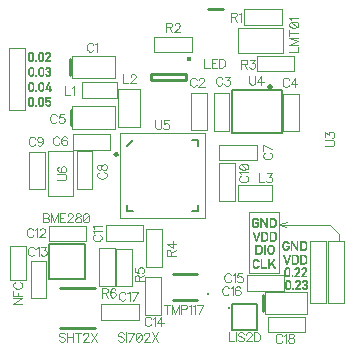
<source format=gbr>
G04 DipTrace 3.2.0.1*
G04 TopSilk.gbr*
%MOIN*%
G04 #@! TF.FileFunction,Legend,Top*
G04 #@! TF.Part,Single*
%ADD10C,0.009843*%
%ADD13C,0.001969*%
%ADD15C,0.007874*%
%ADD29C,0.005906*%
%ADD31C,0.003937*%
%ADD41C,0.015404*%
%ADD45O,0.019297X0.018904*%
%ADD52C,0.011817*%
%ADD56C,0.007876*%
%ADD114C,0.003281*%
%FSLAX26Y26*%
G04*
G70*
G90*
G75*
G01*
G04 TopSilk*
%LPD*%
X-353180Y336240D2*
D10*
Y387382D1*
X-351999Y168524D2*
Y219665D1*
X287774Y-449980D2*
Y-398839D1*
X104744Y554745D2*
X155886D1*
D41*
X42266Y387544D3*
X33066Y337402D2*
D10*
X-85039D1*
Y317716D1*
X33066D1*
Y337402D1*
X351181Y143701D2*
D29*
X184252D1*
Y284258D1*
X351181D1*
Y143701D1*
D45*
X311218Y295272D3*
X-200429Y74809D2*
D10*
G03X-198682Y74413I-95J-4462D01*
G01*
X-163615Y-118513D2*
D15*
Y-98813D1*
Y-118513D2*
X-143943D1*
X52962D2*
X72664D1*
Y-98813D1*
Y98025D2*
Y117726D1*
X52962D2*
X72664D1*
X-163615Y98025D2*
X-143943Y117726D1*
X-187264Y-142126D2*
D31*
X96283D1*
X-187264Y141339D2*
X96283D1*
Y-142126D2*
Y141339D1*
X-187264Y-142126D2*
Y141339D1*
X-423425Y-227756D2*
D29*
X-305315D1*
Y-345866D1*
X-423425D1*
Y-227756D1*
D52*
X105312Y-395275D3*
X68891Y-326378D2*
D10*
X-9846D1*
X68891Y-412992D2*
X-9846D1*
X-272440Y-373228D2*
X-386615D1*
X-272440Y-507087D2*
X-386615D1*
X186023Y-428937D2*
D29*
X270669D1*
Y-513583D1*
X186023D1*
Y-428937D1*
D56*
X176772Y-441338D3*
X-346072Y231102D2*
D31*
X-202756D1*
Y155906D1*
X-346072D1*
Y231102D1*
X-192913Y289764D2*
X-122047D1*
Y163386D1*
X-192913D1*
Y289764D1*
X-346860Y398819D2*
X-203543D1*
Y325984D1*
X-346860D1*
Y398819D1*
X-426378Y82283D2*
X-342913D1*
Y-67323D1*
X-426378D1*
Y82283D1*
X-557480Y426772D2*
X-503150D1*
Y219685D1*
X-557480D1*
Y426772D1*
X-489768Y80123D2*
X-437602D1*
Y-44886D1*
X-489768D1*
Y80123D1*
X-425009Y-166535D2*
X-300000D1*
Y-218701D1*
X-425009D1*
Y-166535D1*
X-332287Y80911D2*
X-280122D1*
Y-44098D1*
X-332287D1*
Y80911D1*
X-344694Y138976D2*
X-219685D1*
Y86811D1*
X-344694D1*
Y138976D1*
X-73434Y463387D2*
X51575D1*
Y411222D1*
X-73434D1*
Y463387D1*
X226566Y554724D2*
X351575D1*
Y502559D1*
X226566D1*
Y554724D1*
X124406Y275005D2*
X176571D1*
Y149996D1*
X124406D1*
Y275005D1*
X204715Y491339D2*
X357087D1*
Y408661D1*
X204715D1*
Y491339D1*
X49602Y276580D2*
X101768D1*
Y151571D1*
X49602D1*
Y276580D1*
X357476Y273037D2*
X409642D1*
Y148028D1*
X357476D1*
Y273037D1*
X234440Y-331101D2*
X359449D1*
Y-383266D1*
X234440D1*
Y-331101D1*
X297432Y-388976D2*
X435433D1*
Y-461024D1*
X297432D1*
Y-388976D1*
X242913Y-122441D2*
X343307D1*
Y-325591D1*
X242913D1*
Y-122441D1*
X345276Y-163386D2*
X511417D1*
X542520Y-193701D2*
Y-213780D1*
X512598Y-163780D2*
X542520Y-193307D1*
X346850Y-162205D2*
X368898Y-153937D1*
X346063Y-163386D2*
X367323Y-171654D1*
X-485831Y-283262D2*
X-433665D1*
Y-408272D1*
X-485831D1*
Y-283262D1*
X-234852Y-164961D2*
X-109843D1*
Y-217126D1*
X-234852D1*
Y-164961D1*
X-257486Y-242318D2*
X-205320D1*
Y-367327D1*
X-257486D1*
Y-242318D1*
X304518Y-470471D2*
X429528D1*
Y-522636D1*
X304518D1*
Y-470471D1*
X-104335Y-337987D2*
X-52169D1*
Y-462996D1*
X-104335D1*
Y-337987D1*
X-199218Y-243105D2*
X-147052D1*
Y-368114D1*
X-199218D1*
Y-243105D1*
X-249419Y-428346D2*
X-124409D1*
Y-480512D1*
X-249419D1*
Y-428346D1*
X-101185Y-178932D2*
X-49020D1*
Y-303941D1*
X-101185D1*
Y-178932D1*
X-314961Y312205D2*
X-198819D1*
Y260039D1*
X-314961D1*
Y312205D1*
X505512Y-218504D2*
X559843D1*
Y-425591D1*
X505512D1*
Y-218504D1*
X444488Y-218110D2*
X498819D1*
Y-425197D1*
X444488D1*
Y-218110D1*
X-555512Y-235039D2*
X-501181D1*
Y-346850D1*
X-555512D1*
Y-235039D1*
X207274Y-32677D2*
X320472D1*
Y-84448D1*
X207274D1*
Y-32677D1*
X143303Y41541D2*
X195469D1*
Y-83469D1*
X143303D1*
Y41541D1*
X143101Y102757D2*
X268110D1*
Y50592D1*
X143101D1*
Y102757D1*
X268692Y399606D2*
X393701D1*
Y347441D1*
X268692D1*
Y399606D1*
X-487444Y362247D2*
D13*
X-481538D1*
X-453979D2*
X-448073D1*
X-431341D2*
X-425436D1*
X-488878Y361262D2*
X-480103D1*
X-455414D2*
X-446639D1*
X-432742D2*
X-424001D1*
X-490107Y360278D2*
X-478875D1*
X-456642D2*
X-445410D1*
X-433879D2*
X-422772D1*
X-491070Y359294D2*
X-488386D1*
X-480595D2*
X-477911D1*
X-457606D2*
X-454922D1*
X-447131D2*
X-444447D1*
X-434732D2*
X-431337D1*
X-425785D2*
X-421809D1*
X-491826Y358310D2*
X-489206D1*
X-479775D2*
X-477155D1*
X-458362D2*
X-455742D1*
X-446311D2*
X-443691D1*
X-435364D2*
X-432284D1*
X-424508D2*
X-421053D1*
X-492141Y357325D2*
X-489791D1*
X-479191D2*
X-476878D1*
X-458676D2*
X-456326D1*
X-445726D2*
X-443414D1*
X-435805D2*
X-433116D1*
X-423613D2*
X-420776D1*
X-492417Y356341D2*
X-490123D1*
X-478859D2*
X-476728D1*
X-458952D2*
X-456658D1*
X-445394D2*
X-443264D1*
X-436074D2*
X-433764D1*
X-422942D2*
X-420626D1*
X-492721Y355357D2*
X-490283D1*
X-478698D2*
X-476660D1*
X-459256D2*
X-456819D1*
X-445234D2*
X-443196D1*
X-436262D2*
X-434294D1*
X-422710D2*
X-420558D1*
X-493001Y354373D2*
X-490353D1*
X-478629D2*
X-476633D1*
X-459536D2*
X-456888D1*
X-445164D2*
X-443168D1*
X-422620D2*
X-420534D1*
X-493183Y353388D2*
X-490380D1*
X-478601D2*
X-476622D1*
X-459718D2*
X-456916D1*
X-445137D2*
X-443158D1*
X-422641D2*
X-420562D1*
X-493278Y352404D2*
X-490391D1*
X-478591D2*
X-476619D1*
X-459813D2*
X-456926D1*
X-445126D2*
X-443154D1*
X-423065D2*
X-420723D1*
X-493321Y351420D2*
X-490394D1*
X-478587D2*
X-476617D1*
X-459856D2*
X-456930D1*
X-445123D2*
X-443153D1*
X-424312D2*
X-421121D1*
X-493339Y350436D2*
X-490396D1*
X-478586D2*
X-476617D1*
X-459874D2*
X-456931D1*
X-445121D2*
X-443152D1*
X-425948D2*
X-421771D1*
X-493345Y349451D2*
X-490396D1*
X-478586D2*
X-476617D1*
X-459881D2*
X-456932D1*
X-445121D2*
X-443152D1*
X-427493D2*
X-422587D1*
X-493348Y348467D2*
X-490396D1*
X-478585D2*
X-476617D1*
X-459883D2*
X-456932D1*
X-445121D2*
X-443152D1*
X-428568D2*
X-423467D1*
X-493349Y347483D2*
X-490396D1*
X-478585D2*
X-476617D1*
X-459884D2*
X-456932D1*
X-445121D2*
X-443152D1*
X-429373D2*
X-422520D1*
X-493349Y346499D2*
X-490396D1*
X-478585D2*
X-476617D1*
X-459884D2*
X-456932D1*
X-445121D2*
X-443152D1*
X-426730D2*
X-421666D1*
X-493349Y345514D2*
X-490396D1*
X-478585D2*
X-476617D1*
X-459884D2*
X-456932D1*
X-445121D2*
X-443152D1*
X-424770D2*
X-420956D1*
X-493349Y344530D2*
X-490396D1*
X-478585D2*
X-476617D1*
X-459885D2*
X-456932D1*
X-445121D2*
X-443152D1*
X-423346D2*
X-420388D1*
X-493345Y343546D2*
X-490396D1*
X-478585D2*
X-476617D1*
X-459881D2*
X-456932D1*
X-445121D2*
X-443152D1*
X-422895D2*
X-419975D1*
X-493311Y342562D2*
X-490396D1*
X-478585D2*
X-476617D1*
X-459846D2*
X-456932D1*
X-445121D2*
X-443152D1*
X-422655D2*
X-419734D1*
X-493185Y341577D2*
X-490396D1*
X-478585D2*
X-476617D1*
X-459721D2*
X-456932D1*
X-445121D2*
X-443152D1*
X-422550D2*
X-419619D1*
X-492949Y340593D2*
X-490392D1*
X-478589D2*
X-476617D1*
X-459485D2*
X-456928D1*
X-445125D2*
X-443152D1*
X-422511D2*
X-419602D1*
X-492693Y339609D2*
X-490354D1*
X-478628D2*
X-476621D1*
X-459229D2*
X-456889D1*
X-445163D2*
X-443156D1*
X-437247D2*
X-434294D1*
X-422538D2*
X-419710D1*
X-492483Y338625D2*
X-490262D1*
X-478720D2*
X-476659D1*
X-459019D2*
X-456797D1*
X-445255D2*
X-443195D1*
X-436869D2*
X-434148D1*
X-422634D2*
X-419973D1*
X-492228Y337640D2*
X-489775D1*
X-479206D2*
X-476823D1*
X-458763D2*
X-456311D1*
X-445742D2*
X-443358D1*
X-436411D2*
X-433570D1*
X-423208D2*
X-420355D1*
X-491783Y336656D2*
X-487854D1*
X-481128D2*
X-477226D1*
X-458318D2*
X-454390D1*
X-447663D2*
X-443762D1*
X-435821D2*
X-431542D1*
X-425236D2*
X-420838D1*
X-491076Y335672D2*
X-484631D1*
X-484350D2*
X-477916D1*
X-468743D2*
X-466774D1*
X-457612D2*
X-451167D1*
X-450886D2*
X-444451D1*
X-435035D2*
X-428359D1*
X-428418D2*
X-421509D1*
X-490094Y334688D2*
X-478891D1*
X-469201D2*
X-466774D1*
X-456629D2*
X-445427D1*
X-434016D2*
X-422515D1*
X-488843Y333703D2*
X-480140D1*
X-469505D2*
X-466774D1*
X-455378D2*
X-446676D1*
X-432749D2*
X-423889D1*
X-487444Y332719D2*
X-481538D1*
X-469727D2*
X-466774D1*
X-453979D2*
X-448073D1*
X-431341D2*
X-425436D1*
X258816Y-141297D2*
X266690D1*
X280470D2*
X283423D1*
X300155D2*
X302123D1*
X310982D2*
X324761D1*
X257378Y-142281D2*
X268125D1*
X280470D2*
X283915D1*
X300155D2*
X302123D1*
X310982D2*
X326532D1*
X256115Y-143265D2*
X269357D1*
X280470D2*
X284490D1*
X300155D2*
X302123D1*
X310982D2*
X328054D1*
X255026Y-144249D2*
X259047D1*
X266686D2*
X270355D1*
X280470D2*
X285092D1*
X300155D2*
X302123D1*
X310982D2*
X312950D1*
X324564D2*
X329208D1*
X254142Y-145234D2*
X257617D1*
X267636D2*
X271129D1*
X280470D2*
X285726D1*
X300155D2*
X302123D1*
X310982D2*
X312950D1*
X326089D2*
X329987D1*
X253532Y-146218D2*
X256578D1*
X268494D2*
X271723D1*
X280470D2*
X286387D1*
X300155D2*
X302123D1*
X310982D2*
X312950D1*
X327274D2*
X330514D1*
X253186Y-147202D2*
X255850D1*
X269234D2*
X272148D1*
X280470D2*
X282438D1*
X284255D2*
X287031D1*
X300155D2*
X302123D1*
X310982D2*
X312950D1*
X328144D2*
X330937D1*
X252987Y-148186D2*
X255368D1*
X269926D2*
X272410D1*
X280470D2*
X282438D1*
X284991D2*
X287683D1*
X300155D2*
X302123D1*
X310982D2*
X312950D1*
X328781D2*
X331270D1*
X252791Y-149171D2*
X255099D1*
X270627D2*
X272596D1*
X280470D2*
X282438D1*
X285686D2*
X288352D1*
X300155D2*
X302123D1*
X310982D2*
X312950D1*
X329221D2*
X331472D1*
X252527Y-150155D2*
X254970D1*
X280470D2*
X282438D1*
X286372D2*
X288998D1*
X300155D2*
X302123D1*
X310982D2*
X312950D1*
X329473D2*
X331575D1*
X252264Y-151139D2*
X254914D1*
X280470D2*
X282438D1*
X287026D2*
X289651D1*
X300155D2*
X302123D1*
X310982D2*
X312950D1*
X329595D2*
X331621D1*
X252089Y-152123D2*
X254892D1*
X280470D2*
X282438D1*
X287681D2*
X290316D1*
X300155D2*
X302123D1*
X310982D2*
X312950D1*
X329649D2*
X331640D1*
X251996Y-153108D2*
X254884D1*
X280470D2*
X282438D1*
X288351D2*
X290932D1*
X300155D2*
X302123D1*
X310982D2*
X312950D1*
X329670D2*
X331647D1*
X251954Y-154092D2*
X254881D1*
X280470D2*
X282438D1*
X288998D2*
X291494D1*
X300155D2*
X302123D1*
X310982D2*
X312950D1*
X329678D2*
X331650D1*
X251937Y-155076D2*
X254880D1*
X280470D2*
X282438D1*
X289651D2*
X292049D1*
X300155D2*
X302123D1*
X310982D2*
X312950D1*
X329681D2*
X331650D1*
X251930Y-156060D2*
X254879D1*
X263738D2*
X273580D1*
X280470D2*
X282438D1*
X290316D2*
X292648D1*
X300155D2*
X302123D1*
X310982D2*
X312950D1*
X329682D2*
X331651D1*
X251928Y-157045D2*
X254879D1*
X263738D2*
X273580D1*
X280470D2*
X282438D1*
X290932D2*
X293291D1*
X300155D2*
X302123D1*
X310982D2*
X312950D1*
X329682D2*
X331651D1*
X251931Y-158029D2*
X254879D1*
X263738D2*
X273580D1*
X280470D2*
X282438D1*
X291494D2*
X293926D1*
X300155D2*
X302123D1*
X310982D2*
X312950D1*
X329682D2*
X331651D1*
X251965Y-159013D2*
X254879D1*
X270627D2*
X273576D1*
X280470D2*
X282438D1*
X292049D2*
X294575D1*
X300155D2*
X302123D1*
X310982D2*
X312950D1*
X329682D2*
X331651D1*
X252090Y-159997D2*
X254879D1*
X270627D2*
X273542D1*
X280470D2*
X282438D1*
X292648D2*
X295242D1*
X300155D2*
X302123D1*
X310982D2*
X312950D1*
X329679D2*
X331651D1*
X252326Y-160982D2*
X254883D1*
X270623D2*
X273416D1*
X280470D2*
X282438D1*
X293291D2*
X295888D1*
X300155D2*
X302123D1*
X310982D2*
X312950D1*
X329644D2*
X331647D1*
X252578Y-161966D2*
X254918D1*
X270589D2*
X273180D1*
X280470D2*
X282438D1*
X293926D2*
X296541D1*
X300151D2*
X302123D1*
X310982D2*
X312950D1*
X329515D2*
X331612D1*
X252754Y-162950D2*
X255047D1*
X270460D2*
X272924D1*
X280470D2*
X282438D1*
X294575D2*
X297209D1*
X300114D2*
X302123D1*
X310982D2*
X312950D1*
X329241D2*
X331487D1*
X252880Y-163934D2*
X255325D1*
X270182D2*
X272714D1*
X280470D2*
X282438D1*
X295242D2*
X297851D1*
X299961D2*
X302123D1*
X310982D2*
X312950D1*
X328820D2*
X331247D1*
X253051Y-164919D2*
X255807D1*
X269700D2*
X272463D1*
X280470D2*
X282438D1*
X295888D2*
X298496D1*
X299625D2*
X302123D1*
X310982D2*
X312950D1*
X328300D2*
X330957D1*
X253346Y-165903D2*
X256489D1*
X269018D2*
X272052D1*
X280470D2*
X282438D1*
X296541D2*
X302123D1*
X310982D2*
X312950D1*
X327254D2*
X330617D1*
X253808Y-166887D2*
X258928D1*
X266578D2*
X271470D1*
X280470D2*
X282438D1*
X297210D2*
X302123D1*
X310982D2*
X312950D1*
X324016D2*
X330088D1*
X254545Y-167871D2*
X262832D1*
X262675D2*
X270712D1*
X280470D2*
X282438D1*
X297860D2*
X302123D1*
X310982D2*
X312950D1*
X318679D2*
X329231D1*
X255684Y-168856D2*
X269653D1*
X280470D2*
X282438D1*
X298545D2*
X302123D1*
X310982D2*
X327994D1*
X257173Y-169840D2*
X268254D1*
X280470D2*
X282438D1*
X299324D2*
X302123D1*
X310982D2*
X326445D1*
X258816Y-170824D2*
X266690D1*
X280470D2*
X282438D1*
X300155D2*
X302123D1*
X310982D2*
X324761D1*
X254289Y-187360D2*
X256257D1*
X274958D2*
X276927D1*
X282832D2*
X296612D1*
X311375D2*
X325155D1*
X254629Y-188344D2*
X256864D1*
X274618D2*
X276774D1*
X282832D2*
X298383D1*
X311375D2*
X326926D1*
X254957Y-189328D2*
X257394D1*
X274290D2*
X276527D1*
X282832D2*
X299904D1*
X311375D2*
X328448D1*
X255272Y-190312D2*
X257827D1*
X273978D2*
X276237D1*
X282832D2*
X284801D1*
X296414D2*
X301058D1*
X311375D2*
X313344D1*
X324958D2*
X329601D1*
X255639Y-191297D2*
X258188D1*
X273642D2*
X275939D1*
X282832D2*
X284801D1*
X297940D2*
X301837D1*
X311375D2*
X313344D1*
X326483D2*
X330380D1*
X256060Y-192281D2*
X258545D1*
X273312D2*
X275608D1*
X282832D2*
X284801D1*
X299124D2*
X302364D1*
X311375D2*
X313344D1*
X327667D2*
X330907D1*
X256489Y-193265D2*
X258883D1*
X272997D2*
X275279D1*
X282832D2*
X284801D1*
X299994D2*
X302788D1*
X311375D2*
X313344D1*
X328537D2*
X331331D1*
X256875Y-194249D2*
X259201D1*
X272659D2*
X274965D1*
X282832D2*
X284801D1*
X300631D2*
X303120D1*
X311375D2*
X313344D1*
X329175D2*
X331663D1*
X257216Y-195234D2*
X259540D1*
X272328D2*
X274628D1*
X282832D2*
X284801D1*
X301072D2*
X303323D1*
X311375D2*
X313344D1*
X329615D2*
X331866D1*
X257565Y-196218D2*
X259871D1*
X272013D2*
X274296D1*
X282832D2*
X284801D1*
X301323D2*
X303426D1*
X311375D2*
X313344D1*
X329866D2*
X331969D1*
X257900Y-197202D2*
X260187D1*
X271675D2*
X273981D1*
X282832D2*
X284801D1*
X301446D2*
X303472D1*
X311375D2*
X313344D1*
X329989D2*
X332015D1*
X258217Y-198186D2*
X260524D1*
X271344D2*
X273643D1*
X282832D2*
X284801D1*
X301499D2*
X303490D1*
X311375D2*
X313344D1*
X330042D2*
X332034D1*
X258556Y-199171D2*
X260856D1*
X271029D2*
X273312D1*
X282832D2*
X284801D1*
X301520D2*
X303497D1*
X311375D2*
X313344D1*
X330064D2*
X332041D1*
X258887Y-200155D2*
X261171D1*
X270691D2*
X272993D1*
X282832D2*
X284801D1*
X301528D2*
X303500D1*
X311375D2*
X313344D1*
X330072D2*
X332043D1*
X259202Y-201139D2*
X261509D1*
X270360D2*
X272625D1*
X282832D2*
X284801D1*
X301531D2*
X303501D1*
X311375D2*
X313344D1*
X330075D2*
X332044D1*
X259540Y-202123D2*
X261840D1*
X270044D2*
X272203D1*
X282832D2*
X284801D1*
X301532D2*
X303501D1*
X311375D2*
X313344D1*
X330076D2*
X332044D1*
X259871Y-203108D2*
X262155D1*
X269706D2*
X271773D1*
X282832D2*
X284801D1*
X301533D2*
X303501D1*
X311375D2*
X313344D1*
X330076D2*
X332045D1*
X260187Y-204092D2*
X262493D1*
X269375D2*
X271388D1*
X282832D2*
X284801D1*
X301533D2*
X303501D1*
X311375D2*
X313344D1*
X330076D2*
X332045D1*
X260524Y-205076D2*
X262824D1*
X269060D2*
X271047D1*
X282832D2*
X284801D1*
X301533D2*
X303501D1*
X311375D2*
X313344D1*
X330076D2*
X332045D1*
X260856Y-206060D2*
X263139D1*
X268722D2*
X270698D1*
X282832D2*
X284801D1*
X301529D2*
X303501D1*
X311375D2*
X313344D1*
X330072D2*
X332045D1*
X261171Y-207045D2*
X263477D1*
X268391D2*
X270362D1*
X282832D2*
X284801D1*
X301494D2*
X303497D1*
X311375D2*
X313344D1*
X330038D2*
X332041D1*
X261509Y-208029D2*
X263808D1*
X268076D2*
X270045D1*
X282832D2*
X284801D1*
X301365D2*
X303463D1*
X311375D2*
X313344D1*
X329908D2*
X332006D1*
X261840Y-209013D2*
X264128D1*
X267738D2*
X269707D1*
X282832D2*
X284801D1*
X301091D2*
X303337D1*
X311375D2*
X313344D1*
X329634D2*
X331881D1*
X262155Y-209997D2*
X264499D1*
X267404D2*
X269375D1*
X282832D2*
X284801D1*
X300671D2*
X303098D1*
X311375D2*
X313344D1*
X329214D2*
X331641D1*
X262493Y-210982D2*
X264950D1*
X267061D2*
X269060D1*
X282832D2*
X284801D1*
X300150D2*
X302807D1*
X311375D2*
X313344D1*
X328694D2*
X331350D1*
X262824Y-211966D2*
X265492D1*
X266621D2*
X268722D1*
X282832D2*
X284801D1*
X299104D2*
X302468D1*
X311375D2*
X313344D1*
X327647D2*
X331011D1*
X263143Y-212950D2*
X268391D1*
X282832D2*
X284801D1*
X295866D2*
X301938D1*
X311375D2*
X313344D1*
X324410D2*
X330482D1*
X263515Y-213934D2*
X268075D1*
X282832D2*
X284801D1*
X290530D2*
X301081D1*
X311375D2*
X313344D1*
X319073D2*
X329624D1*
X263966Y-214919D2*
X267733D1*
X282832D2*
X299844D1*
X311375D2*
X328388D1*
X264508Y-215903D2*
X267394D1*
X282832D2*
X298296D1*
X311375D2*
X326839D1*
X265115Y-216887D2*
X267084D1*
X282832D2*
X296612D1*
X311375D2*
X325155D1*
X262163Y-278150D2*
X268068D1*
X281848D2*
X283816D1*
X306454D2*
X308423D1*
X324171D2*
X327123D1*
X260274Y-279134D2*
X269806D1*
X281848D2*
X283816D1*
X306454D2*
X308423D1*
X323641D2*
X326593D1*
X258759Y-280118D2*
X271240D1*
X281848D2*
X283816D1*
X306454D2*
X308423D1*
X322943D2*
X325896D1*
X257618Y-281102D2*
X261178D1*
X267871D2*
X272314D1*
X281848D2*
X283816D1*
X306454D2*
X308423D1*
X322136D2*
X325089D1*
X256781Y-282087D2*
X260198D1*
X269396D2*
X273167D1*
X281848D2*
X283816D1*
X306454D2*
X308423D1*
X321341D2*
X324294D1*
X256161Y-283071D2*
X259252D1*
X270584D2*
X273885D1*
X281848D2*
X283816D1*
X306454D2*
X308423D1*
X320618D2*
X323571D1*
X255725Y-284055D2*
X258432D1*
X271484D2*
X274409D1*
X281848D2*
X283816D1*
X306454D2*
X308423D1*
X319896D2*
X322849D1*
X255442Y-285039D2*
X257847D1*
X272247D2*
X274731D1*
X281848D2*
X283816D1*
X306454D2*
X308423D1*
X319091D2*
X322040D1*
X255196Y-286024D2*
X257515D1*
X272990D2*
X274958D1*
X281848D2*
X283816D1*
X306454D2*
X308423D1*
X318234D2*
X321152D1*
X254907Y-287008D2*
X257354D1*
X281848D2*
X283816D1*
X306454D2*
X308423D1*
X317417D2*
X320252D1*
X254633Y-287992D2*
X257285D1*
X281848D2*
X283816D1*
X306454D2*
X308423D1*
X316686D2*
X319484D1*
X254454Y-288976D2*
X257257D1*
X281848D2*
X283816D1*
X306454D2*
X308423D1*
X315961D2*
X318896D1*
X254360Y-289961D2*
X257247D1*
X281848D2*
X283816D1*
X306454D2*
X308423D1*
X315154D2*
X318944D1*
X254317Y-290945D2*
X257243D1*
X281848D2*
X283816D1*
X306454D2*
X308423D1*
X314297D2*
X319223D1*
X254299Y-291929D2*
X257242D1*
X281848D2*
X283816D1*
X306454D2*
X308423D1*
X313480D2*
X319697D1*
X254292Y-292913D2*
X257242D1*
X281848D2*
X283816D1*
X306454D2*
X308426D1*
X312745D2*
X315350D1*
X317125D2*
X320285D1*
X254290Y-293898D2*
X257242D1*
X281848D2*
X283816D1*
X306454D2*
X308464D1*
X311982D2*
X314492D1*
X317831D2*
X320871D1*
X254293Y-294882D2*
X257241D1*
X281848D2*
X283816D1*
X306454D2*
X308616D1*
X311021D2*
X313743D1*
X318435D2*
X321421D1*
X254327Y-295866D2*
X257241D1*
X281848D2*
X283816D1*
X306454D2*
X308952D1*
X309797D2*
X313012D1*
X319007D2*
X321972D1*
X254453Y-296850D2*
X257241D1*
X281848D2*
X283816D1*
X306454D2*
X312199D1*
X319613D2*
X322570D1*
X254688Y-297835D2*
X257245D1*
X281848D2*
X283816D1*
X306454D2*
X311310D1*
X320254D2*
X323208D1*
X254945Y-298819D2*
X257284D1*
X281848D2*
X283816D1*
X306454D2*
X310406D1*
X320859D2*
X323813D1*
X255151Y-299803D2*
X257448D1*
X272990D2*
X274958D1*
X281848D2*
X283816D1*
X306454D2*
X309603D1*
X321418D2*
X324370D1*
X255371Y-300787D2*
X257847D1*
X272342D2*
X274768D1*
X281848D2*
X283816D1*
X306454D2*
X309025D1*
X321971D2*
X324924D1*
X255687Y-301772D2*
X258526D1*
X271624D2*
X274394D1*
X281848D2*
X283816D1*
X306454D2*
X308695D1*
X322569D2*
X325522D1*
X256121Y-302756D2*
X259393D1*
X270780D2*
X273861D1*
X281848D2*
X283816D1*
X306454D2*
X308535D1*
X323208D2*
X326161D1*
X256706Y-303740D2*
X261537D1*
X268665D2*
X273234D1*
X281848D2*
X283816D1*
X306454D2*
X308466D1*
X323813D2*
X326765D1*
X257527Y-304724D2*
X264889D1*
X265330D2*
X272408D1*
X281848D2*
X283816D1*
X306454D2*
X308438D1*
X324370D2*
X327322D1*
X258697Y-305709D2*
X271227D1*
X281848D2*
X300549D1*
X306454D2*
X308428D1*
X324918D2*
X327870D1*
X260301Y-306693D2*
X269721D1*
X281848D2*
X300549D1*
X306454D2*
X308424D1*
X325505D2*
X328458D1*
X262163Y-307677D2*
X268068D1*
X281848D2*
X300549D1*
X306454D2*
X308423D1*
X326139D2*
X329092D1*
X360391Y-218068D2*
X368265D1*
X382045D2*
X384997D1*
X401730D2*
X403698D1*
X412556D2*
X426336D1*
X358952Y-219052D2*
X369700D1*
X382045D2*
X385490D1*
X401730D2*
X403698D1*
X412556D2*
X428107D1*
X357689Y-220037D2*
X370932D1*
X382045D2*
X386065D1*
X401730D2*
X403698D1*
X412556D2*
X429629D1*
X356601Y-221021D2*
X360622D1*
X368261D2*
X371930D1*
X382045D2*
X386667D1*
X401730D2*
X403698D1*
X412556D2*
X414525D1*
X426139D2*
X430782D1*
X355717Y-222005D2*
X359192D1*
X369211D2*
X372704D1*
X382045D2*
X387300D1*
X401730D2*
X403698D1*
X412556D2*
X414525D1*
X427664D2*
X431562D1*
X355106Y-222990D2*
X358153D1*
X370069D2*
X373298D1*
X382045D2*
X387962D1*
X401730D2*
X403698D1*
X412556D2*
X414525D1*
X428849D2*
X432088D1*
X354761Y-223974D2*
X357425D1*
X370809D2*
X373723D1*
X382045D2*
X384013D1*
X385830D2*
X388606D1*
X401730D2*
X403698D1*
X412556D2*
X414525D1*
X429718D2*
X432512D1*
X354562Y-224958D2*
X356943D1*
X371501D2*
X373985D1*
X382045D2*
X384013D1*
X386566D2*
X389258D1*
X401730D2*
X403698D1*
X412556D2*
X414525D1*
X430356D2*
X432844D1*
X354366Y-225942D2*
X356674D1*
X372202D2*
X374171D1*
X382045D2*
X384013D1*
X387261D2*
X389926D1*
X401730D2*
X403698D1*
X412556D2*
X414525D1*
X430796D2*
X433047D1*
X354102Y-226927D2*
X356545D1*
X382045D2*
X384013D1*
X387947D2*
X390573D1*
X401730D2*
X403698D1*
X412556D2*
X414525D1*
X431047D2*
X433150D1*
X353839Y-227911D2*
X356489D1*
X382045D2*
X384013D1*
X388600D2*
X391226D1*
X401730D2*
X403698D1*
X412556D2*
X414525D1*
X431170D2*
X433196D1*
X353664Y-228895D2*
X356467D1*
X382045D2*
X384013D1*
X389256D2*
X391891D1*
X401730D2*
X403698D1*
X412556D2*
X414525D1*
X431223D2*
X433215D1*
X353571Y-229879D2*
X356459D1*
X382045D2*
X384013D1*
X389926D2*
X392507D1*
X401730D2*
X403698D1*
X412556D2*
X414525D1*
X431245D2*
X433222D1*
X353529Y-230864D2*
X356456D1*
X382045D2*
X384013D1*
X390572D2*
X393069D1*
X401730D2*
X403698D1*
X412556D2*
X414525D1*
X431253D2*
X433224D1*
X353512Y-231848D2*
X356455D1*
X382045D2*
X384013D1*
X391226D2*
X393624D1*
X401730D2*
X403698D1*
X412556D2*
X414525D1*
X431256D2*
X433225D1*
X353505Y-232832D2*
X356454D1*
X365312D2*
X375155D1*
X382045D2*
X384013D1*
X391891D2*
X394223D1*
X401730D2*
X403698D1*
X412556D2*
X414525D1*
X431257D2*
X433226D1*
X353503Y-233816D2*
X356454D1*
X365312D2*
X375155D1*
X382045D2*
X384013D1*
X392507D2*
X394866D1*
X401730D2*
X403698D1*
X412556D2*
X414525D1*
X431257D2*
X433226D1*
X353506Y-234801D2*
X356454D1*
X365312D2*
X375155D1*
X382045D2*
X384013D1*
X393069D2*
X395501D1*
X401730D2*
X403698D1*
X412556D2*
X414525D1*
X431257D2*
X433226D1*
X353540Y-235785D2*
X356454D1*
X372202D2*
X375151D1*
X382045D2*
X384013D1*
X393624D2*
X396149D1*
X401730D2*
X403698D1*
X412556D2*
X414525D1*
X431257D2*
X433226D1*
X353665Y-236769D2*
X356454D1*
X372202D2*
X375116D1*
X382045D2*
X384013D1*
X394223D2*
X396817D1*
X401730D2*
X403698D1*
X412556D2*
X414525D1*
X431253D2*
X433226D1*
X353901Y-237753D2*
X356458D1*
X372198D2*
X374991D1*
X382045D2*
X384013D1*
X394866D2*
X397463D1*
X401730D2*
X403698D1*
X412556D2*
X414525D1*
X431219D2*
X433222D1*
X354153Y-238738D2*
X356493D1*
X372164D2*
X374755D1*
X382045D2*
X384013D1*
X395501D2*
X398116D1*
X401726D2*
X403698D1*
X412556D2*
X414525D1*
X431089D2*
X433187D1*
X354329Y-239722D2*
X356622D1*
X372034D2*
X374499D1*
X382045D2*
X384013D1*
X396149D2*
X398784D1*
X401688D2*
X403698D1*
X412556D2*
X414525D1*
X430815D2*
X433062D1*
X354455Y-240706D2*
X356900D1*
X371756D2*
X374289D1*
X382045D2*
X384013D1*
X396817D2*
X399426D1*
X401536D2*
X403698D1*
X412556D2*
X414525D1*
X430395D2*
X432822D1*
X354626Y-241690D2*
X357381D1*
X371275D2*
X374038D1*
X382045D2*
X384013D1*
X397463D2*
X400071D1*
X401200D2*
X403698D1*
X412556D2*
X414525D1*
X429875D2*
X432531D1*
X354921Y-242675D2*
X358064D1*
X370593D2*
X373627D1*
X382045D2*
X384013D1*
X398116D2*
X403698D1*
X412556D2*
X414525D1*
X428828D2*
X432192D1*
X355382Y-243659D2*
X360503D1*
X368153D2*
X373045D1*
X382045D2*
X384013D1*
X398784D2*
X403698D1*
X412556D2*
X414525D1*
X425591D2*
X431663D1*
X356120Y-244643D2*
X364406D1*
X364250D2*
X372287D1*
X382045D2*
X384013D1*
X399435D2*
X403698D1*
X412556D2*
X414525D1*
X420254D2*
X430805D1*
X357259Y-245627D2*
X371228D1*
X382045D2*
X384013D1*
X400120D2*
X403698D1*
X412556D2*
X429569D1*
X358748Y-246612D2*
X369829D1*
X382045D2*
X384013D1*
X400899D2*
X403698D1*
X412556D2*
X428020D1*
X360391Y-247596D2*
X368265D1*
X382045D2*
X384013D1*
X401730D2*
X403698D1*
X412556D2*
X426336D1*
X356257Y-264131D2*
X358226D1*
X376927D2*
X378895D1*
X384801D2*
X398580D1*
X413344D2*
X427123D1*
X356598Y-265115D2*
X358832D1*
X376586D2*
X378743D1*
X384801D2*
X400351D1*
X413344D2*
X428895D1*
X356925Y-266100D2*
X359363D1*
X376259D2*
X378495D1*
X384801D2*
X401873D1*
X413344D2*
X430416D1*
X357241Y-267084D2*
X359795D1*
X375947D2*
X378206D1*
X384801D2*
X386769D1*
X398383D2*
X403027D1*
X413344D2*
X415312D1*
X426926D2*
X431570D1*
X357608Y-268068D2*
X360156D1*
X375611D2*
X377908D1*
X384801D2*
X386769D1*
X399908D2*
X403806D1*
X413344D2*
X415312D1*
X428451D2*
X432349D1*
X358029Y-269052D2*
X360513D1*
X375280D2*
X377577D1*
X384801D2*
X386769D1*
X401093D2*
X404333D1*
X413344D2*
X415312D1*
X429636D2*
X432876D1*
X358458Y-270037D2*
X360852D1*
X374965D2*
X377248D1*
X384801D2*
X386769D1*
X401963D2*
X404756D1*
X413344D2*
X415312D1*
X430506D2*
X433300D1*
X358843Y-271021D2*
X361170D1*
X374628D2*
X376934D1*
X384801D2*
X386769D1*
X402600D2*
X405088D1*
X413344D2*
X415312D1*
X431143D2*
X433632D1*
X359184Y-272005D2*
X361508D1*
X374296D2*
X376596D1*
X384801D2*
X386769D1*
X403040D2*
X405291D1*
X413344D2*
X415312D1*
X431584D2*
X433835D1*
X359533Y-272990D2*
X361840D1*
X373981D2*
X376265D1*
X384801D2*
X386769D1*
X403292D2*
X405394D1*
X413344D2*
X415312D1*
X431835D2*
X433938D1*
X359869Y-273974D2*
X362155D1*
X373643D2*
X375950D1*
X384801D2*
X386769D1*
X403414D2*
X405440D1*
X413344D2*
X415312D1*
X431957D2*
X433983D1*
X360186Y-274958D2*
X362493D1*
X373312D2*
X375612D1*
X384801D2*
X386769D1*
X403467D2*
X405459D1*
X413344D2*
X415312D1*
X432011D2*
X434002D1*
X360524Y-275942D2*
X362824D1*
X372997D2*
X375281D1*
X384801D2*
X386769D1*
X403489D2*
X405466D1*
X413344D2*
X415312D1*
X432032D2*
X434009D1*
X360856Y-276927D2*
X363139D1*
X372659D2*
X374962D1*
X384801D2*
X386769D1*
X403497D2*
X405468D1*
X413344D2*
X415312D1*
X432040D2*
X434012D1*
X361171Y-277911D2*
X363477D1*
X372328D2*
X374593D1*
X384801D2*
X386769D1*
X403500D2*
X405469D1*
X413344D2*
X415312D1*
X432043D2*
X434013D1*
X361509Y-278895D2*
X363808D1*
X372013D2*
X374171D1*
X384801D2*
X386769D1*
X403501D2*
X405470D1*
X413344D2*
X415312D1*
X432044D2*
X434013D1*
X361840Y-279879D2*
X364124D1*
X371675D2*
X373742D1*
X384801D2*
X386769D1*
X403501D2*
X405470D1*
X413344D2*
X415312D1*
X432044D2*
X434013D1*
X362155Y-280864D2*
X364462D1*
X371344D2*
X373357D1*
X384801D2*
X386769D1*
X403501D2*
X405470D1*
X413344D2*
X415312D1*
X432045D2*
X434013D1*
X362493Y-281848D2*
X364793D1*
X371029D2*
X373015D1*
X384801D2*
X386769D1*
X403501D2*
X405470D1*
X413344D2*
X415312D1*
X432045D2*
X434013D1*
X362824Y-282832D2*
X365108D1*
X370691D2*
X372666D1*
X384801D2*
X386769D1*
X403497D2*
X405470D1*
X413344D2*
X415312D1*
X432041D2*
X434013D1*
X363139Y-283816D2*
X365446D1*
X370360D2*
X372331D1*
X384801D2*
X386769D1*
X403463D2*
X405466D1*
X413344D2*
X415312D1*
X432006D2*
X434009D1*
X363477Y-284801D2*
X365777D1*
X370044D2*
X372014D1*
X384801D2*
X386769D1*
X403334D2*
X405431D1*
X413344D2*
X415312D1*
X431877D2*
X433975D1*
X363808Y-285785D2*
X366096D1*
X369706D2*
X371675D1*
X384801D2*
X386769D1*
X403059D2*
X405306D1*
X413344D2*
X415312D1*
X431603D2*
X433849D1*
X364124Y-286769D2*
X366468D1*
X369372D2*
X371344D1*
X384801D2*
X386769D1*
X402639D2*
X405066D1*
X413344D2*
X415312D1*
X431183D2*
X433610D1*
X364462Y-287753D2*
X366919D1*
X369030D2*
X371029D1*
X384801D2*
X386769D1*
X402119D2*
X404776D1*
X413344D2*
X415312D1*
X430662D2*
X433319D1*
X364793Y-288738D2*
X367461D1*
X368590D2*
X370691D1*
X384801D2*
X386769D1*
X401073D2*
X404436D1*
X413344D2*
X415312D1*
X429616D2*
X432979D1*
X365112Y-289722D2*
X370360D1*
X384801D2*
X386769D1*
X397835D2*
X403907D1*
X413344D2*
X415312D1*
X426378D2*
X432450D1*
X365483Y-290706D2*
X370044D1*
X384801D2*
X386769D1*
X392498D2*
X403049D1*
X413344D2*
X415312D1*
X421041D2*
X431593D1*
X365935Y-291690D2*
X369701D1*
X384801D2*
X401813D1*
X413344D2*
X430356D1*
X366476Y-292675D2*
X369362D1*
X384801D2*
X400264D1*
X413344D2*
X428807D1*
X367084Y-293659D2*
X369052D1*
X384801D2*
X398580D1*
X413344D2*
X427123D1*
X366493Y-305864D2*
X372399D1*
X398974D2*
X405864D1*
X421612D2*
X428501D1*
X365059Y-306848D2*
X373834D1*
X397573D2*
X407146D1*
X420210D2*
X429784D1*
X363830Y-307832D2*
X375062D1*
X396436D2*
X408134D1*
X419074D2*
X430772D1*
X362867Y-308816D2*
X365551D1*
X373342D2*
X376026D1*
X395583D2*
X398978D1*
X405822D2*
X408878D1*
X418221D2*
X421615D1*
X428460D2*
X431515D1*
X362111Y-309801D2*
X364731D1*
X374162D2*
X376782D1*
X394951D2*
X398031D1*
X406642D2*
X409479D1*
X417589D2*
X420669D1*
X429280D2*
X432117D1*
X361796Y-310785D2*
X364146D1*
X374746D2*
X377059D1*
X394510D2*
X397199D1*
X407226D2*
X409977D1*
X417148D2*
X419836D1*
X429864D2*
X432615D1*
X361520Y-311769D2*
X363814D1*
X375078D2*
X377209D1*
X394241D2*
X396551D1*
X407559D2*
X410323D1*
X416879D2*
X419189D1*
X430196D2*
X432961D1*
X361216Y-312753D2*
X363654D1*
X375239D2*
X377277D1*
X394052D2*
X396021D1*
X407715D2*
X410514D1*
X416690D2*
X418659D1*
X430353D2*
X433152D1*
X360936Y-313738D2*
X363584D1*
X375308D2*
X377304D1*
X407746D2*
X410321D1*
X430384D2*
X432959D1*
X360754Y-314722D2*
X363557D1*
X375336D2*
X377315D1*
X407614D2*
X410068D1*
X430252D2*
X432706D1*
X360659Y-315706D2*
X363546D1*
X375346D2*
X377318D1*
X407259D2*
X409783D1*
X429897D2*
X432421D1*
X360616Y-316690D2*
X363543D1*
X375350D2*
X377320D1*
X406736D2*
X409424D1*
X429374D2*
X432062D1*
X360598Y-317675D2*
X363541D1*
X375351D2*
X377320D1*
X406150D2*
X408969D1*
X428787D2*
X431606D1*
X360592Y-318659D2*
X363541D1*
X375352D2*
X377320D1*
X405491D2*
X408385D1*
X428129D2*
X431023D1*
X360589Y-319643D2*
X363541D1*
X375352D2*
X377320D1*
X404741D2*
X407670D1*
X427379D2*
X430308D1*
X360588Y-320627D2*
X363541D1*
X375352D2*
X377320D1*
X403984D2*
X406928D1*
X426622D2*
X429565D1*
X360588Y-321612D2*
X363541D1*
X375352D2*
X377320D1*
X403281D2*
X406230D1*
X425919D2*
X428868D1*
X360588Y-322596D2*
X363541D1*
X375352D2*
X377320D1*
X402568D2*
X405519D1*
X425205D2*
X428157D1*
X360588Y-323580D2*
X363541D1*
X375352D2*
X377320D1*
X401766D2*
X404718D1*
X424404D2*
X427356D1*
X360592Y-324564D2*
X363541D1*
X375352D2*
X377320D1*
X400910D2*
X403863D1*
X423548D2*
X426500D1*
X360626Y-325549D2*
X363541D1*
X375352D2*
X377320D1*
X400094D2*
X403047D1*
X422732D2*
X425684D1*
X360752Y-326533D2*
X363541D1*
X375352D2*
X377320D1*
X399363D2*
X402316D1*
X422001D2*
X424953D1*
X360988Y-327517D2*
X363545D1*
X375348D2*
X377320D1*
X398642D2*
X401590D1*
X421279D2*
X424228D1*
X361244Y-328501D2*
X363583D1*
X375309D2*
X377316D1*
X397866D2*
X400784D1*
X420504D2*
X423422D1*
X361454Y-329486D2*
X363675D1*
X375217D2*
X377278D1*
X397099D2*
X399931D1*
X419737D2*
X422568D1*
X361709Y-330470D2*
X364162D1*
X374731D2*
X377114D1*
X396397D2*
X399152D1*
X419035D2*
X421790D1*
X362154Y-331454D2*
X366083D1*
X372809D2*
X376711D1*
X395721D2*
X398581D1*
X418358D2*
X421219D1*
X362861Y-332438D2*
X369306D1*
X369587D2*
X376021D1*
X385194D2*
X387163D1*
X395078D2*
X398233D1*
X417716D2*
X420871D1*
X363843Y-333423D2*
X375046D1*
X384736D2*
X387163D1*
X394584D2*
X410785D1*
X417222D2*
X433423D1*
X365094Y-334407D2*
X373797D1*
X384432D2*
X387163D1*
X394274D2*
X410785D1*
X416911D2*
X433423D1*
X366493Y-335391D2*
X372399D1*
X384210D2*
X387163D1*
X394052D2*
X410785D1*
X416690D2*
X433423D1*
X368856Y-348383D2*
X374761D1*
X401336D2*
X408226D1*
X423974D2*
X429879D1*
X367421Y-349367D2*
X376196D1*
X399935D2*
X409508D1*
X422573D2*
X431314D1*
X366192Y-350352D2*
X377424D1*
X398798D2*
X410497D1*
X421436D2*
X432542D1*
X365229Y-351336D2*
X367913D1*
X375704D2*
X378388D1*
X397945D2*
X401340D1*
X408184D2*
X411240D1*
X420583D2*
X423978D1*
X429530D2*
X433506D1*
X364473Y-352320D2*
X367093D1*
X376524D2*
X379144D1*
X397313D2*
X400393D1*
X409004D2*
X411841D1*
X419951D2*
X423031D1*
X430807D2*
X434262D1*
X364158Y-353304D2*
X366509D1*
X377108D2*
X379421D1*
X396872D2*
X399561D1*
X409588D2*
X412339D1*
X419510D2*
X422199D1*
X431702D2*
X434539D1*
X363882Y-354289D2*
X366176D1*
X377440D2*
X379571D1*
X396604D2*
X398913D1*
X409921D2*
X412686D1*
X419241D2*
X421551D1*
X432373D2*
X434689D1*
X363578Y-355273D2*
X366016D1*
X377601D2*
X379639D1*
X396415D2*
X398383D1*
X410078D2*
X412876D1*
X419052D2*
X421021D1*
X432605D2*
X434757D1*
X363299Y-356257D2*
X365946D1*
X377670D2*
X379666D1*
X410108D2*
X412684D1*
X432695D2*
X434781D1*
X363116Y-357241D2*
X365919D1*
X377698D2*
X379677D1*
X409976D2*
X412430D1*
X432674D2*
X434753D1*
X363021Y-358226D2*
X365908D1*
X377708D2*
X379680D1*
X409621D2*
X412145D1*
X432250D2*
X434592D1*
X362978Y-359210D2*
X365905D1*
X377712D2*
X379682D1*
X409098D2*
X411786D1*
X431003D2*
X434194D1*
X362961Y-360194D2*
X365904D1*
X377713D2*
X379682D1*
X408512D2*
X411331D1*
X429367D2*
X433544D1*
X362954Y-361178D2*
X365903D1*
X377714D2*
X379682D1*
X407854D2*
X410747D1*
X427822D2*
X432728D1*
X362951Y-362163D2*
X365903D1*
X377714D2*
X379682D1*
X407103D2*
X410032D1*
X426747D2*
X431848D1*
X362951Y-363147D2*
X365903D1*
X377714D2*
X379682D1*
X406346D2*
X409290D1*
X425942D2*
X432795D1*
X362950Y-364131D2*
X365903D1*
X377714D2*
X379682D1*
X405643D2*
X408593D1*
X428585D2*
X433649D1*
X362950Y-365115D2*
X365903D1*
X377714D2*
X379682D1*
X404930D2*
X407881D1*
X430545D2*
X434359D1*
X362950Y-366100D2*
X365903D1*
X377714D2*
X379682D1*
X404128D2*
X407080D1*
X431969D2*
X434927D1*
X362954Y-367084D2*
X365903D1*
X377714D2*
X379682D1*
X403272D2*
X406225D1*
X432420D2*
X435340D1*
X362989Y-368068D2*
X365903D1*
X377714D2*
X379682D1*
X402456D2*
X405409D1*
X432660D2*
X435581D1*
X363114Y-369052D2*
X365903D1*
X377714D2*
X379682D1*
X401725D2*
X404678D1*
X432765D2*
X435696D1*
X363350Y-370037D2*
X365907D1*
X377710D2*
X379682D1*
X401004D2*
X403953D1*
X432804D2*
X435713D1*
X363606Y-371021D2*
X365945D1*
X377672D2*
X379679D1*
X400228D2*
X403146D1*
X418068D2*
X421021D1*
X432777D2*
X435605D1*
X363816Y-372005D2*
X366037D1*
X377579D2*
X379640D1*
X399462D2*
X402293D1*
X418446D2*
X421167D1*
X432681D2*
X435342D1*
X364071Y-372990D2*
X366524D1*
X377093D2*
X379476D1*
X398759D2*
X401514D1*
X418904D2*
X421745D1*
X432107D2*
X434960D1*
X364516Y-373974D2*
X368445D1*
X375172D2*
X379073D1*
X398083D2*
X400943D1*
X419494D2*
X423773D1*
X430079D2*
X434476D1*
X365223Y-374958D2*
X371668D1*
X371949D2*
X378383D1*
X387556D2*
X389525D1*
X397441D2*
X400595D1*
X420280D2*
X426956D1*
X426897D2*
X433806D1*
X366205Y-375942D2*
X377408D1*
X387098D2*
X389525D1*
X396946D2*
X413147D1*
X421299D2*
X432799D1*
X367457Y-376927D2*
X376159D1*
X386794D2*
X389525D1*
X396636D2*
X413147D1*
X422566D2*
X431426D1*
X368856Y-377911D2*
X374761D1*
X386572D2*
X389525D1*
X396415D2*
X413147D1*
X423974D2*
X429879D1*
X-488231Y411853D2*
X-482325D1*
X-454766D2*
X-448861D1*
X-432129D2*
X-425239D1*
X-489666Y410869D2*
X-480891D1*
X-456201D2*
X-447426D1*
X-433530D2*
X-423956D1*
X-490894Y409885D2*
X-479662D1*
X-457430D2*
X-446198D1*
X-434667D2*
X-422968D1*
X-491858Y408900D2*
X-489174D1*
X-481383D2*
X-478699D1*
X-458393D2*
X-455709D1*
X-447918D2*
X-445234D1*
X-435520D2*
X-432125D1*
X-425280D2*
X-422225D1*
X-492614Y407916D2*
X-489994D1*
X-480563D2*
X-477943D1*
X-459149D2*
X-456529D1*
X-447098D2*
X-444478D1*
X-436151D2*
X-433072D1*
X-424461D2*
X-421624D1*
X-492928Y406932D2*
X-490578D1*
X-479978D2*
X-477666D1*
X-459464D2*
X-457113D1*
X-446514D2*
X-444201D1*
X-436593D2*
X-433904D1*
X-423876D2*
X-421125D1*
X-493204Y405948D2*
X-490910D1*
X-479646D2*
X-477516D1*
X-459740D2*
X-457446D1*
X-446182D2*
X-444051D1*
X-436861D2*
X-434551D1*
X-423544D2*
X-420779D1*
X-493508Y404963D2*
X-491071D1*
X-479486D2*
X-477448D1*
X-460044D2*
X-457606D1*
X-446021D2*
X-443983D1*
X-437050D2*
X-435081D1*
X-423387D2*
X-420588D1*
X-493788Y403979D2*
X-491140D1*
X-479416D2*
X-477420D1*
X-460324D2*
X-457676D1*
X-445952D2*
X-443956D1*
X-423356D2*
X-420781D1*
X-493970Y402995D2*
X-491168D1*
X-479389D2*
X-477410D1*
X-460506D2*
X-457703D1*
X-445924D2*
X-443945D1*
X-423489D2*
X-421035D1*
X-494065Y402010D2*
X-491178D1*
X-479378D2*
X-477406D1*
X-460601D2*
X-457714D1*
X-445914D2*
X-443942D1*
X-423843D2*
X-421319D1*
X-494108Y401026D2*
X-491182D1*
X-479375D2*
X-477405D1*
X-460644D2*
X-457717D1*
X-445910D2*
X-443940D1*
X-424366D2*
X-421678D1*
X-494126Y400042D2*
X-491183D1*
X-479373D2*
X-477404D1*
X-460661D2*
X-457719D1*
X-445909D2*
X-443940D1*
X-424953D2*
X-422134D1*
X-494133Y399058D2*
X-491184D1*
X-479373D2*
X-477404D1*
X-460668D2*
X-457719D1*
X-445908D2*
X-443940D1*
X-425611D2*
X-422718D1*
X-494135Y398073D2*
X-491184D1*
X-479373D2*
X-477404D1*
X-460671D2*
X-457719D1*
X-445908D2*
X-443940D1*
X-426361D2*
X-423433D1*
X-494136Y397089D2*
X-491184D1*
X-479373D2*
X-477404D1*
X-460671D2*
X-457719D1*
X-445908D2*
X-443940D1*
X-427118D2*
X-424175D1*
X-494136Y396105D2*
X-491184D1*
X-479373D2*
X-477404D1*
X-460672D2*
X-457719D1*
X-445908D2*
X-443940D1*
X-427821D2*
X-424872D1*
X-494136Y395121D2*
X-491184D1*
X-479373D2*
X-477404D1*
X-460672D2*
X-457719D1*
X-445908D2*
X-443940D1*
X-428535D2*
X-425583D1*
X-494136Y394136D2*
X-491184D1*
X-479373D2*
X-477404D1*
X-460672D2*
X-457719D1*
X-445908D2*
X-443940D1*
X-429337D2*
X-426384D1*
X-494133Y393152D2*
X-491184D1*
X-479373D2*
X-477404D1*
X-460668D2*
X-457719D1*
X-445908D2*
X-443940D1*
X-430192D2*
X-427240D1*
X-494098Y392168D2*
X-491184D1*
X-479373D2*
X-477404D1*
X-460633D2*
X-457719D1*
X-445908D2*
X-443940D1*
X-431009D2*
X-428056D1*
X-493973Y391184D2*
X-491184D1*
X-479373D2*
X-477404D1*
X-460508D2*
X-457719D1*
X-445908D2*
X-443940D1*
X-431739D2*
X-428787D1*
X-493737Y390199D2*
X-491180D1*
X-479377D2*
X-477404D1*
X-460272D2*
X-457715D1*
X-445912D2*
X-443940D1*
X-432461D2*
X-429512D1*
X-493481Y389215D2*
X-491141D1*
X-479415D2*
X-477408D1*
X-460016D2*
X-457677D1*
X-445950D2*
X-443943D1*
X-433236D2*
X-430318D1*
X-493271Y388231D2*
X-491049D1*
X-479507D2*
X-477446D1*
X-459806D2*
X-457585D1*
X-446043D2*
X-443982D1*
X-434003D2*
X-431172D1*
X-493015Y387247D2*
X-490563D1*
X-479994D2*
X-477610D1*
X-459551D2*
X-457098D1*
X-446529D2*
X-444146D1*
X-434706D2*
X-431950D1*
X-492570Y386262D2*
X-488642D1*
X-481915D2*
X-478014D1*
X-459106D2*
X-455177D1*
X-448450D2*
X-444549D1*
X-435382D2*
X-432521D1*
X-491863Y385278D2*
X-485419D1*
X-485138D2*
X-478703D1*
X-469530D2*
X-467562D1*
X-458399D2*
X-451954D1*
X-451673D2*
X-445239D1*
X-436024D2*
X-432869D1*
X-490881Y384294D2*
X-479679D1*
X-469988D2*
X-467562D1*
X-457417D2*
X-446214D1*
X-436518D2*
X-420318D1*
X-489630Y383310D2*
X-480928D1*
X-470292D2*
X-467562D1*
X-456165D2*
X-447463D1*
X-436829D2*
X-420318D1*
X-488231Y382325D2*
X-482325D1*
X-470514D2*
X-467562D1*
X-454766D2*
X-448861D1*
X-437050D2*
X-420318D1*
X-487837Y311853D2*
X-481932D1*
X-454373D2*
X-448467D1*
X-426814D2*
X-423861D1*
X-489272Y310869D2*
X-480497D1*
X-455807D2*
X-447032D1*
X-427154D2*
X-424471D1*
X-490500Y309885D2*
X-479269D1*
X-457036D2*
X-445804D1*
X-427482D2*
X-425032D1*
X-491464Y308900D2*
X-488780D1*
X-480989D2*
X-478305D1*
X-457999D2*
X-455316D1*
X-447524D2*
X-444841D1*
X-427797D2*
X-425556D1*
X-492220Y307916D2*
X-489600D1*
X-480169D2*
X-477549D1*
X-458755D2*
X-456135D1*
X-446705D2*
X-444084D1*
X-428164D2*
X-426031D1*
X-492534Y306932D2*
X-490184D1*
X-479585D2*
X-477272D1*
X-459070D2*
X-456720D1*
X-446120D2*
X-443807D1*
X-428589D2*
X-426435D1*
X-492811Y305948D2*
X-490517D1*
X-479252D2*
X-477122D1*
X-459346D2*
X-457052D1*
X-445788D2*
X-443657D1*
X-429049D2*
X-426788D1*
X-493114Y304963D2*
X-490677D1*
X-479092D2*
X-477054D1*
X-459650D2*
X-457213D1*
X-445627D2*
X-443590D1*
X-429529D2*
X-427170D1*
X-493394Y303979D2*
X-490746D1*
X-479023D2*
X-477027D1*
X-459930D2*
X-457282D1*
X-445558D2*
X-443562D1*
X-430015D2*
X-427601D1*
X-493576Y302995D2*
X-490774D1*
X-478995D2*
X-477016D1*
X-460112D2*
X-457310D1*
X-445530D2*
X-443552D1*
X-430502D2*
X-428064D1*
X-493671Y302010D2*
X-490784D1*
X-478985D2*
X-477012D1*
X-460207D2*
X-457320D1*
X-445520D2*
X-443548D1*
X-430962D2*
X-428540D1*
X-493715Y301026D2*
X-490788D1*
X-478981D2*
X-477011D1*
X-460250D2*
X-457324D1*
X-445516D2*
X-443547D1*
X-431360D2*
X-428996D1*
X-493732Y300042D2*
X-490789D1*
X-478980D2*
X-477011D1*
X-460268D2*
X-457325D1*
X-445515D2*
X-443546D1*
X-431710D2*
X-429392D1*
X-422877D2*
X-420908D1*
X-493739Y299058D2*
X-490790D1*
X-478979D2*
X-477011D1*
X-460274D2*
X-457325D1*
X-445515D2*
X-443546D1*
X-432092D2*
X-429742D1*
X-422877D2*
X-420908D1*
X-493741Y298073D2*
X-490790D1*
X-478979D2*
X-477011D1*
X-460277D2*
X-457325D1*
X-445514D2*
X-443546D1*
X-432523D2*
X-430123D1*
X-422877D2*
X-420908D1*
X-493742Y297089D2*
X-490790D1*
X-478979D2*
X-477011D1*
X-460278D2*
X-457325D1*
X-445514D2*
X-443546D1*
X-432985D2*
X-430554D1*
X-422877D2*
X-420908D1*
X-493743Y296105D2*
X-490790D1*
X-478979D2*
X-477011D1*
X-460278D2*
X-457325D1*
X-445514D2*
X-443546D1*
X-433465D2*
X-431016D1*
X-422877D2*
X-420908D1*
X-493743Y295121D2*
X-490790D1*
X-478979D2*
X-477010D1*
X-460278D2*
X-457325D1*
X-445514D2*
X-443546D1*
X-433952D2*
X-431497D1*
X-422877D2*
X-420908D1*
X-493743Y294136D2*
X-490790D1*
X-478979D2*
X-477010D1*
X-460278D2*
X-457325D1*
X-445514D2*
X-443546D1*
X-434439D2*
X-431983D1*
X-422877D2*
X-420908D1*
X-493739Y293152D2*
X-490790D1*
X-478979D2*
X-477010D1*
X-460274D2*
X-457325D1*
X-445514D2*
X-443546D1*
X-434899D2*
X-432471D1*
X-422877D2*
X-420908D1*
X-493704Y292168D2*
X-490790D1*
X-478979D2*
X-477010D1*
X-460240D2*
X-457325D1*
X-445514D2*
X-443546D1*
X-435297D2*
X-432937D1*
X-422877D2*
X-420908D1*
X-493579Y291184D2*
X-490790D1*
X-478979D2*
X-477010D1*
X-460114D2*
X-457325D1*
X-445514D2*
X-443546D1*
X-435643D2*
X-433346D1*
X-422877D2*
X-420908D1*
X-493343Y290199D2*
X-490786D1*
X-478983D2*
X-477010D1*
X-459879D2*
X-457322D1*
X-445518D2*
X-443546D1*
X-435991D2*
X-433703D1*
X-422877D2*
X-420908D1*
X-493087Y289215D2*
X-490748D1*
X-479021D2*
X-477014D1*
X-459622D2*
X-457283D1*
X-445557D2*
X-443550D1*
X-436295D2*
X-417955D1*
X-492877Y288231D2*
X-490655D1*
X-479114D2*
X-477053D1*
X-459412D2*
X-457191D1*
X-445649D2*
X-443588D1*
X-436502D2*
X-417955D1*
X-492622Y287247D2*
X-490169D1*
X-479600D2*
X-477217D1*
X-459157D2*
X-456705D1*
X-446135D2*
X-443752D1*
X-436656D2*
X-417955D1*
X-492177Y286262D2*
X-488248D1*
X-481521D2*
X-477620D1*
X-458712D2*
X-454783D1*
X-448057D2*
X-444156D1*
X-422877D2*
X-420908D1*
X-491470Y285278D2*
X-485025D1*
X-484744D2*
X-478310D1*
X-469136D2*
X-467168D1*
X-458005D2*
X-451561D1*
X-451279D2*
X-444845D1*
X-422877D2*
X-420908D1*
X-490488Y284294D2*
X-479285D1*
X-469594D2*
X-467168D1*
X-457023D2*
X-445820D1*
X-422877D2*
X-420908D1*
X-489236Y283310D2*
X-480534D1*
X-469899D2*
X-467168D1*
X-455772D2*
X-447069D1*
X-422877D2*
X-420908D1*
X-487837Y282325D2*
X-481932D1*
X-470121D2*
X-467168D1*
X-454373D2*
X-448467D1*
X-422877D2*
X-420908D1*
X-488231Y262247D2*
X-482325D1*
X-454766D2*
X-448861D1*
X-436066D2*
X-421302D1*
X-489666Y261262D2*
X-480891D1*
X-456201D2*
X-447426D1*
X-436066D2*
X-421302D1*
X-490894Y260278D2*
X-479662D1*
X-457430D2*
X-446198D1*
X-436066D2*
X-421302D1*
X-491858Y259294D2*
X-489174D1*
X-481383D2*
X-478699D1*
X-458393D2*
X-455709D1*
X-447918D2*
X-445234D1*
X-436066D2*
X-434097D1*
X-492614Y258310D2*
X-489994D1*
X-480563D2*
X-477943D1*
X-459149D2*
X-456529D1*
X-447098D2*
X-444478D1*
X-436066D2*
X-434097D1*
X-492928Y257325D2*
X-490578D1*
X-479978D2*
X-477666D1*
X-459464D2*
X-457113D1*
X-446514D2*
X-444201D1*
X-436066D2*
X-434097D1*
X-493204Y256341D2*
X-490910D1*
X-479646D2*
X-477516D1*
X-459740D2*
X-457446D1*
X-446182D2*
X-444051D1*
X-436066D2*
X-434097D1*
X-493508Y255357D2*
X-491071D1*
X-479486D2*
X-477448D1*
X-460044D2*
X-457606D1*
X-446021D2*
X-443983D1*
X-436066D2*
X-434097D1*
X-493788Y254373D2*
X-491140D1*
X-479416D2*
X-477420D1*
X-460324D2*
X-457676D1*
X-445952D2*
X-443956D1*
X-436066D2*
X-434093D1*
X-493970Y253388D2*
X-491168D1*
X-479389D2*
X-477410D1*
X-460506D2*
X-457703D1*
X-445924D2*
X-443945D1*
X-436066D2*
X-434056D1*
X-494065Y252404D2*
X-491178D1*
X-479378D2*
X-477406D1*
X-460601D2*
X-457714D1*
X-445914D2*
X-443942D1*
X-436066D2*
X-433904D1*
X-430160D2*
X-425239D1*
X-494108Y251420D2*
X-491182D1*
X-479375D2*
X-477405D1*
X-460644D2*
X-457717D1*
X-445910D2*
X-443940D1*
X-436066D2*
X-433567D1*
X-432590D2*
X-423804D1*
X-494126Y250436D2*
X-491183D1*
X-479373D2*
X-477404D1*
X-460661D2*
X-457719D1*
X-445909D2*
X-443940D1*
X-436066D2*
X-422576D1*
X-494133Y249451D2*
X-491184D1*
X-479373D2*
X-477404D1*
X-460668D2*
X-457719D1*
X-445908D2*
X-443940D1*
X-436066D2*
X-429967D1*
X-425588D2*
X-421612D1*
X-494135Y248467D2*
X-491184D1*
X-479373D2*
X-477404D1*
X-460671D2*
X-457719D1*
X-445908D2*
X-443940D1*
X-436066D2*
X-431530D1*
X-424311D2*
X-420856D1*
X-494136Y247483D2*
X-491184D1*
X-479373D2*
X-477404D1*
X-460671D2*
X-457719D1*
X-445908D2*
X-443940D1*
X-436066D2*
X-432867D1*
X-423416D2*
X-420579D1*
X-494136Y246499D2*
X-491184D1*
X-479373D2*
X-477404D1*
X-460672D2*
X-457719D1*
X-445908D2*
X-443940D1*
X-436066D2*
X-434097D1*
X-422745D2*
X-420429D1*
X-494136Y245514D2*
X-491184D1*
X-479373D2*
X-477404D1*
X-460672D2*
X-457719D1*
X-445908D2*
X-443940D1*
X-422509D2*
X-420361D1*
X-494136Y244530D2*
X-491184D1*
X-479373D2*
X-477404D1*
X-460672D2*
X-457719D1*
X-445908D2*
X-443940D1*
X-422381D2*
X-420334D1*
X-494133Y243546D2*
X-491184D1*
X-479373D2*
X-477404D1*
X-460668D2*
X-457719D1*
X-445908D2*
X-443940D1*
X-422323D2*
X-420323D1*
X-494098Y242562D2*
X-491184D1*
X-479373D2*
X-477404D1*
X-460633D2*
X-457719D1*
X-445908D2*
X-443940D1*
X-422300D2*
X-420320D1*
X-493973Y241577D2*
X-491184D1*
X-479373D2*
X-477404D1*
X-460508D2*
X-457719D1*
X-445908D2*
X-443940D1*
X-422295D2*
X-420318D1*
X-493737Y240593D2*
X-491180D1*
X-479377D2*
X-477404D1*
X-460272D2*
X-457715D1*
X-445912D2*
X-443940D1*
X-422330D2*
X-420322D1*
X-493481Y239609D2*
X-491141D1*
X-479415D2*
X-477408D1*
X-460016D2*
X-457677D1*
X-445950D2*
X-443943D1*
X-436066D2*
X-434097D1*
X-422493D2*
X-420356D1*
X-493271Y238625D2*
X-491049D1*
X-479507D2*
X-477446D1*
X-459806D2*
X-457585D1*
X-446043D2*
X-443982D1*
X-435910D2*
X-433659D1*
X-422799D2*
X-420485D1*
X-493015Y237640D2*
X-490563D1*
X-479994D2*
X-477610D1*
X-459551D2*
X-457098D1*
X-446529D2*
X-444146D1*
X-435627D2*
X-433086D1*
X-423723D2*
X-420759D1*
X-492570Y236656D2*
X-488642D1*
X-481915D2*
X-478014D1*
X-459106D2*
X-455177D1*
X-448450D2*
X-444549D1*
X-435205D2*
X-431168D1*
X-425327D2*
X-421180D1*
X-491863Y235672D2*
X-485419D1*
X-485138D2*
X-478703D1*
X-469530D2*
X-467562D1*
X-458399D2*
X-451954D1*
X-451673D2*
X-445239D1*
X-434595D2*
X-428081D1*
X-427927D2*
X-421788D1*
X-490881Y234688D2*
X-479679D1*
X-469988D2*
X-467562D1*
X-457417D2*
X-446214D1*
X-433700D2*
X-422683D1*
X-489630Y233703D2*
X-480928D1*
X-470292D2*
X-467562D1*
X-456165D2*
X-447463D1*
X-432504D2*
X-423879D1*
X-488231Y232719D2*
X-482325D1*
X-470514D2*
X-467562D1*
X-454766D2*
X-448861D1*
X-431144D2*
X-425239D1*
X263934Y-230906D2*
X277714D1*
X293462D2*
X295430D1*
X310194D2*
X318068D1*
X263934Y-231890D2*
X279485D1*
X293462D2*
X295430D1*
X308759D2*
X319503D1*
X263934Y-232874D2*
X281007D1*
X293462D2*
X295430D1*
X307527D2*
X320735D1*
X263934Y-233858D2*
X265903D1*
X277517D2*
X282160D1*
X293462D2*
X295430D1*
X306529D2*
X310425D1*
X317837D2*
X321733D1*
X263934Y-234843D2*
X265903D1*
X279042D2*
X282940D1*
X293462D2*
X295430D1*
X305756D2*
X308995D1*
X319267D2*
X322507D1*
X263934Y-235827D2*
X265903D1*
X280227D2*
X283466D1*
X293462D2*
X295430D1*
X305162D2*
X307956D1*
X320307D2*
X323104D1*
X263934Y-236811D2*
X265903D1*
X281096D2*
X283890D1*
X293462D2*
X295430D1*
X304735D2*
X307228D1*
X321035D2*
X323562D1*
X263934Y-237795D2*
X265903D1*
X281734D2*
X284222D1*
X293462D2*
X295430D1*
X304456D2*
X306746D1*
X321517D2*
X323932D1*
X263934Y-238780D2*
X265903D1*
X282174D2*
X284425D1*
X293462D2*
X295430D1*
X304211D2*
X306477D1*
X321785D2*
X324287D1*
X263934Y-239764D2*
X265903D1*
X282425D2*
X284528D1*
X293462D2*
X295430D1*
X303922D2*
X306348D1*
X321914D2*
X324592D1*
X263934Y-240748D2*
X265903D1*
X282548D2*
X284574D1*
X293462D2*
X295430D1*
X303649D2*
X306292D1*
X321970D2*
X324785D1*
X263934Y-241732D2*
X265903D1*
X282601D2*
X284593D1*
X293462D2*
X295430D1*
X303469D2*
X306270D1*
X321992D2*
X324884D1*
X263934Y-242717D2*
X265903D1*
X282623D2*
X284600D1*
X293462D2*
X295430D1*
X303375D2*
X306262D1*
X322001D2*
X324929D1*
X263934Y-243701D2*
X265903D1*
X282631D2*
X284602D1*
X293462D2*
X295430D1*
X303333D2*
X306259D1*
X322004D2*
X324947D1*
X263934Y-244685D2*
X265903D1*
X282634D2*
X284603D1*
X293462D2*
X295430D1*
X303315D2*
X306258D1*
X322005D2*
X324954D1*
X263934Y-245669D2*
X265903D1*
X282635D2*
X284604D1*
X293462D2*
X295430D1*
X303308D2*
X306257D1*
X322005D2*
X324957D1*
X263934Y-246654D2*
X265903D1*
X282635D2*
X284604D1*
X293462D2*
X295430D1*
X303306D2*
X306257D1*
X322005D2*
X324958D1*
X263934Y-247638D2*
X265903D1*
X282635D2*
X284604D1*
X293462D2*
X295430D1*
X303309D2*
X306257D1*
X322005D2*
X324958D1*
X263934Y-248622D2*
X265903D1*
X282635D2*
X284604D1*
X293462D2*
X295430D1*
X303343D2*
X306257D1*
X322005D2*
X324954D1*
X263934Y-249606D2*
X265903D1*
X282631D2*
X284604D1*
X293462D2*
X295430D1*
X303468D2*
X306257D1*
X322005D2*
X324920D1*
X263934Y-250591D2*
X265903D1*
X282597D2*
X284600D1*
X293462D2*
X295430D1*
X303704D2*
X306261D1*
X322001D2*
X324794D1*
X263934Y-251575D2*
X265903D1*
X282467D2*
X284565D1*
X293462D2*
X295430D1*
X303960D2*
X306296D1*
X321967D2*
X324555D1*
X263934Y-252559D2*
X265903D1*
X282193D2*
X284440D1*
X293462D2*
X295430D1*
X304167D2*
X306425D1*
X321838D2*
X324268D1*
X263934Y-253543D2*
X265903D1*
X281773D2*
X284200D1*
X293462D2*
X295430D1*
X304387D2*
X306703D1*
X321560D2*
X323967D1*
X263934Y-254528D2*
X265903D1*
X281253D2*
X283909D1*
X293462D2*
X295430D1*
X304703D2*
X307185D1*
X321078D2*
X323601D1*
X263934Y-255512D2*
X265903D1*
X280206D2*
X283570D1*
X293462D2*
X295430D1*
X305137D2*
X307867D1*
X320396D2*
X323143D1*
X263934Y-256496D2*
X265903D1*
X276969D2*
X283041D1*
X293462D2*
X295430D1*
X305718D2*
X310306D1*
X317956D2*
X322551D1*
X263934Y-257480D2*
X265903D1*
X271632D2*
X282183D1*
X293462D2*
X295430D1*
X306501D2*
X314210D1*
X314053D2*
X321763D1*
X263934Y-258465D2*
X280947D1*
X293462D2*
X295430D1*
X307520D2*
X320744D1*
X263934Y-259449D2*
X279398D1*
X293462D2*
X295430D1*
X308787D2*
X319476D1*
X263934Y-260433D2*
X277714D1*
X293462D2*
X295430D1*
X310194D2*
X318068D1*
X-487444Y362247D2*
X-488878Y361262D1*
X-490107Y360278D1*
X-491070Y359294D1*
X-491826Y358310D1*
X-492141Y357325D1*
X-492417Y356341D1*
X-492721Y355357D1*
X-493001Y354373D1*
X-493183Y353388D1*
X-493278Y352404D1*
X-493321Y351420D1*
X-493339Y350436D1*
X-493345Y349451D1*
X-493348Y348467D1*
X-493349Y347483D1*
Y346499D1*
Y345514D1*
Y344530D1*
X-493345Y343546D1*
X-493311Y342562D1*
X-493185Y341577D1*
X-492949Y340593D1*
X-492693Y339609D1*
X-492483Y338625D1*
X-492228Y337640D1*
X-491783Y336656D1*
X-491076Y335672D1*
X-490094Y334688D1*
X-488843Y333703D1*
X-487444Y332719D1*
X-481538Y362247D2*
X-480103Y361262D1*
X-478875Y360278D1*
X-477911Y359294D1*
X-477155Y358310D1*
X-476878Y357325D1*
X-476728Y356341D1*
X-476660Y355357D1*
X-476633Y354373D1*
X-476622Y353388D1*
X-476619Y352404D1*
X-476617Y351420D1*
Y350436D1*
Y349451D1*
Y348467D1*
Y347483D1*
Y346499D1*
Y345514D1*
Y344530D1*
Y343546D1*
Y342562D1*
Y341577D1*
Y340593D1*
X-476621Y339609D1*
X-476659Y338625D1*
X-476823Y337640D1*
X-477226Y336656D1*
X-477916Y335672D1*
X-478891Y334688D1*
X-480140Y333703D1*
X-481538Y332719D1*
X-453979Y362247D2*
X-455414Y361262D1*
X-456642Y360278D1*
X-457606Y359294D1*
X-458362Y358310D1*
X-458676Y357325D1*
X-458952Y356341D1*
X-459256Y355357D1*
X-459536Y354373D1*
X-459718Y353388D1*
X-459813Y352404D1*
X-459856Y351420D1*
X-459874Y350436D1*
X-459881Y349451D1*
X-459883Y348467D1*
X-459884Y347483D1*
Y346499D1*
Y345514D1*
X-459885Y344530D1*
X-459881Y343546D1*
X-459846Y342562D1*
X-459721Y341577D1*
X-459485Y340593D1*
X-459229Y339609D1*
X-459019Y338625D1*
X-458763Y337640D1*
X-458318Y336656D1*
X-457612Y335672D1*
X-456629Y334688D1*
X-455378Y333703D1*
X-453979Y332719D1*
X-448073Y362247D2*
X-446639Y361262D1*
X-445410Y360278D1*
X-444447Y359294D1*
X-443691Y358310D1*
X-443414Y357325D1*
X-443264Y356341D1*
X-443196Y355357D1*
X-443168Y354373D1*
X-443158Y353388D1*
X-443154Y352404D1*
X-443153Y351420D1*
X-443152Y350436D1*
Y349451D1*
Y348467D1*
Y347483D1*
Y346499D1*
Y345514D1*
Y344530D1*
Y343546D1*
Y342562D1*
Y341577D1*
Y340593D1*
X-443156Y339609D1*
X-443195Y338625D1*
X-443358Y337640D1*
X-443762Y336656D1*
X-444451Y335672D1*
X-445427Y334688D1*
X-446676Y333703D1*
X-448073Y332719D1*
X-431341Y362247D2*
X-432742Y361262D1*
X-433879Y360278D1*
X-434732Y359294D1*
X-435364Y358310D1*
X-435805Y357325D1*
X-436074Y356341D1*
X-436262Y355357D1*
X-425436Y362247D2*
X-424001Y361262D1*
X-422772Y360278D1*
X-421809Y359294D1*
X-421053Y358310D1*
X-420776Y357325D1*
X-420626Y356341D1*
X-420558Y355357D1*
X-420534Y354373D1*
X-420562Y353388D1*
X-420723Y352404D1*
X-421121Y351420D1*
X-421771Y350436D1*
X-422587Y349451D1*
X-423467Y348467D1*
X-422520Y347483D1*
X-421666Y346499D1*
X-420956Y345514D1*
X-420388Y344530D1*
X-419975Y343546D1*
X-419734Y342562D1*
X-419619Y341577D1*
X-419602Y340593D1*
X-419710Y339609D1*
X-419973Y338625D1*
X-420355Y337640D1*
X-420838Y336656D1*
X-421509Y335672D1*
X-422515Y334688D1*
X-423889Y333703D1*
X-425436Y332719D1*
X-487444Y360278D2*
X-488386Y359294D1*
X-489206Y358310D1*
X-489791Y357325D1*
X-490123Y356341D1*
X-490283Y355357D1*
X-490353Y354373D1*
X-490380Y353388D1*
X-490391Y352404D1*
X-490394Y351420D1*
X-490396Y350436D1*
Y349451D1*
Y348467D1*
Y347483D1*
Y346499D1*
Y345514D1*
Y344530D1*
Y343546D1*
Y342562D1*
Y341577D1*
X-490392Y340593D1*
X-490354Y339609D1*
X-490262Y338625D1*
X-489775Y337640D1*
X-487854Y336656D1*
X-484631Y335672D1*
X-480554Y334688D1*
X-481538Y360278D2*
X-480595Y359294D1*
X-479775Y358310D1*
X-479191Y357325D1*
X-478859Y356341D1*
X-478698Y355357D1*
X-478629Y354373D1*
X-478601Y353388D1*
X-478591Y352404D1*
X-478587Y351420D1*
X-478586Y350436D1*
Y349451D1*
X-478585Y348467D1*
Y347483D1*
Y346499D1*
Y345514D1*
Y344530D1*
Y343546D1*
Y342562D1*
Y341577D1*
X-478589Y340593D1*
X-478628Y339609D1*
X-478720Y338625D1*
X-479206Y337640D1*
X-481128Y336656D1*
X-484350Y335672D1*
X-488428Y334688D1*
X-453979Y360278D2*
X-454922Y359294D1*
X-455742Y358310D1*
X-456326Y357325D1*
X-456658Y356341D1*
X-456819Y355357D1*
X-456888Y354373D1*
X-456916Y353388D1*
X-456926Y352404D1*
X-456930Y351420D1*
X-456931Y350436D1*
X-456932Y349451D1*
Y348467D1*
Y347483D1*
Y346499D1*
Y345514D1*
Y344530D1*
Y343546D1*
Y342562D1*
Y341577D1*
X-456928Y340593D1*
X-456889Y339609D1*
X-456797Y338625D1*
X-456311Y337640D1*
X-454390Y336656D1*
X-451167Y335672D1*
X-447089Y334688D1*
X-448073Y360278D2*
X-447131Y359294D1*
X-446311Y358310D1*
X-445726Y357325D1*
X-445394Y356341D1*
X-445234Y355357D1*
X-445164Y354373D1*
X-445137Y353388D1*
X-445126Y352404D1*
X-445123Y351420D1*
X-445121Y350436D1*
Y349451D1*
Y348467D1*
Y347483D1*
Y346499D1*
Y345514D1*
Y344530D1*
Y343546D1*
Y342562D1*
Y341577D1*
X-445125Y340593D1*
X-445163Y339609D1*
X-445255Y338625D1*
X-445742Y337640D1*
X-447663Y336656D1*
X-450886Y335672D1*
X-454963Y334688D1*
X-430357Y360278D2*
X-431337Y359294D1*
X-432284Y358310D1*
X-433116Y357325D1*
X-433764Y356341D1*
X-434294Y355357D1*
X-427404Y360278D2*
X-425785Y359294D1*
X-424508Y358310D1*
X-423613Y357325D1*
X-422942Y356341D1*
X-422710Y355357D1*
X-422620Y354373D1*
X-422641Y353388D1*
X-423065Y352404D1*
X-424312Y351420D1*
X-425948Y350436D1*
X-427493Y349451D1*
X-428568Y348467D1*
X-429373Y347483D1*
X-426730Y346499D1*
X-424770Y345514D1*
X-423346Y344530D1*
X-422895Y343546D1*
X-422655Y342562D1*
X-422550Y341577D1*
X-422511Y340593D1*
X-422538Y339609D1*
X-422634Y338625D1*
X-423208Y337640D1*
X-425236Y336656D1*
X-428418Y335672D1*
X-432325Y334688D1*
X-437247Y339609D2*
X-436869Y338625D1*
X-436411Y337640D1*
X-435821Y336656D1*
X-435035Y335672D1*
X-434016Y334688D1*
X-432749Y333703D1*
X-431341Y332719D1*
X-434294Y339609D2*
X-434148Y338625D1*
X-433570Y337640D1*
X-431542Y336656D1*
X-428359Y335672D1*
X-424451Y334688D1*
X-468743Y335672D2*
X-469201Y334688D1*
X-469505Y333703D1*
X-469727Y332719D1*
X-466774Y335672D2*
Y334688D1*
Y333703D1*
Y332719D1*
X258816Y-141297D2*
X257378Y-142281D1*
X256115Y-143265D1*
X255026Y-144249D1*
X254142Y-145234D1*
X253532Y-146218D1*
X253186Y-147202D1*
X252987Y-148186D1*
X252791Y-149171D1*
X252527Y-150155D1*
X252264Y-151139D1*
X252089Y-152123D1*
X251996Y-153108D1*
X251954Y-154092D1*
X251937Y-155076D1*
X251930Y-156060D1*
X251928Y-157045D1*
X251931Y-158029D1*
X251965Y-159013D1*
X252090Y-159997D1*
X252326Y-160982D1*
X252578Y-161966D1*
X252754Y-162950D1*
X252880Y-163934D1*
X253051Y-164919D1*
X253346Y-165903D1*
X253808Y-166887D1*
X254545Y-167871D1*
X255684Y-168856D1*
X257173Y-169840D1*
X258816Y-170824D1*
X266690Y-141297D2*
X268125Y-142281D1*
X269357Y-143265D1*
X270355Y-144249D1*
X271129Y-145234D1*
X271723Y-146218D1*
X272148Y-147202D1*
X272410Y-148186D1*
X272596Y-149171D1*
X280470Y-141297D2*
Y-142281D1*
Y-143265D1*
Y-144249D1*
Y-145234D1*
Y-146218D1*
Y-147202D1*
Y-148186D1*
Y-149171D1*
Y-150155D1*
Y-151139D1*
Y-152123D1*
Y-153108D1*
Y-154092D1*
Y-155076D1*
Y-156060D1*
Y-157045D1*
Y-158029D1*
Y-159013D1*
Y-159997D1*
Y-160982D1*
Y-161966D1*
Y-162950D1*
Y-163934D1*
Y-164919D1*
Y-165903D1*
Y-166887D1*
Y-167871D1*
Y-168856D1*
Y-169840D1*
Y-170824D1*
X283423Y-141297D2*
X283915Y-142281D1*
X284490Y-143265D1*
X285092Y-144249D1*
X285726Y-145234D1*
X286387Y-146218D1*
X287031Y-147202D1*
X287683Y-148186D1*
X288352Y-149171D1*
X288998Y-150155D1*
X289651Y-151139D1*
X290316Y-152123D1*
X290932Y-153108D1*
X291494Y-154092D1*
X292049Y-155076D1*
X292648Y-156060D1*
X293291Y-157045D1*
X293926Y-158029D1*
X294575Y-159013D1*
X295242Y-159997D1*
X295888Y-160982D1*
X296541Y-161966D1*
X297209Y-162950D1*
X297851Y-163934D1*
X298496Y-164919D1*
X299171Y-165903D1*
X300155Y-141297D2*
Y-142281D1*
Y-143265D1*
Y-144249D1*
Y-145234D1*
Y-146218D1*
Y-147202D1*
Y-148186D1*
Y-149171D1*
Y-150155D1*
Y-151139D1*
Y-152123D1*
Y-153108D1*
Y-154092D1*
Y-155076D1*
Y-156060D1*
Y-157045D1*
Y-158029D1*
Y-159013D1*
Y-159997D1*
Y-160982D1*
X300151Y-161966D1*
X300114Y-162950D1*
X299961Y-163934D1*
X299625Y-164919D1*
X299171Y-165903D1*
X302123Y-141297D2*
Y-142281D1*
Y-143265D1*
Y-144249D1*
Y-145234D1*
Y-146218D1*
Y-147202D1*
Y-148186D1*
Y-149171D1*
Y-150155D1*
Y-151139D1*
Y-152123D1*
Y-153108D1*
Y-154092D1*
Y-155076D1*
Y-156060D1*
Y-157045D1*
Y-158029D1*
Y-159013D1*
Y-159997D1*
Y-160982D1*
Y-161966D1*
Y-162950D1*
Y-163934D1*
Y-164919D1*
Y-165903D1*
Y-166887D1*
Y-167871D1*
Y-168856D1*
Y-169840D1*
Y-170824D1*
X310982Y-141297D2*
Y-142281D1*
Y-143265D1*
Y-144249D1*
Y-145234D1*
Y-146218D1*
Y-147202D1*
Y-148186D1*
Y-149171D1*
Y-150155D1*
Y-151139D1*
Y-152123D1*
Y-153108D1*
Y-154092D1*
Y-155076D1*
Y-156060D1*
Y-157045D1*
Y-158029D1*
Y-159013D1*
Y-159997D1*
Y-160982D1*
Y-161966D1*
Y-162950D1*
Y-163934D1*
Y-164919D1*
Y-165903D1*
Y-166887D1*
Y-167871D1*
Y-168856D1*
Y-169840D1*
Y-170824D1*
X324761Y-141297D2*
X326532Y-142281D1*
X328054Y-143265D1*
X329208Y-144249D1*
X329987Y-145234D1*
X330514Y-146218D1*
X330937Y-147202D1*
X331270Y-148186D1*
X331472Y-149171D1*
X331575Y-150155D1*
X331621Y-151139D1*
X331640Y-152123D1*
X331647Y-153108D1*
X331650Y-154092D1*
Y-155076D1*
X331651Y-156060D1*
Y-157045D1*
Y-158029D1*
Y-159013D1*
Y-159997D1*
X331647Y-160982D1*
X331612Y-161966D1*
X331487Y-162950D1*
X331247Y-163934D1*
X330957Y-164919D1*
X330617Y-165903D1*
X330088Y-166887D1*
X329231Y-167871D1*
X327994Y-168856D1*
X326445Y-169840D1*
X324761Y-170824D1*
X260785Y-143265D2*
X259047Y-144249D1*
X257617Y-145234D1*
X256578Y-146218D1*
X255850Y-147202D1*
X255368Y-148186D1*
X255099Y-149171D1*
X254970Y-150155D1*
X254914Y-151139D1*
X254892Y-152123D1*
X254884Y-153108D1*
X254881Y-154092D1*
X254880Y-155076D1*
X254879Y-156060D1*
Y-157045D1*
Y-158029D1*
Y-159013D1*
Y-159997D1*
X254883Y-160982D1*
X254918Y-161966D1*
X255047Y-162950D1*
X255325Y-163934D1*
X255807Y-164919D1*
X256489Y-165903D1*
X258928Y-166887D1*
X262832Y-167871D1*
X267675Y-168856D1*
X265706Y-143265D2*
X266686Y-144249D1*
X267636Y-145234D1*
X268494Y-146218D1*
X269234Y-147202D1*
X269926Y-148186D1*
X270627Y-149171D1*
X312950Y-143265D2*
Y-144249D1*
Y-145234D1*
Y-146218D1*
Y-147202D1*
Y-148186D1*
Y-149171D1*
Y-150155D1*
Y-151139D1*
Y-152123D1*
Y-153108D1*
Y-154092D1*
Y-155076D1*
Y-156060D1*
Y-157045D1*
Y-158029D1*
Y-159013D1*
Y-159997D1*
Y-160982D1*
Y-161966D1*
Y-162950D1*
Y-163934D1*
Y-164919D1*
Y-165903D1*
Y-166887D1*
Y-167871D1*
X323777Y-168856D1*
X322793Y-143265D2*
X324564Y-144249D1*
X326089Y-145234D1*
X327274Y-146218D1*
X328144Y-147202D1*
X328781Y-148186D1*
X329221Y-149171D1*
X329473Y-150155D1*
X329595Y-151139D1*
X329649Y-152123D1*
X329670Y-153108D1*
X329678Y-154092D1*
X329681Y-155076D1*
X329682Y-156060D1*
Y-157045D1*
Y-158029D1*
Y-159013D1*
X329679Y-159997D1*
X329644Y-160982D1*
X329515Y-161966D1*
X329241Y-162950D1*
X328820Y-163934D1*
X328300Y-164919D1*
X327254Y-165903D1*
X324016Y-166887D1*
X318679Y-167871D1*
X311966Y-168856D1*
X282438Y-146218D2*
Y-147202D1*
Y-148186D1*
Y-149171D1*
Y-150155D1*
Y-151139D1*
Y-152123D1*
Y-153108D1*
Y-154092D1*
Y-155076D1*
Y-156060D1*
Y-157045D1*
Y-158029D1*
Y-159013D1*
Y-159997D1*
Y-160982D1*
Y-161966D1*
Y-162950D1*
Y-163934D1*
Y-164919D1*
Y-165903D1*
Y-166887D1*
Y-167871D1*
Y-168856D1*
Y-169840D1*
Y-170824D1*
X283423Y-146218D2*
X284255Y-147202D1*
X284991Y-148186D1*
X285686Y-149171D1*
X286372Y-150155D1*
X287026Y-151139D1*
X287681Y-152123D1*
X288351Y-153108D1*
X288998Y-154092D1*
X289651Y-155076D1*
X290316Y-156060D1*
X290932Y-157045D1*
X291494Y-158029D1*
X292049Y-159013D1*
X292648Y-159997D1*
X293291Y-160982D1*
X293926Y-161966D1*
X294575Y-162950D1*
X295242Y-163934D1*
X295888Y-164919D1*
X296541Y-165903D1*
X297210Y-166887D1*
X297860Y-167871D1*
X298545Y-168856D1*
X299324Y-169840D1*
X300155Y-170824D1*
X263738Y-156060D2*
Y-157045D1*
Y-158029D1*
Y-159013D1*
X270627D1*
Y-159997D1*
X270623Y-160982D1*
X270589Y-161966D1*
X270460Y-162950D1*
X270182Y-163934D1*
X269700Y-164919D1*
X269018Y-165903D1*
X266578Y-166887D1*
X262675Y-167871D1*
X257832Y-168856D1*
X273580Y-156060D2*
Y-157045D1*
Y-158029D1*
X273576Y-159013D1*
X273542Y-159997D1*
X273416Y-160982D1*
X273180Y-161966D1*
X272924Y-162950D1*
X272714Y-163934D1*
X272463Y-164919D1*
X272052Y-165903D1*
X271470Y-166887D1*
X270712Y-167871D1*
X269653Y-168856D1*
X268254Y-169840D1*
X266690Y-170824D1*
X254289Y-187360D2*
X254629Y-188344D1*
X254957Y-189328D1*
X255272Y-190312D1*
X255639Y-191297D1*
X256060Y-192281D1*
X256489Y-193265D1*
X256875Y-194249D1*
X257216Y-195234D1*
X257565Y-196218D1*
X257900Y-197202D1*
X258217Y-198186D1*
X258556Y-199171D1*
X258887Y-200155D1*
X259202Y-201139D1*
X259540Y-202123D1*
X259871Y-203108D1*
X260187Y-204092D1*
X260524Y-205076D1*
X260856Y-206060D1*
X261171Y-207045D1*
X261509Y-208029D1*
X261840Y-209013D1*
X262155Y-209997D1*
X262493Y-210982D1*
X262824Y-211966D1*
X263143Y-212950D1*
X263515Y-213934D1*
X263966Y-214919D1*
X264508Y-215903D1*
X265115Y-216887D1*
X256257Y-187360D2*
X256864Y-188344D1*
X257394Y-189328D1*
X257827Y-190312D1*
X258188Y-191297D1*
X258545Y-192281D1*
X258883Y-193265D1*
X259201Y-194249D1*
X259540Y-195234D1*
X259871Y-196218D1*
X260187Y-197202D1*
X260524Y-198186D1*
X260856Y-199171D1*
X261171Y-200155D1*
X261509Y-201139D1*
X261840Y-202123D1*
X262155Y-203108D1*
X262493Y-204092D1*
X262824Y-205076D1*
X263139Y-206060D1*
X263477Y-207045D1*
X263808Y-208029D1*
X264128Y-209013D1*
X264499Y-209997D1*
X264950Y-210982D1*
X265492Y-211966D1*
X266100Y-212950D1*
X274958Y-187360D2*
X274618Y-188344D1*
X274290Y-189328D1*
X273978Y-190312D1*
X273642Y-191297D1*
X273312Y-192281D1*
X272997Y-193265D1*
X272659Y-194249D1*
X272328Y-195234D1*
X272013Y-196218D1*
X271675Y-197202D1*
X271344Y-198186D1*
X271029Y-199171D1*
X270691Y-200155D1*
X270360Y-201139D1*
X270044Y-202123D1*
X269706Y-203108D1*
X269375Y-204092D1*
X269060Y-205076D1*
X268722Y-206060D1*
X268391Y-207045D1*
X268076Y-208029D1*
X267738Y-209013D1*
X267404Y-209997D1*
X267061Y-210982D1*
X266621Y-211966D1*
X266100Y-212950D1*
X276927Y-187360D2*
X276774Y-188344D1*
X276527Y-189328D1*
X276237Y-190312D1*
X275939Y-191297D1*
X275608Y-192281D1*
X275279Y-193265D1*
X274965Y-194249D1*
X274628Y-195234D1*
X274296Y-196218D1*
X273981Y-197202D1*
X273643Y-198186D1*
X273312Y-199171D1*
X272993Y-200155D1*
X272625Y-201139D1*
X272203Y-202123D1*
X271773Y-203108D1*
X271388Y-204092D1*
X271047Y-205076D1*
X270698Y-206060D1*
X270362Y-207045D1*
X270045Y-208029D1*
X269707Y-209013D1*
X269375Y-209997D1*
X269060Y-210982D1*
X268722Y-211966D1*
X268391Y-212950D1*
X268075Y-213934D1*
X267733Y-214919D1*
X267394Y-215903D1*
X267084Y-216887D1*
X282832Y-187360D2*
Y-188344D1*
Y-189328D1*
Y-190312D1*
Y-191297D1*
Y-192281D1*
Y-193265D1*
Y-194249D1*
Y-195234D1*
Y-196218D1*
Y-197202D1*
Y-198186D1*
Y-199171D1*
Y-200155D1*
Y-201139D1*
Y-202123D1*
Y-203108D1*
Y-204092D1*
Y-205076D1*
Y-206060D1*
Y-207045D1*
Y-208029D1*
Y-209013D1*
Y-209997D1*
Y-210982D1*
Y-211966D1*
Y-212950D1*
Y-213934D1*
Y-214919D1*
Y-215903D1*
Y-216887D1*
X296612Y-187360D2*
X298383Y-188344D1*
X299904Y-189328D1*
X301058Y-190312D1*
X301837Y-191297D1*
X302364Y-192281D1*
X302788Y-193265D1*
X303120Y-194249D1*
X303323Y-195234D1*
X303426Y-196218D1*
X303472Y-197202D1*
X303490Y-198186D1*
X303497Y-199171D1*
X303500Y-200155D1*
X303501Y-201139D1*
Y-202123D1*
Y-203108D1*
Y-204092D1*
Y-205076D1*
Y-206060D1*
X303497Y-207045D1*
X303463Y-208029D1*
X303337Y-209013D1*
X303098Y-209997D1*
X302807Y-210982D1*
X302468Y-211966D1*
X301938Y-212950D1*
X301081Y-213934D1*
X299844Y-214919D1*
X298296Y-215903D1*
X296612Y-216887D1*
X311375Y-187360D2*
Y-188344D1*
Y-189328D1*
Y-190312D1*
Y-191297D1*
Y-192281D1*
Y-193265D1*
Y-194249D1*
Y-195234D1*
Y-196218D1*
Y-197202D1*
Y-198186D1*
Y-199171D1*
Y-200155D1*
Y-201139D1*
Y-202123D1*
Y-203108D1*
Y-204092D1*
Y-205076D1*
Y-206060D1*
Y-207045D1*
Y-208029D1*
Y-209013D1*
Y-209997D1*
Y-210982D1*
Y-211966D1*
Y-212950D1*
Y-213934D1*
Y-214919D1*
Y-215903D1*
Y-216887D1*
X325155Y-187360D2*
X326926Y-188344D1*
X328448Y-189328D1*
X329601Y-190312D1*
X330380Y-191297D1*
X330907Y-192281D1*
X331331Y-193265D1*
X331663Y-194249D1*
X331866Y-195234D1*
X331969Y-196218D1*
X332015Y-197202D1*
X332034Y-198186D1*
X332041Y-199171D1*
X332043Y-200155D1*
X332044Y-201139D1*
Y-202123D1*
X332045Y-203108D1*
Y-204092D1*
Y-205076D1*
Y-206060D1*
X332041Y-207045D1*
X332006Y-208029D1*
X331881Y-209013D1*
X331641Y-209997D1*
X331350Y-210982D1*
X331011Y-211966D1*
X330482Y-212950D1*
X329624Y-213934D1*
X328388Y-214919D1*
X326839Y-215903D1*
X325155Y-216887D1*
X284801Y-189328D2*
Y-190312D1*
Y-191297D1*
Y-192281D1*
Y-193265D1*
Y-194249D1*
Y-195234D1*
Y-196218D1*
Y-197202D1*
Y-198186D1*
Y-199171D1*
Y-200155D1*
Y-201139D1*
Y-202123D1*
Y-203108D1*
Y-204092D1*
Y-205076D1*
Y-206060D1*
Y-207045D1*
Y-208029D1*
Y-209013D1*
Y-209997D1*
Y-210982D1*
Y-211966D1*
Y-212950D1*
Y-213934D1*
X295627Y-214919D1*
X294643Y-189328D2*
X296414Y-190312D1*
X297940Y-191297D1*
X299124Y-192281D1*
X299994Y-193265D1*
X300631Y-194249D1*
X301072Y-195234D1*
X301323Y-196218D1*
X301446Y-197202D1*
X301499Y-198186D1*
X301520Y-199171D1*
X301528Y-200155D1*
X301531Y-201139D1*
X301532Y-202123D1*
X301533Y-203108D1*
Y-204092D1*
Y-205076D1*
X301529Y-206060D1*
X301494Y-207045D1*
X301365Y-208029D1*
X301091Y-209013D1*
X300671Y-209997D1*
X300150Y-210982D1*
X299104Y-211966D1*
X295866Y-212950D1*
X290530Y-213934D1*
X283816Y-214919D1*
X313344Y-189328D2*
Y-190312D1*
Y-191297D1*
Y-192281D1*
Y-193265D1*
Y-194249D1*
Y-195234D1*
Y-196218D1*
Y-197202D1*
Y-198186D1*
Y-199171D1*
Y-200155D1*
Y-201139D1*
Y-202123D1*
Y-203108D1*
Y-204092D1*
Y-205076D1*
Y-206060D1*
Y-207045D1*
Y-208029D1*
Y-209013D1*
Y-209997D1*
Y-210982D1*
Y-211966D1*
Y-212950D1*
Y-213934D1*
X324171Y-214919D1*
X323186Y-189328D2*
X324958Y-190312D1*
X326483Y-191297D1*
X327667Y-192281D1*
X328537Y-193265D1*
X329175Y-194249D1*
X329615Y-195234D1*
X329866Y-196218D1*
X329989Y-197202D1*
X330042Y-198186D1*
X330064Y-199171D1*
X330072Y-200155D1*
X330075Y-201139D1*
X330076Y-202123D1*
Y-203108D1*
Y-204092D1*
Y-205076D1*
X330072Y-206060D1*
X330038Y-207045D1*
X329908Y-208029D1*
X329634Y-209013D1*
X329214Y-209997D1*
X328694Y-210982D1*
X327647Y-211966D1*
X324410Y-212950D1*
X319073Y-213934D1*
X312360Y-214919D1*
X262163Y-278150D2*
X260274Y-279134D1*
X258759Y-280118D1*
X257618Y-281102D1*
X256781Y-282087D1*
X256161Y-283071D1*
X255725Y-284055D1*
X255442Y-285039D1*
X255196Y-286024D1*
X254907Y-287008D1*
X254633Y-287992D1*
X254454Y-288976D1*
X254360Y-289961D1*
X254317Y-290945D1*
X254299Y-291929D1*
X254292Y-292913D1*
X254290Y-293898D1*
X254293Y-294882D1*
X254327Y-295866D1*
X254453Y-296850D1*
X254688Y-297835D1*
X254945Y-298819D1*
X255151Y-299803D1*
X255371Y-300787D1*
X255687Y-301772D1*
X256121Y-302756D1*
X256706Y-303740D1*
X257527Y-304724D1*
X258697Y-305709D1*
X260301Y-306693D1*
X262163Y-307677D1*
X268068Y-278150D2*
X269806Y-279134D1*
X271240Y-280118D1*
X272314Y-281102D1*
X273167Y-282087D1*
X273885Y-283071D1*
X274409Y-284055D1*
X274731Y-285039D1*
X274958Y-286024D1*
X281848Y-278150D2*
Y-279134D1*
Y-280118D1*
Y-281102D1*
Y-282087D1*
Y-283071D1*
Y-284055D1*
Y-285039D1*
Y-286024D1*
Y-287008D1*
Y-287992D1*
Y-288976D1*
Y-289961D1*
Y-290945D1*
Y-291929D1*
Y-292913D1*
Y-293898D1*
Y-294882D1*
Y-295866D1*
Y-296850D1*
Y-297835D1*
Y-298819D1*
Y-299803D1*
Y-300787D1*
Y-301772D1*
Y-302756D1*
Y-303740D1*
Y-304724D1*
Y-305709D1*
Y-306693D1*
Y-307677D1*
X283816Y-278150D2*
Y-279134D1*
Y-280118D1*
Y-281102D1*
Y-282087D1*
Y-283071D1*
Y-284055D1*
Y-285039D1*
Y-286024D1*
Y-287008D1*
Y-287992D1*
Y-288976D1*
Y-289961D1*
Y-290945D1*
Y-291929D1*
Y-292913D1*
Y-293898D1*
Y-294882D1*
Y-295866D1*
Y-296850D1*
Y-297835D1*
Y-298819D1*
Y-299803D1*
Y-300787D1*
Y-301772D1*
Y-302756D1*
Y-303740D1*
Y-304724D1*
Y-305709D1*
X306454Y-278150D2*
Y-279134D1*
Y-280118D1*
Y-281102D1*
Y-282087D1*
Y-283071D1*
Y-284055D1*
Y-285039D1*
Y-286024D1*
Y-287008D1*
Y-287992D1*
Y-288976D1*
Y-289961D1*
Y-290945D1*
Y-291929D1*
Y-292913D1*
Y-293898D1*
Y-294882D1*
Y-295866D1*
Y-296850D1*
Y-297835D1*
Y-298819D1*
Y-299803D1*
Y-300787D1*
Y-301772D1*
Y-302756D1*
Y-303740D1*
Y-304724D1*
Y-305709D1*
Y-306693D1*
Y-307677D1*
X308423Y-278150D2*
Y-279134D1*
Y-280118D1*
Y-281102D1*
Y-282087D1*
Y-283071D1*
Y-284055D1*
Y-285039D1*
Y-286024D1*
Y-287008D1*
Y-287992D1*
Y-288976D1*
Y-289961D1*
Y-290945D1*
Y-291929D1*
X308426Y-292913D1*
X308464Y-293898D1*
X308616Y-294882D1*
X308952Y-295866D1*
X309407Y-296850D1*
X324171Y-278150D2*
X323641Y-279134D1*
X322943Y-280118D1*
X322136Y-281102D1*
X321341Y-282087D1*
X320618Y-283071D1*
X319896Y-284055D1*
X319091Y-285039D1*
X318234Y-286024D1*
X317417Y-287008D1*
X316686Y-287992D1*
X315961Y-288976D1*
X315154Y-289961D1*
X314297Y-290945D1*
X313480Y-291929D1*
X312745Y-292913D1*
X311982Y-293898D1*
X311021Y-294882D1*
X309797Y-295866D1*
X308423Y-296850D1*
X327123Y-278150D2*
X326593Y-279134D1*
X325896Y-280118D1*
X325089Y-281102D1*
X324294Y-282087D1*
X323571Y-283071D1*
X322849Y-284055D1*
X322040Y-285039D1*
X321152Y-286024D1*
X320252Y-287008D1*
X319484Y-287992D1*
X318896Y-288976D1*
X318944Y-289961D1*
X319223Y-290945D1*
X319697Y-291929D1*
X320285Y-292913D1*
X320871Y-293898D1*
X321421Y-294882D1*
X321972Y-295866D1*
X322570Y-296850D1*
X323208Y-297835D1*
X323813Y-298819D1*
X324370Y-299803D1*
X324924Y-300787D1*
X325522Y-301772D1*
X326161Y-302756D1*
X326765Y-303740D1*
X327322Y-304724D1*
X327870Y-305709D1*
X328458Y-306693D1*
X329092Y-307677D1*
X262163Y-280118D2*
X261178Y-281102D1*
X260198Y-282087D1*
X259252Y-283071D1*
X258432Y-284055D1*
X257847Y-285039D1*
X257515Y-286024D1*
X257354Y-287008D1*
X257285Y-287992D1*
X257257Y-288976D1*
X257247Y-289961D1*
X257243Y-290945D1*
X257242Y-291929D1*
Y-292913D1*
Y-293898D1*
X257241Y-294882D1*
Y-295866D1*
Y-296850D1*
X257245Y-297835D1*
X257284Y-298819D1*
X257448Y-299803D1*
X257847Y-300787D1*
X258526Y-301772D1*
X259393Y-302756D1*
X261537Y-303740D1*
X264889Y-304724D1*
X269052Y-305709D1*
X266100Y-280118D2*
X267871Y-281102D1*
X269396Y-282087D1*
X270584Y-283071D1*
X271484Y-284055D1*
X272247Y-285039D1*
X272990Y-286024D1*
X316297Y-291929D2*
X315350Y-292913D1*
X314492Y-293898D1*
X313743Y-294882D1*
X313012Y-295866D1*
X312199Y-296850D1*
X311310Y-297835D1*
X310406Y-298819D1*
X309603Y-299803D1*
X309025Y-300787D1*
X308695Y-301772D1*
X308535Y-302756D1*
X308466Y-303740D1*
X308438Y-304724D1*
X308428Y-305709D1*
X308424Y-306693D1*
X308423Y-307677D1*
X316297Y-291929D2*
X317125Y-292913D1*
X317831Y-293898D1*
X318435Y-294882D1*
X319007Y-295866D1*
X319613Y-296850D1*
X320254Y-297835D1*
X320859Y-298819D1*
X321418Y-299803D1*
X321971Y-300787D1*
X322569Y-301772D1*
X323208Y-302756D1*
X323813Y-303740D1*
X324370Y-304724D1*
X324918Y-305709D1*
X325505Y-306693D1*
X326139Y-307677D1*
X272990Y-299803D2*
X272342Y-300787D1*
X271624Y-301772D1*
X270780Y-302756D1*
X268665Y-303740D1*
X265330Y-304724D1*
X261178Y-305709D1*
X274958Y-299803D2*
X274768Y-300787D1*
X274394Y-301772D1*
X273861Y-302756D1*
X273234Y-303740D1*
X272408Y-304724D1*
X271227Y-305709D1*
X269721Y-306693D1*
X268068Y-307677D1*
X300549Y-305709D2*
Y-306693D1*
Y-307677D1*
X360391Y-218068D2*
X358952Y-219052D1*
X357689Y-220037D1*
X356601Y-221021D1*
X355717Y-222005D1*
X355106Y-222990D1*
X354761Y-223974D1*
X354562Y-224958D1*
X354366Y-225942D1*
X354102Y-226927D1*
X353839Y-227911D1*
X353664Y-228895D1*
X353571Y-229879D1*
X353529Y-230864D1*
X353512Y-231848D1*
X353505Y-232832D1*
X353503Y-233816D1*
X353506Y-234801D1*
X353540Y-235785D1*
X353665Y-236769D1*
X353901Y-237753D1*
X354153Y-238738D1*
X354329Y-239722D1*
X354455Y-240706D1*
X354626Y-241690D1*
X354921Y-242675D1*
X355382Y-243659D1*
X356120Y-244643D1*
X357259Y-245627D1*
X358748Y-246612D1*
X360391Y-247596D1*
X368265Y-218068D2*
X369700Y-219052D1*
X370932Y-220037D1*
X371930Y-221021D1*
X372704Y-222005D1*
X373298Y-222990D1*
X373723Y-223974D1*
X373985Y-224958D1*
X374171Y-225942D1*
X382045Y-218068D2*
Y-219052D1*
Y-220037D1*
Y-221021D1*
Y-222005D1*
Y-222990D1*
Y-223974D1*
Y-224958D1*
Y-225942D1*
Y-226927D1*
Y-227911D1*
Y-228895D1*
Y-229879D1*
Y-230864D1*
Y-231848D1*
Y-232832D1*
Y-233816D1*
Y-234801D1*
Y-235785D1*
Y-236769D1*
Y-237753D1*
Y-238738D1*
Y-239722D1*
Y-240706D1*
Y-241690D1*
Y-242675D1*
Y-243659D1*
Y-244643D1*
Y-245627D1*
Y-246612D1*
Y-247596D1*
X384997Y-218068D2*
X385490Y-219052D1*
X386065Y-220037D1*
X386667Y-221021D1*
X387300Y-222005D1*
X387962Y-222990D1*
X388606Y-223974D1*
X389258Y-224958D1*
X389926Y-225942D1*
X390573Y-226927D1*
X391226Y-227911D1*
X391891Y-228895D1*
X392507Y-229879D1*
X393069Y-230864D1*
X393624Y-231848D1*
X394223Y-232832D1*
X394866Y-233816D1*
X395501Y-234801D1*
X396149Y-235785D1*
X396817Y-236769D1*
X397463Y-237753D1*
X398116Y-238738D1*
X398784Y-239722D1*
X399426Y-240706D1*
X400071Y-241690D1*
X400745Y-242675D1*
X401730Y-218068D2*
Y-219052D1*
Y-220037D1*
Y-221021D1*
Y-222005D1*
Y-222990D1*
Y-223974D1*
Y-224958D1*
Y-225942D1*
Y-226927D1*
Y-227911D1*
Y-228895D1*
Y-229879D1*
Y-230864D1*
Y-231848D1*
Y-232832D1*
Y-233816D1*
Y-234801D1*
Y-235785D1*
Y-236769D1*
Y-237753D1*
X401726Y-238738D1*
X401688Y-239722D1*
X401536Y-240706D1*
X401200Y-241690D1*
X400745Y-242675D1*
X403698Y-218068D2*
Y-219052D1*
Y-220037D1*
Y-221021D1*
Y-222005D1*
Y-222990D1*
Y-223974D1*
Y-224958D1*
Y-225942D1*
Y-226927D1*
Y-227911D1*
Y-228895D1*
Y-229879D1*
Y-230864D1*
Y-231848D1*
Y-232832D1*
Y-233816D1*
Y-234801D1*
Y-235785D1*
Y-236769D1*
Y-237753D1*
Y-238738D1*
Y-239722D1*
Y-240706D1*
Y-241690D1*
Y-242675D1*
Y-243659D1*
Y-244643D1*
Y-245627D1*
Y-246612D1*
Y-247596D1*
X412556Y-218068D2*
Y-219052D1*
Y-220037D1*
Y-221021D1*
Y-222005D1*
Y-222990D1*
Y-223974D1*
Y-224958D1*
Y-225942D1*
Y-226927D1*
Y-227911D1*
Y-228895D1*
Y-229879D1*
Y-230864D1*
Y-231848D1*
Y-232832D1*
Y-233816D1*
Y-234801D1*
Y-235785D1*
Y-236769D1*
Y-237753D1*
Y-238738D1*
Y-239722D1*
Y-240706D1*
Y-241690D1*
Y-242675D1*
Y-243659D1*
Y-244643D1*
Y-245627D1*
Y-246612D1*
Y-247596D1*
X426336Y-218068D2*
X428107Y-219052D1*
X429629Y-220037D1*
X430782Y-221021D1*
X431562Y-222005D1*
X432088Y-222990D1*
X432512Y-223974D1*
X432844Y-224958D1*
X433047Y-225942D1*
X433150Y-226927D1*
X433196Y-227911D1*
X433215Y-228895D1*
X433222Y-229879D1*
X433224Y-230864D1*
X433225Y-231848D1*
X433226Y-232832D1*
Y-233816D1*
Y-234801D1*
Y-235785D1*
Y-236769D1*
X433222Y-237753D1*
X433187Y-238738D1*
X433062Y-239722D1*
X432822Y-240706D1*
X432531Y-241690D1*
X432192Y-242675D1*
X431663Y-243659D1*
X430805Y-244643D1*
X429569Y-245627D1*
X428020Y-246612D1*
X426336Y-247596D1*
X362360Y-220037D2*
X360622Y-221021D1*
X359192Y-222005D1*
X358153Y-222990D1*
X357425Y-223974D1*
X356943Y-224958D1*
X356674Y-225942D1*
X356545Y-226927D1*
X356489Y-227911D1*
X356467Y-228895D1*
X356459Y-229879D1*
X356456Y-230864D1*
X356455Y-231848D1*
X356454Y-232832D1*
Y-233816D1*
Y-234801D1*
Y-235785D1*
Y-236769D1*
X356458Y-237753D1*
X356493Y-238738D1*
X356622Y-239722D1*
X356900Y-240706D1*
X357381Y-241690D1*
X358064Y-242675D1*
X360503Y-243659D1*
X364406Y-244643D1*
X369249Y-245627D1*
X367281Y-220037D2*
X368261Y-221021D1*
X369211Y-222005D1*
X370069Y-222990D1*
X370809Y-223974D1*
X371501Y-224958D1*
X372202Y-225942D1*
X414525Y-220037D2*
Y-221021D1*
Y-222005D1*
Y-222990D1*
Y-223974D1*
Y-224958D1*
Y-225942D1*
Y-226927D1*
Y-227911D1*
Y-228895D1*
Y-229879D1*
Y-230864D1*
Y-231848D1*
Y-232832D1*
Y-233816D1*
Y-234801D1*
Y-235785D1*
Y-236769D1*
Y-237753D1*
Y-238738D1*
Y-239722D1*
Y-240706D1*
Y-241690D1*
Y-242675D1*
Y-243659D1*
Y-244643D1*
X425352Y-245627D1*
X424367Y-220037D2*
X426139Y-221021D1*
X427664Y-222005D1*
X428849Y-222990D1*
X429718Y-223974D1*
X430356Y-224958D1*
X430796Y-225942D1*
X431047Y-226927D1*
X431170Y-227911D1*
X431223Y-228895D1*
X431245Y-229879D1*
X431253Y-230864D1*
X431256Y-231848D1*
X431257Y-232832D1*
Y-233816D1*
Y-234801D1*
Y-235785D1*
X431253Y-236769D1*
X431219Y-237753D1*
X431089Y-238738D1*
X430815Y-239722D1*
X430395Y-240706D1*
X429875Y-241690D1*
X428828Y-242675D1*
X425591Y-243659D1*
X420254Y-244643D1*
X413541Y-245627D1*
X384013Y-222990D2*
Y-223974D1*
Y-224958D1*
Y-225942D1*
Y-226927D1*
Y-227911D1*
Y-228895D1*
Y-229879D1*
Y-230864D1*
Y-231848D1*
Y-232832D1*
Y-233816D1*
Y-234801D1*
Y-235785D1*
Y-236769D1*
Y-237753D1*
Y-238738D1*
Y-239722D1*
Y-240706D1*
Y-241690D1*
Y-242675D1*
Y-243659D1*
Y-244643D1*
Y-245627D1*
Y-246612D1*
Y-247596D1*
X384997Y-222990D2*
X385830Y-223974D1*
X386566Y-224958D1*
X387261Y-225942D1*
X387947Y-226927D1*
X388600Y-227911D1*
X389256Y-228895D1*
X389926Y-229879D1*
X390572Y-230864D1*
X391226Y-231848D1*
X391891Y-232832D1*
X392507Y-233816D1*
X393069Y-234801D1*
X393624Y-235785D1*
X394223Y-236769D1*
X394866Y-237753D1*
X395501Y-238738D1*
X396149Y-239722D1*
X396817Y-240706D1*
X397463Y-241690D1*
X398116Y-242675D1*
X398784Y-243659D1*
X399435Y-244643D1*
X400120Y-245627D1*
X400899Y-246612D1*
X401730Y-247596D1*
X365312Y-232832D2*
Y-233816D1*
Y-234801D1*
Y-235785D1*
X372202D1*
Y-236769D1*
X372198Y-237753D1*
X372164Y-238738D1*
X372034Y-239722D1*
X371756Y-240706D1*
X371275Y-241690D1*
X370593Y-242675D1*
X368153Y-243659D1*
X364250Y-244643D1*
X359407Y-245627D1*
X375155Y-232832D2*
Y-233816D1*
Y-234801D1*
X375151Y-235785D1*
X375116Y-236769D1*
X374991Y-237753D1*
X374755Y-238738D1*
X374499Y-239722D1*
X374289Y-240706D1*
X374038Y-241690D1*
X373627Y-242675D1*
X373045Y-243659D1*
X372287Y-244643D1*
X371228Y-245627D1*
X369829Y-246612D1*
X368265Y-247596D1*
X356257Y-264131D2*
X356598Y-265115D1*
X356925Y-266100D1*
X357241Y-267084D1*
X357608Y-268068D1*
X358029Y-269052D1*
X358458Y-270037D1*
X358843Y-271021D1*
X359184Y-272005D1*
X359533Y-272990D1*
X359869Y-273974D1*
X360186Y-274958D1*
X360524Y-275942D1*
X360856Y-276927D1*
X361171Y-277911D1*
X361509Y-278895D1*
X361840Y-279879D1*
X362155Y-280864D1*
X362493Y-281848D1*
X362824Y-282832D1*
X363139Y-283816D1*
X363477Y-284801D1*
X363808Y-285785D1*
X364124Y-286769D1*
X364462Y-287753D1*
X364793Y-288738D1*
X365112Y-289722D1*
X365483Y-290706D1*
X365935Y-291690D1*
X366476Y-292675D1*
X367084Y-293659D1*
X358226Y-264131D2*
X358832Y-265115D1*
X359363Y-266100D1*
X359795Y-267084D1*
X360156Y-268068D1*
X360513Y-269052D1*
X360852Y-270037D1*
X361170Y-271021D1*
X361508Y-272005D1*
X361840Y-272990D1*
X362155Y-273974D1*
X362493Y-274958D1*
X362824Y-275942D1*
X363139Y-276927D1*
X363477Y-277911D1*
X363808Y-278895D1*
X364124Y-279879D1*
X364462Y-280864D1*
X364793Y-281848D1*
X365108Y-282832D1*
X365446Y-283816D1*
X365777Y-284801D1*
X366096Y-285785D1*
X366468Y-286769D1*
X366919Y-287753D1*
X367461Y-288738D1*
X368068Y-289722D1*
X376927Y-264131D2*
X376586Y-265115D1*
X376259Y-266100D1*
X375947Y-267084D1*
X375611Y-268068D1*
X375280Y-269052D1*
X374965Y-270037D1*
X374628Y-271021D1*
X374296Y-272005D1*
X373981Y-272990D1*
X373643Y-273974D1*
X373312Y-274958D1*
X372997Y-275942D1*
X372659Y-276927D1*
X372328Y-277911D1*
X372013Y-278895D1*
X371675Y-279879D1*
X371344Y-280864D1*
X371029Y-281848D1*
X370691Y-282832D1*
X370360Y-283816D1*
X370044Y-284801D1*
X369706Y-285785D1*
X369372Y-286769D1*
X369030Y-287753D1*
X368590Y-288738D1*
X368068Y-289722D1*
X378895Y-264131D2*
X378743Y-265115D1*
X378495Y-266100D1*
X378206Y-267084D1*
X377908Y-268068D1*
X377577Y-269052D1*
X377248Y-270037D1*
X376934Y-271021D1*
X376596Y-272005D1*
X376265Y-272990D1*
X375950Y-273974D1*
X375612Y-274958D1*
X375281Y-275942D1*
X374962Y-276927D1*
X374593Y-277911D1*
X374171Y-278895D1*
X373742Y-279879D1*
X373357Y-280864D1*
X373015Y-281848D1*
X372666Y-282832D1*
X372331Y-283816D1*
X372014Y-284801D1*
X371675Y-285785D1*
X371344Y-286769D1*
X371029Y-287753D1*
X370691Y-288738D1*
X370360Y-289722D1*
X370044Y-290706D1*
X369701Y-291690D1*
X369362Y-292675D1*
X369052Y-293659D1*
X384801Y-264131D2*
Y-265115D1*
Y-266100D1*
Y-267084D1*
Y-268068D1*
Y-269052D1*
Y-270037D1*
Y-271021D1*
Y-272005D1*
Y-272990D1*
Y-273974D1*
Y-274958D1*
Y-275942D1*
Y-276927D1*
Y-277911D1*
Y-278895D1*
Y-279879D1*
Y-280864D1*
Y-281848D1*
Y-282832D1*
Y-283816D1*
Y-284801D1*
Y-285785D1*
Y-286769D1*
Y-287753D1*
Y-288738D1*
Y-289722D1*
Y-290706D1*
Y-291690D1*
Y-292675D1*
Y-293659D1*
X398580Y-264131D2*
X400351Y-265115D1*
X401873Y-266100D1*
X403027Y-267084D1*
X403806Y-268068D1*
X404333Y-269052D1*
X404756Y-270037D1*
X405088Y-271021D1*
X405291Y-272005D1*
X405394Y-272990D1*
X405440Y-273974D1*
X405459Y-274958D1*
X405466Y-275942D1*
X405468Y-276927D1*
X405469Y-277911D1*
X405470Y-278895D1*
Y-279879D1*
Y-280864D1*
Y-281848D1*
Y-282832D1*
X405466Y-283816D1*
X405431Y-284801D1*
X405306Y-285785D1*
X405066Y-286769D1*
X404776Y-287753D1*
X404436Y-288738D1*
X403907Y-289722D1*
X403049Y-290706D1*
X401813Y-291690D1*
X400264Y-292675D1*
X398580Y-293659D1*
X413344Y-264131D2*
Y-265115D1*
Y-266100D1*
Y-267084D1*
Y-268068D1*
Y-269052D1*
Y-270037D1*
Y-271021D1*
Y-272005D1*
Y-272990D1*
Y-273974D1*
Y-274958D1*
Y-275942D1*
Y-276927D1*
Y-277911D1*
Y-278895D1*
Y-279879D1*
Y-280864D1*
Y-281848D1*
Y-282832D1*
Y-283816D1*
Y-284801D1*
Y-285785D1*
Y-286769D1*
Y-287753D1*
Y-288738D1*
Y-289722D1*
Y-290706D1*
Y-291690D1*
Y-292675D1*
Y-293659D1*
X427123Y-264131D2*
X428895Y-265115D1*
X430416Y-266100D1*
X431570Y-267084D1*
X432349Y-268068D1*
X432876Y-269052D1*
X433300Y-270037D1*
X433632Y-271021D1*
X433835Y-272005D1*
X433938Y-272990D1*
X433983Y-273974D1*
X434002Y-274958D1*
X434009Y-275942D1*
X434012Y-276927D1*
X434013Y-277911D1*
Y-278895D1*
Y-279879D1*
Y-280864D1*
Y-281848D1*
Y-282832D1*
X434009Y-283816D1*
X433975Y-284801D1*
X433849Y-285785D1*
X433610Y-286769D1*
X433319Y-287753D1*
X432979Y-288738D1*
X432450Y-289722D1*
X431593Y-290706D1*
X430356Y-291690D1*
X428807Y-292675D1*
X427123Y-293659D1*
X386769Y-266100D2*
Y-267084D1*
Y-268068D1*
Y-269052D1*
Y-270037D1*
Y-271021D1*
Y-272005D1*
Y-272990D1*
Y-273974D1*
Y-274958D1*
Y-275942D1*
Y-276927D1*
Y-277911D1*
Y-278895D1*
Y-279879D1*
Y-280864D1*
Y-281848D1*
Y-282832D1*
Y-283816D1*
Y-284801D1*
Y-285785D1*
Y-286769D1*
Y-287753D1*
Y-288738D1*
Y-289722D1*
Y-290706D1*
X397596Y-291690D1*
X396612Y-266100D2*
X398383Y-267084D1*
X399908Y-268068D1*
X401093Y-269052D1*
X401963Y-270037D1*
X402600Y-271021D1*
X403040Y-272005D1*
X403292Y-272990D1*
X403414Y-273974D1*
X403467Y-274958D1*
X403489Y-275942D1*
X403497Y-276927D1*
X403500Y-277911D1*
X403501Y-278895D1*
Y-279879D1*
Y-280864D1*
Y-281848D1*
X403497Y-282832D1*
X403463Y-283816D1*
X403334Y-284801D1*
X403059Y-285785D1*
X402639Y-286769D1*
X402119Y-287753D1*
X401073Y-288738D1*
X397835Y-289722D1*
X392498Y-290706D1*
X385785Y-291690D1*
X415312Y-266100D2*
Y-267084D1*
Y-268068D1*
Y-269052D1*
Y-270037D1*
Y-271021D1*
Y-272005D1*
Y-272990D1*
Y-273974D1*
Y-274958D1*
Y-275942D1*
Y-276927D1*
Y-277911D1*
Y-278895D1*
Y-279879D1*
Y-280864D1*
Y-281848D1*
Y-282832D1*
Y-283816D1*
Y-284801D1*
Y-285785D1*
Y-286769D1*
Y-287753D1*
Y-288738D1*
Y-289722D1*
Y-290706D1*
X426139Y-291690D1*
X425155Y-266100D2*
X426926Y-267084D1*
X428451Y-268068D1*
X429636Y-269052D1*
X430506Y-270037D1*
X431143Y-271021D1*
X431584Y-272005D1*
X431835Y-272990D1*
X431957Y-273974D1*
X432011Y-274958D1*
X432032Y-275942D1*
X432040Y-276927D1*
X432043Y-277911D1*
X432044Y-278895D1*
Y-279879D1*
X432045Y-280864D1*
Y-281848D1*
X432041Y-282832D1*
X432006Y-283816D1*
X431877Y-284801D1*
X431603Y-285785D1*
X431183Y-286769D1*
X430662Y-287753D1*
X429616Y-288738D1*
X426378Y-289722D1*
X421041Y-290706D1*
X414328Y-291690D1*
X366493Y-305864D2*
X365059Y-306848D1*
X363830Y-307832D1*
X362867Y-308816D1*
X362111Y-309801D1*
X361796Y-310785D1*
X361520Y-311769D1*
X361216Y-312753D1*
X360936Y-313738D1*
X360754Y-314722D1*
X360659Y-315706D1*
X360616Y-316690D1*
X360598Y-317675D1*
X360592Y-318659D1*
X360589Y-319643D1*
X360588Y-320627D1*
Y-321612D1*
Y-322596D1*
Y-323580D1*
X360592Y-324564D1*
X360626Y-325549D1*
X360752Y-326533D1*
X360988Y-327517D1*
X361244Y-328501D1*
X361454Y-329486D1*
X361709Y-330470D1*
X362154Y-331454D1*
X362861Y-332438D1*
X363843Y-333423D1*
X365094Y-334407D1*
X366493Y-335391D1*
X372399Y-305864D2*
X373834Y-306848D1*
X375062Y-307832D1*
X376026Y-308816D1*
X376782Y-309801D1*
X377059Y-310785D1*
X377209Y-311769D1*
X377277Y-312753D1*
X377304Y-313738D1*
X377315Y-314722D1*
X377318Y-315706D1*
X377320Y-316690D1*
Y-317675D1*
Y-318659D1*
Y-319643D1*
Y-320627D1*
Y-321612D1*
Y-322596D1*
Y-323580D1*
Y-324564D1*
Y-325549D1*
Y-326533D1*
Y-327517D1*
X377316Y-328501D1*
X377278Y-329486D1*
X377114Y-330470D1*
X376711Y-331454D1*
X376021Y-332438D1*
X375046Y-333423D1*
X373797Y-334407D1*
X372399Y-335391D1*
X398974Y-305864D2*
X397573Y-306848D1*
X396436Y-307832D1*
X395583Y-308816D1*
X394951Y-309801D1*
X394510Y-310785D1*
X394241Y-311769D1*
X394052Y-312753D1*
X405864Y-305864D2*
X407146Y-306848D1*
X408134Y-307832D1*
X408878Y-308816D1*
X409479Y-309801D1*
X409977Y-310785D1*
X410323Y-311769D1*
X410514Y-312753D1*
X410321Y-313738D1*
X410068Y-314722D1*
X409783Y-315706D1*
X409424Y-316690D1*
X408969Y-317675D1*
X408385Y-318659D1*
X407670Y-319643D1*
X406928Y-320627D1*
X406230Y-321612D1*
X405519Y-322596D1*
X404718Y-323580D1*
X403863Y-324564D1*
X403047Y-325549D1*
X402316Y-326533D1*
X401590Y-327517D1*
X400784Y-328501D1*
X399931Y-329486D1*
X399152Y-330470D1*
X398581Y-331454D1*
X398233Y-332438D1*
X397990Y-333423D1*
X421612Y-305864D2*
X420210Y-306848D1*
X419074Y-307832D1*
X418221Y-308816D1*
X417589Y-309801D1*
X417148Y-310785D1*
X416879Y-311769D1*
X416690Y-312753D1*
X428501Y-305864D2*
X429784Y-306848D1*
X430772Y-307832D1*
X431515Y-308816D1*
X432117Y-309801D1*
X432615Y-310785D1*
X432961Y-311769D1*
X433152Y-312753D1*
X432959Y-313738D1*
X432706Y-314722D1*
X432421Y-315706D1*
X432062Y-316690D1*
X431606Y-317675D1*
X431023Y-318659D1*
X430308Y-319643D1*
X429565Y-320627D1*
X428868Y-321612D1*
X428157Y-322596D1*
X427356Y-323580D1*
X426500Y-324564D1*
X425684Y-325549D1*
X424953Y-326533D1*
X424228Y-327517D1*
X423422Y-328501D1*
X422568Y-329486D1*
X421790Y-330470D1*
X421219Y-331454D1*
X420871Y-332438D1*
X420627Y-333423D1*
X366493Y-307832D2*
X365551Y-308816D1*
X364731Y-309801D1*
X364146Y-310785D1*
X363814Y-311769D1*
X363654Y-312753D1*
X363584Y-313738D1*
X363557Y-314722D1*
X363546Y-315706D1*
X363543Y-316690D1*
X363541Y-317675D1*
Y-318659D1*
Y-319643D1*
Y-320627D1*
Y-321612D1*
Y-322596D1*
Y-323580D1*
Y-324564D1*
Y-325549D1*
Y-326533D1*
X363545Y-327517D1*
X363583Y-328501D1*
X363675Y-329486D1*
X364162Y-330470D1*
X366083Y-331454D1*
X369306Y-332438D1*
X373383Y-333423D1*
X372399Y-307832D2*
X373342Y-308816D1*
X374162Y-309801D1*
X374746Y-310785D1*
X375078Y-311769D1*
X375239Y-312753D1*
X375308Y-313738D1*
X375336Y-314722D1*
X375346Y-315706D1*
X375350Y-316690D1*
X375351Y-317675D1*
X375352Y-318659D1*
Y-319643D1*
Y-320627D1*
Y-321612D1*
Y-322596D1*
Y-323580D1*
Y-324564D1*
Y-325549D1*
Y-326533D1*
X375348Y-327517D1*
X375309Y-328501D1*
X375217Y-329486D1*
X374731Y-330470D1*
X372809Y-331454D1*
X369587Y-332438D1*
X365509Y-333423D1*
X399958Y-307832D2*
X398978Y-308816D1*
X398031Y-309801D1*
X397199Y-310785D1*
X396551Y-311769D1*
X396021Y-312753D1*
X404879Y-307832D2*
X405822Y-308816D1*
X406642Y-309801D1*
X407226Y-310785D1*
X407559Y-311769D1*
X407715Y-312753D1*
X407746Y-313738D1*
X407614Y-314722D1*
X407259Y-315706D1*
X406736Y-316690D1*
X406150Y-317675D1*
X405491Y-318659D1*
X404741Y-319643D1*
X403984Y-320627D1*
X403281Y-321612D1*
X402568Y-322596D1*
X401766Y-323580D1*
X400910Y-324564D1*
X400094Y-325549D1*
X399363Y-326533D1*
X398642Y-327517D1*
X397866Y-328501D1*
X397099Y-329486D1*
X396397Y-330470D1*
X395721Y-331454D1*
X395078Y-332438D1*
X394584Y-333423D1*
X394274Y-334407D1*
X394052Y-335391D1*
X422596Y-307832D2*
X421615Y-308816D1*
X420669Y-309801D1*
X419836Y-310785D1*
X419189Y-311769D1*
X418659Y-312753D1*
X427517Y-307832D2*
X428460Y-308816D1*
X429280Y-309801D1*
X429864Y-310785D1*
X430196Y-311769D1*
X430353Y-312753D1*
X430384Y-313738D1*
X430252Y-314722D1*
X429897Y-315706D1*
X429374Y-316690D1*
X428787Y-317675D1*
X428129Y-318659D1*
X427379Y-319643D1*
X426622Y-320627D1*
X425919Y-321612D1*
X425205Y-322596D1*
X424404Y-323580D1*
X423548Y-324564D1*
X422732Y-325549D1*
X422001Y-326533D1*
X421279Y-327517D1*
X420504Y-328501D1*
X419737Y-329486D1*
X419035Y-330470D1*
X418358Y-331454D1*
X417716Y-332438D1*
X417222Y-333423D1*
X416911Y-334407D1*
X416690Y-335391D1*
X385194Y-332438D2*
X384736Y-333423D1*
X384432Y-334407D1*
X384210Y-335391D1*
X387163Y-332438D2*
Y-333423D1*
Y-334407D1*
Y-335391D1*
X410785Y-333423D2*
Y-334407D1*
Y-335391D1*
X433423Y-333423D2*
Y-334407D1*
Y-335391D1*
X368856Y-348383D2*
X367421Y-349367D1*
X366192Y-350352D1*
X365229Y-351336D1*
X364473Y-352320D1*
X364158Y-353304D1*
X363882Y-354289D1*
X363578Y-355273D1*
X363299Y-356257D1*
X363116Y-357241D1*
X363021Y-358226D1*
X362978Y-359210D1*
X362961Y-360194D1*
X362954Y-361178D1*
X362951Y-362163D1*
Y-363147D1*
X362950Y-364131D1*
Y-365115D1*
Y-366100D1*
X362954Y-367084D1*
X362989Y-368068D1*
X363114Y-369052D1*
X363350Y-370037D1*
X363606Y-371021D1*
X363816Y-372005D1*
X364071Y-372990D1*
X364516Y-373974D1*
X365223Y-374958D1*
X366205Y-375942D1*
X367457Y-376927D1*
X368856Y-377911D1*
X374761Y-348383D2*
X376196Y-349367D1*
X377424Y-350352D1*
X378388Y-351336D1*
X379144Y-352320D1*
X379421Y-353304D1*
X379571Y-354289D1*
X379639Y-355273D1*
X379666Y-356257D1*
X379677Y-357241D1*
X379680Y-358226D1*
X379682Y-359210D1*
Y-360194D1*
Y-361178D1*
Y-362163D1*
Y-363147D1*
Y-364131D1*
Y-365115D1*
Y-366100D1*
Y-367084D1*
Y-368068D1*
Y-369052D1*
Y-370037D1*
X379679Y-371021D1*
X379640Y-372005D1*
X379476Y-372990D1*
X379073Y-373974D1*
X378383Y-374958D1*
X377408Y-375942D1*
X376159Y-376927D1*
X374761Y-377911D1*
X401336Y-348383D2*
X399935Y-349367D1*
X398798Y-350352D1*
X397945Y-351336D1*
X397313Y-352320D1*
X396872Y-353304D1*
X396604Y-354289D1*
X396415Y-355273D1*
X408226Y-348383D2*
X409508Y-349367D1*
X410497Y-350352D1*
X411240Y-351336D1*
X411841Y-352320D1*
X412339Y-353304D1*
X412686Y-354289D1*
X412876Y-355273D1*
X412684Y-356257D1*
X412430Y-357241D1*
X412145Y-358226D1*
X411786Y-359210D1*
X411331Y-360194D1*
X410747Y-361178D1*
X410032Y-362163D1*
X409290Y-363147D1*
X408593Y-364131D1*
X407881Y-365115D1*
X407080Y-366100D1*
X406225Y-367084D1*
X405409Y-368068D1*
X404678Y-369052D1*
X403953Y-370037D1*
X403146Y-371021D1*
X402293Y-372005D1*
X401514Y-372990D1*
X400943Y-373974D1*
X400595Y-374958D1*
X400352Y-375942D1*
X423974Y-348383D2*
X422573Y-349367D1*
X421436Y-350352D1*
X420583Y-351336D1*
X419951Y-352320D1*
X419510Y-353304D1*
X419241Y-354289D1*
X419052Y-355273D1*
X429879Y-348383D2*
X431314Y-349367D1*
X432542Y-350352D1*
X433506Y-351336D1*
X434262Y-352320D1*
X434539Y-353304D1*
X434689Y-354289D1*
X434757Y-355273D1*
X434781Y-356257D1*
X434753Y-357241D1*
X434592Y-358226D1*
X434194Y-359210D1*
X433544Y-360194D1*
X432728Y-361178D1*
X431848Y-362163D1*
X432795Y-363147D1*
X433649Y-364131D1*
X434359Y-365115D1*
X434927Y-366100D1*
X435340Y-367084D1*
X435581Y-368068D1*
X435696Y-369052D1*
X435713Y-370037D1*
X435605Y-371021D1*
X435342Y-372005D1*
X434960Y-372990D1*
X434476Y-373974D1*
X433806Y-374958D1*
X432799Y-375942D1*
X431426Y-376927D1*
X429879Y-377911D1*
X368856Y-350352D2*
X367913Y-351336D1*
X367093Y-352320D1*
X366509Y-353304D1*
X366176Y-354289D1*
X366016Y-355273D1*
X365946Y-356257D1*
X365919Y-357241D1*
X365908Y-358226D1*
X365905Y-359210D1*
X365904Y-360194D1*
X365903Y-361178D1*
Y-362163D1*
Y-363147D1*
Y-364131D1*
Y-365115D1*
Y-366100D1*
Y-367084D1*
Y-368068D1*
Y-369052D1*
X365907Y-370037D1*
X365945Y-371021D1*
X366037Y-372005D1*
X366524Y-372990D1*
X368445Y-373974D1*
X371668Y-374958D1*
X375745Y-375942D1*
X374761Y-350352D2*
X375704Y-351336D1*
X376524Y-352320D1*
X377108Y-353304D1*
X377440Y-354289D1*
X377601Y-355273D1*
X377670Y-356257D1*
X377698Y-357241D1*
X377708Y-358226D1*
X377712Y-359210D1*
X377713Y-360194D1*
X377714Y-361178D1*
Y-362163D1*
Y-363147D1*
Y-364131D1*
Y-365115D1*
Y-366100D1*
Y-367084D1*
Y-368068D1*
Y-369052D1*
X377710Y-370037D1*
X377672Y-371021D1*
X377579Y-372005D1*
X377093Y-372990D1*
X375172Y-373974D1*
X371949Y-374958D1*
X367871Y-375942D1*
X402320Y-350352D2*
X401340Y-351336D1*
X400393Y-352320D1*
X399561Y-353304D1*
X398913Y-354289D1*
X398383Y-355273D1*
X407241Y-350352D2*
X408184Y-351336D1*
X409004Y-352320D1*
X409588Y-353304D1*
X409921Y-354289D1*
X410078Y-355273D1*
X410108Y-356257D1*
X409976Y-357241D1*
X409621Y-358226D1*
X409098Y-359210D1*
X408512Y-360194D1*
X407854Y-361178D1*
X407103Y-362163D1*
X406346Y-363147D1*
X405643Y-364131D1*
X404930Y-365115D1*
X404128Y-366100D1*
X403272Y-367084D1*
X402456Y-368068D1*
X401725Y-369052D1*
X401004Y-370037D1*
X400228Y-371021D1*
X399462Y-372005D1*
X398759Y-372990D1*
X398083Y-373974D1*
X397441Y-374958D1*
X396946Y-375942D1*
X396636Y-376927D1*
X396415Y-377911D1*
X424958Y-350352D2*
X423978Y-351336D1*
X423031Y-352320D1*
X422199Y-353304D1*
X421551Y-354289D1*
X421021Y-355273D1*
X427911Y-350352D2*
X429530Y-351336D1*
X430807Y-352320D1*
X431702Y-353304D1*
X432373Y-354289D1*
X432605Y-355273D1*
X432695Y-356257D1*
X432674Y-357241D1*
X432250Y-358226D1*
X431003Y-359210D1*
X429367Y-360194D1*
X427822Y-361178D1*
X426747Y-362163D1*
X425942Y-363147D1*
X428585Y-364131D1*
X430545Y-365115D1*
X431969Y-366100D1*
X432420Y-367084D1*
X432660Y-368068D1*
X432765Y-369052D1*
X432804Y-370037D1*
X432777Y-371021D1*
X432681Y-372005D1*
X432107Y-372990D1*
X430079Y-373974D1*
X426897Y-374958D1*
X422990Y-375942D1*
X418068Y-371021D2*
X418446Y-372005D1*
X418904Y-372990D1*
X419494Y-373974D1*
X420280Y-374958D1*
X421299Y-375942D1*
X422566Y-376927D1*
X423974Y-377911D1*
X421021Y-371021D2*
X421167Y-372005D1*
X421745Y-372990D1*
X423773Y-373974D1*
X426956Y-374958D1*
X430864Y-375942D1*
X387556Y-374958D2*
X387098Y-375942D1*
X386794Y-376927D1*
X386572Y-377911D1*
X389525Y-374958D2*
Y-375942D1*
Y-376927D1*
Y-377911D1*
X413147Y-375942D2*
Y-376927D1*
Y-377911D1*
X-488231Y411853D2*
X-489666Y410869D1*
X-490894Y409885D1*
X-491858Y408900D1*
X-492614Y407916D1*
X-492928Y406932D1*
X-493204Y405948D1*
X-493508Y404963D1*
X-493788Y403979D1*
X-493970Y402995D1*
X-494065Y402010D1*
X-494108Y401026D1*
X-494126Y400042D1*
X-494133Y399058D1*
X-494135Y398073D1*
X-494136Y397089D1*
Y396105D1*
Y395121D1*
Y394136D1*
X-494133Y393152D1*
X-494098Y392168D1*
X-493973Y391184D1*
X-493737Y390199D1*
X-493481Y389215D1*
X-493271Y388231D1*
X-493015Y387247D1*
X-492570Y386262D1*
X-491863Y385278D1*
X-490881Y384294D1*
X-489630Y383310D1*
X-488231Y382325D1*
X-482325Y411853D2*
X-480891Y410869D1*
X-479662Y409885D1*
X-478699Y408900D1*
X-477943Y407916D1*
X-477666Y406932D1*
X-477516Y405948D1*
X-477448Y404963D1*
X-477420Y403979D1*
X-477410Y402995D1*
X-477406Y402010D1*
X-477405Y401026D1*
X-477404Y400042D1*
Y399058D1*
Y398073D1*
Y397089D1*
Y396105D1*
Y395121D1*
Y394136D1*
Y393152D1*
Y392168D1*
Y391184D1*
Y390199D1*
X-477408Y389215D1*
X-477446Y388231D1*
X-477610Y387247D1*
X-478014Y386262D1*
X-478703Y385278D1*
X-479679Y384294D1*
X-480928Y383310D1*
X-482325Y382325D1*
X-454766Y411853D2*
X-456201Y410869D1*
X-457430Y409885D1*
X-458393Y408900D1*
X-459149Y407916D1*
X-459464Y406932D1*
X-459740Y405948D1*
X-460044Y404963D1*
X-460324Y403979D1*
X-460506Y402995D1*
X-460601Y402010D1*
X-460644Y401026D1*
X-460661Y400042D1*
X-460668Y399058D1*
X-460671Y398073D1*
Y397089D1*
X-460672Y396105D1*
Y395121D1*
Y394136D1*
X-460668Y393152D1*
X-460633Y392168D1*
X-460508Y391184D1*
X-460272Y390199D1*
X-460016Y389215D1*
X-459806Y388231D1*
X-459551Y387247D1*
X-459106Y386262D1*
X-458399Y385278D1*
X-457417Y384294D1*
X-456165Y383310D1*
X-454766Y382325D1*
X-448861Y411853D2*
X-447426Y410869D1*
X-446198Y409885D1*
X-445234Y408900D1*
X-444478Y407916D1*
X-444201Y406932D1*
X-444051Y405948D1*
X-443983Y404963D1*
X-443956Y403979D1*
X-443945Y402995D1*
X-443942Y402010D1*
X-443940Y401026D1*
Y400042D1*
Y399058D1*
Y398073D1*
Y397089D1*
Y396105D1*
Y395121D1*
Y394136D1*
Y393152D1*
Y392168D1*
Y391184D1*
Y390199D1*
X-443943Y389215D1*
X-443982Y388231D1*
X-444146Y387247D1*
X-444549Y386262D1*
X-445239Y385278D1*
X-446214Y384294D1*
X-447463Y383310D1*
X-448861Y382325D1*
X-432129Y411853D2*
X-433530Y410869D1*
X-434667Y409885D1*
X-435520Y408900D1*
X-436151Y407916D1*
X-436593Y406932D1*
X-436861Y405948D1*
X-437050Y404963D1*
X-425239Y411853D2*
X-423956Y410869D1*
X-422968Y409885D1*
X-422225Y408900D1*
X-421624Y407916D1*
X-421125Y406932D1*
X-420779Y405948D1*
X-420588Y404963D1*
X-420781Y403979D1*
X-421035Y402995D1*
X-421319Y402010D1*
X-421678Y401026D1*
X-422134Y400042D1*
X-422718Y399058D1*
X-423433Y398073D1*
X-424175Y397089D1*
X-424872Y396105D1*
X-425583Y395121D1*
X-426384Y394136D1*
X-427240Y393152D1*
X-428056Y392168D1*
X-428787Y391184D1*
X-429512Y390199D1*
X-430318Y389215D1*
X-431172Y388231D1*
X-431950Y387247D1*
X-432521Y386262D1*
X-432869Y385278D1*
X-433113Y384294D1*
X-488231Y409885D2*
X-489174Y408900D1*
X-489994Y407916D1*
X-490578Y406932D1*
X-490910Y405948D1*
X-491071Y404963D1*
X-491140Y403979D1*
X-491168Y402995D1*
X-491178Y402010D1*
X-491182Y401026D1*
X-491183Y400042D1*
X-491184Y399058D1*
Y398073D1*
Y397089D1*
Y396105D1*
Y395121D1*
Y394136D1*
Y393152D1*
Y392168D1*
Y391184D1*
X-491180Y390199D1*
X-491141Y389215D1*
X-491049Y388231D1*
X-490563Y387247D1*
X-488642Y386262D1*
X-485419Y385278D1*
X-481341Y384294D1*
X-482325Y409885D2*
X-481383Y408900D1*
X-480563Y407916D1*
X-479978Y406932D1*
X-479646Y405948D1*
X-479486Y404963D1*
X-479416Y403979D1*
X-479389Y402995D1*
X-479378Y402010D1*
X-479375Y401026D1*
X-479373Y400042D1*
Y399058D1*
Y398073D1*
Y397089D1*
Y396105D1*
Y395121D1*
Y394136D1*
Y393152D1*
Y392168D1*
Y391184D1*
X-479377Y390199D1*
X-479415Y389215D1*
X-479507Y388231D1*
X-479994Y387247D1*
X-481915Y386262D1*
X-485138Y385278D1*
X-489215Y384294D1*
X-454766Y409885D2*
X-455709Y408900D1*
X-456529Y407916D1*
X-457113Y406932D1*
X-457446Y405948D1*
X-457606Y404963D1*
X-457676Y403979D1*
X-457703Y402995D1*
X-457714Y402010D1*
X-457717Y401026D1*
X-457719Y400042D1*
Y399058D1*
Y398073D1*
Y397089D1*
Y396105D1*
Y395121D1*
Y394136D1*
Y393152D1*
Y392168D1*
Y391184D1*
X-457715Y390199D1*
X-457677Y389215D1*
X-457585Y388231D1*
X-457098Y387247D1*
X-455177Y386262D1*
X-451954Y385278D1*
X-447877Y384294D1*
X-448861Y409885D2*
X-447918Y408900D1*
X-447098Y407916D1*
X-446514Y406932D1*
X-446182Y405948D1*
X-446021Y404963D1*
X-445952Y403979D1*
X-445924Y402995D1*
X-445914Y402010D1*
X-445910Y401026D1*
X-445909Y400042D1*
X-445908Y399058D1*
Y398073D1*
Y397089D1*
Y396105D1*
Y395121D1*
Y394136D1*
Y393152D1*
Y392168D1*
Y391184D1*
X-445912Y390199D1*
X-445950Y389215D1*
X-446043Y388231D1*
X-446529Y387247D1*
X-448450Y386262D1*
X-451673Y385278D1*
X-455751Y384294D1*
X-431144Y409885D2*
X-432125Y408900D1*
X-433072Y407916D1*
X-433904Y406932D1*
X-434551Y405948D1*
X-435081Y404963D1*
X-426223Y409885D2*
X-425280Y408900D1*
X-424461Y407916D1*
X-423876Y406932D1*
X-423544Y405948D1*
X-423387Y404963D1*
X-423356Y403979D1*
X-423489Y402995D1*
X-423843Y402010D1*
X-424366Y401026D1*
X-424953Y400042D1*
X-425611Y399058D1*
X-426361Y398073D1*
X-427118Y397089D1*
X-427821Y396105D1*
X-428535Y395121D1*
X-429337Y394136D1*
X-430192Y393152D1*
X-431009Y392168D1*
X-431739Y391184D1*
X-432461Y390199D1*
X-433236Y389215D1*
X-434003Y388231D1*
X-434706Y387247D1*
X-435382Y386262D1*
X-436024Y385278D1*
X-436518Y384294D1*
X-436829Y383310D1*
X-437050Y382325D1*
X-469530Y385278D2*
X-469988Y384294D1*
X-470292Y383310D1*
X-470514Y382325D1*
X-467562Y385278D2*
Y384294D1*
Y383310D1*
Y382325D1*
X-420318Y384294D2*
Y383310D1*
Y382325D1*
X-487837Y311853D2*
X-489272Y310869D1*
X-490500Y309885D1*
X-491464Y308900D1*
X-492220Y307916D1*
X-492534Y306932D1*
X-492811Y305948D1*
X-493114Y304963D1*
X-493394Y303979D1*
X-493576Y302995D1*
X-493671Y302010D1*
X-493715Y301026D1*
X-493732Y300042D1*
X-493739Y299058D1*
X-493741Y298073D1*
X-493742Y297089D1*
X-493743Y296105D1*
Y295121D1*
Y294136D1*
X-493739Y293152D1*
X-493704Y292168D1*
X-493579Y291184D1*
X-493343Y290199D1*
X-493087Y289215D1*
X-492877Y288231D1*
X-492622Y287247D1*
X-492177Y286262D1*
X-491470Y285278D1*
X-490488Y284294D1*
X-489236Y283310D1*
X-487837Y282325D1*
X-481932Y311853D2*
X-480497Y310869D1*
X-479269Y309885D1*
X-478305Y308900D1*
X-477549Y307916D1*
X-477272Y306932D1*
X-477122Y305948D1*
X-477054Y304963D1*
X-477027Y303979D1*
X-477016Y302995D1*
X-477012Y302010D1*
X-477011Y301026D1*
Y300042D1*
Y299058D1*
Y298073D1*
Y297089D1*
Y296105D1*
X-477010Y295121D1*
Y294136D1*
Y293152D1*
Y292168D1*
Y291184D1*
Y290199D1*
X-477014Y289215D1*
X-477053Y288231D1*
X-477217Y287247D1*
X-477620Y286262D1*
X-478310Y285278D1*
X-479285Y284294D1*
X-480534Y283310D1*
X-481932Y282325D1*
X-454373Y311853D2*
X-455807Y310869D1*
X-457036Y309885D1*
X-457999Y308900D1*
X-458755Y307916D1*
X-459070Y306932D1*
X-459346Y305948D1*
X-459650Y304963D1*
X-459930Y303979D1*
X-460112Y302995D1*
X-460207Y302010D1*
X-460250Y301026D1*
X-460268Y300042D1*
X-460274Y299058D1*
X-460277Y298073D1*
X-460278Y297089D1*
Y296105D1*
Y295121D1*
Y294136D1*
X-460274Y293152D1*
X-460240Y292168D1*
X-460114Y291184D1*
X-459879Y290199D1*
X-459622Y289215D1*
X-459412Y288231D1*
X-459157Y287247D1*
X-458712Y286262D1*
X-458005Y285278D1*
X-457023Y284294D1*
X-455772Y283310D1*
X-454373Y282325D1*
X-448467Y311853D2*
X-447032Y310869D1*
X-445804Y309885D1*
X-444841Y308900D1*
X-444084Y307916D1*
X-443807Y306932D1*
X-443657Y305948D1*
X-443590Y304963D1*
X-443562Y303979D1*
X-443552Y302995D1*
X-443548Y302010D1*
X-443547Y301026D1*
X-443546Y300042D1*
Y299058D1*
Y298073D1*
Y297089D1*
Y296105D1*
Y295121D1*
Y294136D1*
Y293152D1*
Y292168D1*
Y291184D1*
Y290199D1*
X-443550Y289215D1*
X-443588Y288231D1*
X-443752Y287247D1*
X-444156Y286262D1*
X-444845Y285278D1*
X-445820Y284294D1*
X-447069Y283310D1*
X-448467Y282325D1*
X-426814Y311853D2*
X-427154Y310869D1*
X-427482Y309885D1*
X-427797Y308900D1*
X-428164Y307916D1*
X-428589Y306932D1*
X-429049Y305948D1*
X-429529Y304963D1*
X-430015Y303979D1*
X-430502Y302995D1*
X-430962Y302010D1*
X-431360Y301026D1*
X-431710Y300042D1*
X-432092Y299058D1*
X-432523Y298073D1*
X-432985Y297089D1*
X-433465Y296105D1*
X-433952Y295121D1*
X-434439Y294136D1*
X-434899Y293152D1*
X-435297Y292168D1*
X-435643Y291184D1*
X-435991Y290199D1*
X-436295Y289215D1*
X-436502Y288231D1*
X-436656Y287247D1*
X-423861Y311853D2*
X-424471Y310869D1*
X-425032Y309885D1*
X-425556Y308900D1*
X-426031Y307916D1*
X-426435Y306932D1*
X-426788Y305948D1*
X-427170Y304963D1*
X-427601Y303979D1*
X-428064Y302995D1*
X-428540Y302010D1*
X-428996Y301026D1*
X-429392Y300042D1*
X-429742Y299058D1*
X-430123Y298073D1*
X-430554Y297089D1*
X-431016Y296105D1*
X-431497Y295121D1*
X-431983Y294136D1*
X-432471Y293152D1*
X-432937Y292168D1*
X-433346Y291184D1*
X-433703Y290199D1*
X-423861Y289215D1*
X-487837Y309885D2*
X-488780Y308900D1*
X-489600Y307916D1*
X-490184Y306932D1*
X-490517Y305948D1*
X-490677Y304963D1*
X-490746Y303979D1*
X-490774Y302995D1*
X-490784Y302010D1*
X-490788Y301026D1*
X-490789Y300042D1*
X-490790Y299058D1*
Y298073D1*
Y297089D1*
Y296105D1*
Y295121D1*
Y294136D1*
Y293152D1*
Y292168D1*
Y291184D1*
X-490786Y290199D1*
X-490748Y289215D1*
X-490655Y288231D1*
X-490169Y287247D1*
X-488248Y286262D1*
X-485025Y285278D1*
X-480948Y284294D1*
X-481932Y309885D2*
X-480989Y308900D1*
X-480169Y307916D1*
X-479585Y306932D1*
X-479252Y305948D1*
X-479092Y304963D1*
X-479023Y303979D1*
X-478995Y302995D1*
X-478985Y302010D1*
X-478981Y301026D1*
X-478980Y300042D1*
X-478979Y299058D1*
Y298073D1*
Y297089D1*
Y296105D1*
Y295121D1*
Y294136D1*
Y293152D1*
Y292168D1*
Y291184D1*
X-478983Y290199D1*
X-479021Y289215D1*
X-479114Y288231D1*
X-479600Y287247D1*
X-481521Y286262D1*
X-484744Y285278D1*
X-488822Y284294D1*
X-454373Y309885D2*
X-455316Y308900D1*
X-456135Y307916D1*
X-456720Y306932D1*
X-457052Y305948D1*
X-457213Y304963D1*
X-457282Y303979D1*
X-457310Y302995D1*
X-457320Y302010D1*
X-457324Y301026D1*
X-457325Y300042D1*
Y299058D1*
Y298073D1*
Y297089D1*
Y296105D1*
Y295121D1*
Y294136D1*
Y293152D1*
Y292168D1*
Y291184D1*
X-457322Y290199D1*
X-457283Y289215D1*
X-457191Y288231D1*
X-456705Y287247D1*
X-454783Y286262D1*
X-451561Y285278D1*
X-447483Y284294D1*
X-448467Y309885D2*
X-447524Y308900D1*
X-446705Y307916D1*
X-446120Y306932D1*
X-445788Y305948D1*
X-445627Y304963D1*
X-445558Y303979D1*
X-445530Y302995D1*
X-445520Y302010D1*
X-445516Y301026D1*
X-445515Y300042D1*
Y299058D1*
X-445514Y298073D1*
Y297089D1*
Y296105D1*
Y295121D1*
Y294136D1*
Y293152D1*
Y292168D1*
Y291184D1*
X-445518Y290199D1*
X-445557Y289215D1*
X-445649Y288231D1*
X-446135Y287247D1*
X-448057Y286262D1*
X-451279Y285278D1*
X-455357Y284294D1*
X-422877Y300042D2*
Y299058D1*
Y298073D1*
Y297089D1*
Y296105D1*
Y295121D1*
Y294136D1*
Y293152D1*
Y292168D1*
Y291184D1*
Y290199D1*
X-432719Y289215D1*
X-420908Y300042D2*
Y299058D1*
Y298073D1*
Y297089D1*
Y296105D1*
Y295121D1*
Y294136D1*
Y293152D1*
Y292168D1*
Y291184D1*
Y290199D1*
Y289215D1*
X-417955D1*
Y288231D1*
Y287247D1*
Y286262D1*
X-420908D1*
Y285278D1*
Y284294D1*
Y283310D1*
Y282325D1*
X-422877Y287247D2*
Y286262D1*
Y285278D1*
Y284294D1*
Y283310D1*
Y282325D1*
X-469136Y285278D2*
X-469594Y284294D1*
X-469899Y283310D1*
X-470121Y282325D1*
X-467168Y285278D2*
Y284294D1*
Y283310D1*
Y282325D1*
X-488231Y262247D2*
X-489666Y261262D1*
X-490894Y260278D1*
X-491858Y259294D1*
X-492614Y258310D1*
X-492928Y257325D1*
X-493204Y256341D1*
X-493508Y255357D1*
X-493788Y254373D1*
X-493970Y253388D1*
X-494065Y252404D1*
X-494108Y251420D1*
X-494126Y250436D1*
X-494133Y249451D1*
X-494135Y248467D1*
X-494136Y247483D1*
Y246499D1*
Y245514D1*
Y244530D1*
X-494133Y243546D1*
X-494098Y242562D1*
X-493973Y241577D1*
X-493737Y240593D1*
X-493481Y239609D1*
X-493271Y238625D1*
X-493015Y237640D1*
X-492570Y236656D1*
X-491863Y235672D1*
X-490881Y234688D1*
X-489630Y233703D1*
X-488231Y232719D1*
X-482325Y262247D2*
X-480891Y261262D1*
X-479662Y260278D1*
X-478699Y259294D1*
X-477943Y258310D1*
X-477666Y257325D1*
X-477516Y256341D1*
X-477448Y255357D1*
X-477420Y254373D1*
X-477410Y253388D1*
X-477406Y252404D1*
X-477405Y251420D1*
X-477404Y250436D1*
Y249451D1*
Y248467D1*
Y247483D1*
Y246499D1*
Y245514D1*
Y244530D1*
Y243546D1*
Y242562D1*
Y241577D1*
Y240593D1*
X-477408Y239609D1*
X-477446Y238625D1*
X-477610Y237640D1*
X-478014Y236656D1*
X-478703Y235672D1*
X-479679Y234688D1*
X-480928Y233703D1*
X-482325Y232719D1*
X-454766Y262247D2*
X-456201Y261262D1*
X-457430Y260278D1*
X-458393Y259294D1*
X-459149Y258310D1*
X-459464Y257325D1*
X-459740Y256341D1*
X-460044Y255357D1*
X-460324Y254373D1*
X-460506Y253388D1*
X-460601Y252404D1*
X-460644Y251420D1*
X-460661Y250436D1*
X-460668Y249451D1*
X-460671Y248467D1*
Y247483D1*
X-460672Y246499D1*
Y245514D1*
Y244530D1*
X-460668Y243546D1*
X-460633Y242562D1*
X-460508Y241577D1*
X-460272Y240593D1*
X-460016Y239609D1*
X-459806Y238625D1*
X-459551Y237640D1*
X-459106Y236656D1*
X-458399Y235672D1*
X-457417Y234688D1*
X-456165Y233703D1*
X-454766Y232719D1*
X-448861Y262247D2*
X-447426Y261262D1*
X-446198Y260278D1*
X-445234Y259294D1*
X-444478Y258310D1*
X-444201Y257325D1*
X-444051Y256341D1*
X-443983Y255357D1*
X-443956Y254373D1*
X-443945Y253388D1*
X-443942Y252404D1*
X-443940Y251420D1*
Y250436D1*
Y249451D1*
Y248467D1*
Y247483D1*
Y246499D1*
Y245514D1*
Y244530D1*
Y243546D1*
Y242562D1*
Y241577D1*
Y240593D1*
X-443943Y239609D1*
X-443982Y238625D1*
X-444146Y237640D1*
X-444549Y236656D1*
X-445239Y235672D1*
X-446214Y234688D1*
X-447463Y233703D1*
X-448861Y232719D1*
X-436066Y262247D2*
Y261262D1*
Y260278D1*
Y259294D1*
Y258310D1*
Y257325D1*
Y256341D1*
Y255357D1*
Y254373D1*
Y253388D1*
Y252404D1*
Y251420D1*
Y250436D1*
Y249451D1*
Y248467D1*
Y247483D1*
Y246499D1*
X-421302Y262247D2*
Y261262D1*
Y260278D1*
X-488231D2*
X-489174Y259294D1*
X-489994Y258310D1*
X-490578Y257325D1*
X-490910Y256341D1*
X-491071Y255357D1*
X-491140Y254373D1*
X-491168Y253388D1*
X-491178Y252404D1*
X-491182Y251420D1*
X-491183Y250436D1*
X-491184Y249451D1*
Y248467D1*
Y247483D1*
Y246499D1*
Y245514D1*
Y244530D1*
Y243546D1*
Y242562D1*
Y241577D1*
X-491180Y240593D1*
X-491141Y239609D1*
X-491049Y238625D1*
X-490563Y237640D1*
X-488642Y236656D1*
X-485419Y235672D1*
X-481341Y234688D1*
X-482325Y260278D2*
X-481383Y259294D1*
X-480563Y258310D1*
X-479978Y257325D1*
X-479646Y256341D1*
X-479486Y255357D1*
X-479416Y254373D1*
X-479389Y253388D1*
X-479378Y252404D1*
X-479375Y251420D1*
X-479373Y250436D1*
Y249451D1*
Y248467D1*
Y247483D1*
Y246499D1*
Y245514D1*
Y244530D1*
Y243546D1*
Y242562D1*
Y241577D1*
X-479377Y240593D1*
X-479415Y239609D1*
X-479507Y238625D1*
X-479994Y237640D1*
X-481915Y236656D1*
X-485138Y235672D1*
X-489215Y234688D1*
X-454766Y260278D2*
X-455709Y259294D1*
X-456529Y258310D1*
X-457113Y257325D1*
X-457446Y256341D1*
X-457606Y255357D1*
X-457676Y254373D1*
X-457703Y253388D1*
X-457714Y252404D1*
X-457717Y251420D1*
X-457719Y250436D1*
Y249451D1*
Y248467D1*
Y247483D1*
Y246499D1*
Y245514D1*
Y244530D1*
Y243546D1*
Y242562D1*
Y241577D1*
X-457715Y240593D1*
X-457677Y239609D1*
X-457585Y238625D1*
X-457098Y237640D1*
X-455177Y236656D1*
X-451954Y235672D1*
X-447877Y234688D1*
X-448861Y260278D2*
X-447918Y259294D1*
X-447098Y258310D1*
X-446514Y257325D1*
X-446182Y256341D1*
X-446021Y255357D1*
X-445952Y254373D1*
X-445924Y253388D1*
X-445914Y252404D1*
X-445910Y251420D1*
X-445909Y250436D1*
X-445908Y249451D1*
Y248467D1*
Y247483D1*
Y246499D1*
Y245514D1*
Y244530D1*
Y243546D1*
Y242562D1*
Y241577D1*
X-445912Y240593D1*
X-445950Y239609D1*
X-446043Y238625D1*
X-446529Y237640D1*
X-448450Y236656D1*
X-451673Y235672D1*
X-455751Y234688D1*
X-434097Y260278D2*
Y259294D1*
Y258310D1*
Y257325D1*
Y256341D1*
Y255357D1*
X-434093Y254373D1*
X-434056Y253388D1*
X-433904Y252404D1*
X-433567Y251420D1*
X-433113Y250436D1*
X-430160Y252404D2*
X-432590Y251420D1*
X-435081Y250436D1*
X-425239Y252404D2*
X-423804Y251420D1*
X-422576Y250436D1*
X-421612Y249451D1*
X-420856Y248467D1*
X-420579Y247483D1*
X-420429Y246499D1*
X-420361Y245514D1*
X-420334Y244530D1*
X-420323Y243546D1*
X-420320Y242562D1*
X-420318Y241577D1*
X-420322Y240593D1*
X-420356Y239609D1*
X-420485Y238625D1*
X-420759Y237640D1*
X-421180Y236656D1*
X-421788Y235672D1*
X-422683Y234688D1*
X-423879Y233703D1*
X-425239Y232719D1*
X-428192Y250436D2*
X-429967Y249451D1*
X-431530Y248467D1*
X-432867Y247483D1*
X-434097Y246499D1*
X-427207Y250436D2*
X-425588Y249451D1*
X-424311Y248467D1*
X-423416Y247483D1*
X-422745Y246499D1*
X-422509Y245514D1*
X-422381Y244530D1*
X-422323Y243546D1*
X-422300Y242562D1*
X-422295Y241577D1*
X-422330Y240593D1*
X-422493Y239609D1*
X-422799Y238625D1*
X-423723Y237640D1*
X-425327Y236656D1*
X-427927Y235672D1*
X-431144Y234688D1*
X-436066Y239609D2*
X-435910Y238625D1*
X-435627Y237640D1*
X-435205Y236656D1*
X-434595Y235672D1*
X-433700Y234688D1*
X-432504Y233703D1*
X-431144Y232719D1*
X-434097Y239609D2*
X-433659Y238625D1*
X-433086Y237640D1*
X-431168Y236656D1*
X-428081Y235672D1*
X-424255Y234688D1*
X-469530Y235672D2*
X-469988Y234688D1*
X-470292Y233703D1*
X-470514Y232719D1*
X-467562Y235672D2*
Y234688D1*
Y233703D1*
Y232719D1*
X263934Y-230906D2*
Y-231890D1*
Y-232874D1*
Y-233858D1*
Y-234843D1*
Y-235827D1*
Y-236811D1*
Y-237795D1*
Y-238780D1*
Y-239764D1*
Y-240748D1*
Y-241732D1*
Y-242717D1*
Y-243701D1*
Y-244685D1*
Y-245669D1*
Y-246654D1*
Y-247638D1*
Y-248622D1*
Y-249606D1*
Y-250591D1*
Y-251575D1*
Y-252559D1*
Y-253543D1*
Y-254528D1*
Y-255512D1*
Y-256496D1*
Y-257480D1*
Y-258465D1*
Y-259449D1*
Y-260433D1*
X277714Y-230906D2*
X279485Y-231890D1*
X281007Y-232874D1*
X282160Y-233858D1*
X282940Y-234843D1*
X283466Y-235827D1*
X283890Y-236811D1*
X284222Y-237795D1*
X284425Y-238780D1*
X284528Y-239764D1*
X284574Y-240748D1*
X284593Y-241732D1*
X284600Y-242717D1*
X284602Y-243701D1*
X284603Y-244685D1*
X284604Y-245669D1*
Y-246654D1*
Y-247638D1*
Y-248622D1*
Y-249606D1*
X284600Y-250591D1*
X284565Y-251575D1*
X284440Y-252559D1*
X284200Y-253543D1*
X283909Y-254528D1*
X283570Y-255512D1*
X283041Y-256496D1*
X282183Y-257480D1*
X280947Y-258465D1*
X279398Y-259449D1*
X277714Y-260433D1*
X293462Y-230906D2*
Y-231890D1*
Y-232874D1*
Y-233858D1*
Y-234843D1*
Y-235827D1*
Y-236811D1*
Y-237795D1*
Y-238780D1*
Y-239764D1*
Y-240748D1*
Y-241732D1*
Y-242717D1*
Y-243701D1*
Y-244685D1*
Y-245669D1*
Y-246654D1*
Y-247638D1*
Y-248622D1*
Y-249606D1*
Y-250591D1*
Y-251575D1*
Y-252559D1*
Y-253543D1*
Y-254528D1*
Y-255512D1*
Y-256496D1*
Y-257480D1*
Y-258465D1*
Y-259449D1*
Y-260433D1*
X295430Y-230906D2*
Y-231890D1*
Y-232874D1*
Y-233858D1*
Y-234843D1*
Y-235827D1*
Y-236811D1*
Y-237795D1*
Y-238780D1*
Y-239764D1*
Y-240748D1*
Y-241732D1*
Y-242717D1*
Y-243701D1*
Y-244685D1*
Y-245669D1*
Y-246654D1*
Y-247638D1*
Y-248622D1*
Y-249606D1*
Y-250591D1*
Y-251575D1*
Y-252559D1*
Y-253543D1*
Y-254528D1*
Y-255512D1*
Y-256496D1*
Y-257480D1*
Y-258465D1*
Y-259449D1*
Y-260433D1*
X310194Y-230906D2*
X308759Y-231890D1*
X307527Y-232874D1*
X306529Y-233858D1*
X305756Y-234843D1*
X305162Y-235827D1*
X304735Y-236811D1*
X304456Y-237795D1*
X304211Y-238780D1*
X303922Y-239764D1*
X303649Y-240748D1*
X303469Y-241732D1*
X303375Y-242717D1*
X303333Y-243701D1*
X303315Y-244685D1*
X303308Y-245669D1*
X303306Y-246654D1*
X303309Y-247638D1*
X303343Y-248622D1*
X303468Y-249606D1*
X303704Y-250591D1*
X303960Y-251575D1*
X304167Y-252559D1*
X304387Y-253543D1*
X304703Y-254528D1*
X305137Y-255512D1*
X305718Y-256496D1*
X306501Y-257480D1*
X307520Y-258465D1*
X308787Y-259449D1*
X310194Y-260433D1*
X318068Y-230906D2*
X319503Y-231890D1*
X320735Y-232874D1*
X321733Y-233858D1*
X322507Y-234843D1*
X323104Y-235827D1*
X323562Y-236811D1*
X323932Y-237795D1*
X324287Y-238780D1*
X324592Y-239764D1*
X324785Y-240748D1*
X324884Y-241732D1*
X324929Y-242717D1*
X324947Y-243701D1*
X324954Y-244685D1*
X324957Y-245669D1*
X324958Y-246654D1*
Y-247638D1*
X324954Y-248622D1*
X324920Y-249606D1*
X324794Y-250591D1*
X324555Y-251575D1*
X324268Y-252559D1*
X323967Y-253543D1*
X323601Y-254528D1*
X323143Y-255512D1*
X322551Y-256496D1*
X321763Y-257480D1*
X320744Y-258465D1*
X319476Y-259449D1*
X318068Y-260433D1*
X265903Y-232874D2*
Y-233858D1*
Y-234843D1*
Y-235827D1*
Y-236811D1*
Y-237795D1*
Y-238780D1*
Y-239764D1*
Y-240748D1*
Y-241732D1*
Y-242717D1*
Y-243701D1*
Y-244685D1*
Y-245669D1*
Y-246654D1*
Y-247638D1*
Y-248622D1*
Y-249606D1*
Y-250591D1*
Y-251575D1*
Y-252559D1*
Y-253543D1*
Y-254528D1*
Y-255512D1*
Y-256496D1*
Y-257480D1*
X276730Y-258465D1*
X275745Y-232874D2*
X277517Y-233858D1*
X279042Y-234843D1*
X280227Y-235827D1*
X281096Y-236811D1*
X281734Y-237795D1*
X282174Y-238780D1*
X282425Y-239764D1*
X282548Y-240748D1*
X282601Y-241732D1*
X282623Y-242717D1*
X282631Y-243701D1*
X282634Y-244685D1*
X282635Y-245669D1*
Y-246654D1*
Y-247638D1*
Y-248622D1*
X282631Y-249606D1*
X282597Y-250591D1*
X282467Y-251575D1*
X282193Y-252559D1*
X281773Y-253543D1*
X281253Y-254528D1*
X280206Y-255512D1*
X276969Y-256496D1*
X271632Y-257480D1*
X264919Y-258465D1*
X312163Y-232874D2*
X310425Y-233858D1*
X308995Y-234843D1*
X307956Y-235827D1*
X307228Y-236811D1*
X306746Y-237795D1*
X306477Y-238780D1*
X306348Y-239764D1*
X306292Y-240748D1*
X306270Y-241732D1*
X306262Y-242717D1*
X306259Y-243701D1*
X306258Y-244685D1*
X306257Y-245669D1*
Y-246654D1*
Y-247638D1*
Y-248622D1*
Y-249606D1*
X306261Y-250591D1*
X306296Y-251575D1*
X306425Y-252559D1*
X306703Y-253543D1*
X307185Y-254528D1*
X307867Y-255512D1*
X310306Y-256496D1*
X314210Y-257480D1*
X319052Y-258465D1*
X316100Y-232874D2*
X317837Y-233858D1*
X319267Y-234843D1*
X320307Y-235827D1*
X321035Y-236811D1*
X321517Y-237795D1*
X321785Y-238780D1*
X321914Y-239764D1*
X321970Y-240748D1*
X321992Y-241732D1*
X322001Y-242717D1*
X322004Y-243701D1*
X322005Y-244685D1*
Y-245669D1*
Y-246654D1*
Y-247638D1*
Y-248622D1*
Y-249606D1*
X322001Y-250591D1*
X321967Y-251575D1*
X321838Y-252559D1*
X321560Y-253543D1*
X321078Y-254528D1*
X320396Y-255512D1*
X317956Y-256496D1*
X314053Y-257480D1*
X309210Y-258465D1*
X-276453Y436095D2*
D114*
X-277879Y438947D1*
X-280764Y441832D1*
X-283615Y443258D1*
X-289352D1*
X-292238Y441832D1*
X-295089Y438947D1*
X-296549Y436095D1*
X-297975Y431784D1*
Y424588D1*
X-296549Y420310D1*
X-295089Y417425D1*
X-292238Y414573D1*
X-289352Y413114D1*
X-283615D1*
X-280764Y414573D1*
X-277879Y417425D1*
X-276453Y420310D1*
X-269891Y437488D2*
X-267006Y438947D1*
X-262695Y443225D1*
Y413114D1*
X67511Y319560D2*
X66085Y322412D1*
X63200Y325297D1*
X60348Y326723D1*
X54611D1*
X51726Y325297D1*
X48874Y322412D1*
X47415Y319560D1*
X45989Y315249D1*
Y308053D1*
X47415Y303775D1*
X48874Y300890D1*
X51726Y298038D1*
X54611Y296579D1*
X60348D1*
X63200Y298038D1*
X66085Y300890D1*
X67511Y303775D1*
X75532Y319527D2*
Y320953D1*
X76958Y323838D1*
X78384Y325264D1*
X81269Y326690D1*
X87006D1*
X89858Y325264D1*
X91283Y323838D1*
X92743Y320953D1*
Y318101D1*
X91283Y315216D1*
X88432Y310938D1*
X74073Y296579D1*
X94169D1*
X153338Y323103D2*
X151912Y325955D1*
X149027Y328840D1*
X146175Y330266D1*
X140438D1*
X137553Y328840D1*
X134701Y325955D1*
X133242Y323103D1*
X131816Y318792D1*
Y311596D1*
X133242Y307318D1*
X134701Y304433D1*
X137553Y301581D1*
X140438Y300122D1*
X146175D1*
X149027Y301581D1*
X151912Y304433D1*
X153338Y307318D1*
X162784Y330233D2*
X178536D1*
X169947Y318759D1*
X174258D1*
X177110Y317333D1*
X178536Y315907D1*
X179995Y311596D1*
Y308744D1*
X178536Y304433D1*
X175684Y301548D1*
X171373Y300122D1*
X167062D1*
X162784Y301548D1*
X161358Y303007D1*
X159899Y305859D1*
X375853Y318773D2*
X374427Y321625D1*
X371542Y324510D1*
X368690Y325936D1*
X362953D1*
X360068Y324510D1*
X357216Y321625D1*
X355757Y318773D1*
X354331Y314462D1*
Y307265D1*
X355757Y302988D1*
X357216Y300103D1*
X360068Y297251D1*
X362953Y295792D1*
X368690D1*
X371542Y297251D1*
X374427Y300103D1*
X375853Y302988D1*
X396774Y295792D2*
Y325902D1*
X382415Y305840D1*
X403937D1*
X-398257Y198300D2*
X-399683Y201152D1*
X-402568Y204037D1*
X-405420Y205463D1*
X-411157D1*
X-414042Y204037D1*
X-416894Y201152D1*
X-418353Y198300D1*
X-419779Y193989D1*
Y186793D1*
X-418353Y182515D1*
X-416894Y179630D1*
X-414042Y176778D1*
X-411157Y175319D1*
X-405420D1*
X-402568Y176778D1*
X-399683Y179630D1*
X-398257Y182515D1*
X-374484Y205430D2*
X-388810D1*
X-390236Y192530D1*
X-388810Y193956D1*
X-384499Y195415D1*
X-380221D1*
X-375910Y193956D1*
X-373025Y191104D1*
X-371599Y186793D1*
Y183941D1*
X-373025Y179630D1*
X-375910Y176745D1*
X-380221Y175319D1*
X-384499D1*
X-388810Y176745D1*
X-390236Y178204D1*
X-391695Y181056D1*
X-389249Y123891D2*
X-390675Y126743D1*
X-393560Y129628D1*
X-396412Y131054D1*
X-402149D1*
X-405034Y129628D1*
X-407886Y126743D1*
X-409345Y123891D1*
X-410771Y119580D1*
Y112384D1*
X-409345Y108106D1*
X-407886Y105221D1*
X-405034Y102369D1*
X-402149Y100910D1*
X-396412D1*
X-393560Y102369D1*
X-390675Y105221D1*
X-389249Y108106D1*
X-365476Y126743D2*
X-366902Y129595D1*
X-371213Y131020D1*
X-374065D1*
X-378376Y129595D1*
X-381261Y125284D1*
X-382687Y118121D1*
Y110958D1*
X-381261Y105221D1*
X-378376Y102336D1*
X-374065Y100910D1*
X-372639D1*
X-368362Y102336D1*
X-365476Y105221D1*
X-364050Y109532D1*
Y110958D1*
X-365476Y115269D1*
X-368362Y118121D1*
X-372639Y119547D1*
X-374065D1*
X-378376Y118121D1*
X-381261Y115269D1*
X-382687Y110958D1*
X296573Y76566D2*
X293721Y75140D1*
X290836Y72255D1*
X289410Y69403D1*
Y63666D1*
X290836Y60781D1*
X293721Y57929D1*
X296573Y56470D1*
X300884Y55044D1*
X308080D1*
X312358Y56470D1*
X315243Y57929D1*
X318095Y60781D1*
X319554Y63666D1*
Y69403D1*
X318095Y72255D1*
X315243Y75140D1*
X312358Y76566D1*
X319554Y88865D2*
X289443Y103224D1*
Y83128D1*
X-255387Y11622D2*
X-258239Y10196D1*
X-261124Y7311D1*
X-262550Y4459D1*
Y-1278D1*
X-261124Y-4163D1*
X-258239Y-7015D1*
X-255387Y-8474D1*
X-251076Y-9900D1*
X-243880D1*
X-239602Y-8474D1*
X-236717Y-7015D1*
X-233865Y-4163D1*
X-232406Y-1278D1*
Y4459D1*
X-233865Y7311D1*
X-236717Y10196D1*
X-239602Y11622D1*
X-262516Y25347D2*
X-261091Y21069D1*
X-258239Y19610D1*
X-255354D1*
X-252502Y21069D1*
X-251043Y23921D1*
X-249617Y29658D1*
X-248191Y33969D1*
X-245306Y36821D1*
X-242454Y38246D1*
X-238143D1*
X-235291Y36821D1*
X-233832Y35395D1*
X-232406Y31084D1*
Y25347D1*
X-233832Y21069D1*
X-235291Y19610D1*
X-238143Y18184D1*
X-242454D1*
X-245306Y19610D1*
X-248191Y22495D1*
X-249617Y26773D1*
X-251043Y32510D1*
X-252502Y35395D1*
X-255354Y36821D1*
X-258239D1*
X-261091Y35395D1*
X-262516Y31084D1*
Y25347D1*
X-470359Y122316D2*
X-471785Y125168D1*
X-474670Y128053D1*
X-477522Y129479D1*
X-483259D1*
X-486144Y128053D1*
X-488996Y125168D1*
X-490455Y122316D1*
X-491881Y118005D1*
Y110809D1*
X-490455Y106531D1*
X-488996Y103646D1*
X-486144Y100794D1*
X-483259Y99335D1*
X-477522D1*
X-474670Y100794D1*
X-471785Y103646D1*
X-470359Y106531D1*
X-445127Y119431D2*
X-446586Y115120D1*
X-449438Y112235D1*
X-453749Y110809D1*
X-455175D1*
X-459486Y112235D1*
X-462338Y115120D1*
X-463797Y119431D1*
Y120857D1*
X-462338Y125168D1*
X-459486Y128020D1*
X-455175Y129446D1*
X-453749D1*
X-449438Y128020D1*
X-446586Y125168D1*
X-445127Y119431D1*
Y112235D1*
X-446586Y105072D1*
X-449438Y100761D1*
X-453749Y99335D1*
X-456601D1*
X-460912Y100761D1*
X-462338Y103646D1*
X216651Y-785D2*
X213799Y-2211D1*
X210914Y-5096D1*
X209488Y-7948D1*
Y-13685D1*
X210914Y-16570D1*
X213799Y-19422D1*
X216651Y-20881D1*
X220962Y-22307D1*
X228158D1*
X232436Y-20881D1*
X235321Y-19422D1*
X238173Y-16570D1*
X239632Y-13685D1*
Y-7948D1*
X238173Y-5096D1*
X235321Y-2211D1*
X232436Y-785D1*
X215259Y5776D2*
X213799Y8661D1*
X209522Y12973D1*
X239632Y12972D1*
X209522Y28156D2*
X210948Y23845D1*
X215259Y20960D1*
X222421Y19534D1*
X226732D1*
X233895Y20960D1*
X238206Y23845D1*
X239632Y28156D1*
Y31008D1*
X238206Y35319D1*
X233895Y38171D1*
X226732Y39630D1*
X222421D1*
X215259Y38171D1*
X210948Y35319D1*
X209522Y31008D1*
Y28156D1*
X215259Y38171D2*
X233895Y20960D1*
X-271538Y-196697D2*
X-274390Y-198123D1*
X-277275Y-201008D1*
X-278701Y-203860D1*
Y-209597D1*
X-277275Y-212482D1*
X-274390Y-215334D1*
X-271538Y-216793D1*
X-267227Y-218219D1*
X-260031D1*
X-255753Y-216793D1*
X-252868Y-215334D1*
X-250016Y-212482D1*
X-248557Y-209597D1*
Y-203860D1*
X-250016Y-201009D1*
X-252868Y-198123D1*
X-255753Y-196698D1*
X-272930Y-190136D2*
X-274390Y-187251D1*
X-278667Y-182940D1*
X-248557D1*
X-272930Y-176378D2*
X-274390Y-173493D1*
X-278667Y-169182D1*
X-248557D1*
X-476376Y-182015D2*
X-477802Y-179163D1*
X-480687Y-176278D1*
X-483539Y-174852D1*
X-489276D1*
X-492161Y-176278D1*
X-495013Y-179163D1*
X-496472Y-182015D1*
X-497898Y-186326D1*
Y-193522D1*
X-496472Y-197800D1*
X-495013Y-200685D1*
X-492161Y-203537D1*
X-489276Y-204996D1*
X-483539D1*
X-480687Y-203537D1*
X-477802Y-200685D1*
X-476376Y-197800D1*
X-469814Y-180622D2*
X-466929Y-179163D1*
X-462618Y-174885D1*
Y-204996D1*
X-454597Y-182048D2*
Y-180622D1*
X-453171Y-177737D1*
X-451745Y-176311D1*
X-448860Y-174885D1*
X-443123D1*
X-440271Y-176311D1*
X-438845Y-177737D1*
X-437386Y-180622D1*
Y-183474D1*
X-438845Y-186359D1*
X-441697Y-190637D1*
X-456056Y-204996D1*
X-435960D1*
X-472439Y-244220D2*
X-473865Y-241368D1*
X-476750Y-238483D1*
X-479602Y-237057D1*
X-485339D1*
X-488224Y-238483D1*
X-491076Y-241368D1*
X-492535Y-244220D1*
X-493961Y-248531D1*
Y-255727D1*
X-492535Y-260004D1*
X-491076Y-262890D1*
X-488224Y-265741D1*
X-485339Y-267201D1*
X-479602D1*
X-476750Y-265741D1*
X-473865Y-262890D1*
X-472439Y-260004D1*
X-465877Y-242827D2*
X-462992Y-241368D1*
X-458681Y-237090D1*
Y-267201D1*
X-449234Y-237090D2*
X-433483D1*
X-442071Y-248564D1*
X-437760D1*
X-434908Y-249990D1*
X-433483Y-251416D1*
X-432023Y-255727D1*
Y-258579D1*
X-433483Y-262890D1*
X-436334Y-265775D1*
X-440645Y-267201D1*
X-444956D1*
X-449234Y-265775D1*
X-450660Y-264316D1*
X-452119Y-261464D1*
X-84175Y-477684D2*
X-85601Y-474832D1*
X-88486Y-471947D1*
X-91338Y-470521D1*
X-97075D1*
X-99960Y-471947D1*
X-102812Y-474832D1*
X-104271Y-477684D1*
X-105697Y-481995D1*
Y-489191D1*
X-104271Y-493469D1*
X-102812Y-496354D1*
X-99960Y-499206D1*
X-97075Y-500665D1*
X-91338D1*
X-88486Y-499206D1*
X-85601Y-496354D1*
X-84175Y-493469D1*
X-77614Y-476291D2*
X-74729Y-474832D1*
X-70418Y-470554D1*
Y-500665D1*
X-49497D2*
Y-470554D1*
X-63856Y-490617D1*
X-42334D1*
X182286Y-332408D2*
X180860Y-329557D1*
X177975Y-326672D1*
X175123Y-325246D1*
X169386D1*
X166501Y-326672D1*
X163649Y-329557D1*
X162190Y-332408D1*
X160764Y-336720D1*
Y-343916D1*
X162190Y-348193D1*
X163649Y-351079D1*
X166501Y-353930D1*
X169386Y-355390D1*
X175123D1*
X177975Y-353930D1*
X180860Y-351079D1*
X182286Y-348193D1*
X188847Y-331016D2*
X191732Y-329557D1*
X196043Y-325279D1*
Y-355390D1*
X219816Y-325279D2*
X205490D1*
X204064Y-338179D1*
X205490Y-336753D1*
X209801Y-335294D1*
X214079D1*
X218390Y-336753D1*
X221275Y-339605D1*
X222701Y-343916D1*
Y-346768D1*
X221275Y-351079D1*
X218390Y-353964D1*
X214079Y-355390D1*
X209801D1*
X205490Y-353964D1*
X204064Y-352504D1*
X202605Y-349653D1*
X175524Y-375716D2*
X174098Y-372864D1*
X171213Y-369979D1*
X168361Y-368553D1*
X162624D1*
X159739Y-369979D1*
X156887Y-372864D1*
X155428Y-375716D1*
X154002Y-380027D1*
Y-387223D1*
X155428Y-391501D1*
X156887Y-394386D1*
X159739Y-397238D1*
X162624Y-398697D1*
X168361D1*
X171213Y-397238D1*
X174098Y-394386D1*
X175524Y-391501D1*
X182086Y-374323D2*
X184971Y-372864D1*
X189282Y-368586D1*
Y-398697D1*
X213055Y-372864D2*
X211629Y-370012D1*
X207318Y-368586D1*
X204466D1*
X200155Y-370012D1*
X197270Y-374323D1*
X195844Y-381486D1*
Y-388649D1*
X197270Y-394386D1*
X200155Y-397271D1*
X204466Y-398697D1*
X205892D1*
X210170Y-397271D1*
X213055Y-394386D1*
X214481Y-390075D1*
Y-388649D1*
X213055Y-384338D1*
X210170Y-381486D1*
X205892Y-380060D1*
X204466D1*
X200155Y-381486D1*
X197270Y-384338D1*
X195844Y-388649D1*
X-169289Y-393826D2*
X-170715Y-390974D1*
X-173600Y-388089D1*
X-176452Y-386663D1*
X-182189D1*
X-185074Y-388089D1*
X-187926Y-390974D1*
X-189385Y-393826D1*
X-190811Y-398137D1*
Y-405333D1*
X-189385Y-409611D1*
X-187926Y-412496D1*
X-185074Y-415348D1*
X-182189Y-416807D1*
X-176452D1*
X-173600Y-415348D1*
X-170715Y-412496D1*
X-169289Y-409611D1*
X-162728Y-392433D2*
X-159843Y-390974D1*
X-155531Y-386696D1*
Y-416807D1*
X-143233D2*
X-128874Y-386696D1*
X-148970D1*
X352775Y-535164D2*
X351349Y-532312D1*
X348464Y-529427D1*
X345612Y-528001D1*
X339875D1*
X336990Y-529427D1*
X334138Y-532312D1*
X332679Y-535164D1*
X331253Y-539475D1*
Y-546672D1*
X332679Y-550949D1*
X334138Y-553834D1*
X336990Y-556686D1*
X339875Y-558145D1*
X345612D1*
X348464Y-556686D1*
X351349Y-553834D1*
X352775Y-550949D1*
X359336Y-533772D2*
X362221Y-532312D1*
X366532Y-528035D1*
Y-558145D1*
X380257Y-528035D2*
X375979Y-529461D1*
X374520Y-532312D1*
Y-535198D1*
X375979Y-538049D1*
X378831Y-539509D1*
X384568Y-540935D1*
X388879Y-542360D1*
X391731Y-545246D1*
X393157Y-548097D1*
Y-552408D1*
X391731Y-555260D1*
X390305Y-556720D1*
X385994Y-558145D1*
X380257D1*
X375979Y-556720D1*
X374520Y-555260D1*
X373094Y-552408D1*
Y-548097D1*
X374520Y-545246D1*
X377405Y-542360D1*
X381683Y-540935D1*
X387420Y-539509D1*
X390305Y-538049D1*
X391731Y-535198D1*
Y-532312D1*
X390305Y-529461D1*
X385994Y-528035D1*
X380257D1*
X93813Y389736D2*
Y359592D1*
X111024D1*
X136222Y389736D2*
X117585D1*
Y359592D1*
X136222D1*
X117585Y375377D2*
X129059D1*
X142784Y389736D2*
Y359592D1*
X152832D1*
X157143Y361051D1*
X160028Y363903D1*
X161454Y366788D1*
X162880Y371066D1*
Y378262D1*
X161454Y382573D1*
X160028Y385425D1*
X157143Y388310D1*
X152832Y389736D1*
X142784D1*
X-370996Y299215D2*
Y269071D1*
X-353785D1*
X-347224Y293445D2*
X-344338Y294904D1*
X-340027Y299182D1*
Y269071D1*
X-177652Y337353D2*
Y307209D1*
X-160441D1*
X-152420Y330157D2*
Y331583D1*
X-150994Y334468D1*
X-149569Y335894D1*
X-146683Y337320D1*
X-140946D1*
X-138095Y335894D1*
X-136669Y334468D1*
X-135209Y331583D1*
Y328731D1*
X-136669Y325846D1*
X-139521Y321568D1*
X-153880Y307209D1*
X-133784D1*
X275310Y8219D2*
Y-21925D1*
X292521D1*
X301967Y8186D2*
X317719D1*
X309130Y-3288D1*
X313441D1*
X316293Y-4714D1*
X317719Y-6140D1*
X319178Y-10451D1*
Y-13303D1*
X317719Y-17614D1*
X314867Y-20499D1*
X310556Y-21925D1*
X306245D1*
X301967Y-20499D1*
X300542Y-19040D1*
X299082Y-16188D1*
X181498Y529293D2*
X194398D1*
X198709Y530752D1*
X200168Y532178D1*
X201594Y535030D1*
Y537915D1*
X200168Y540767D1*
X198709Y542226D1*
X194398Y543652D1*
X181498D1*
Y513508D1*
X191546Y529293D2*
X201594Y513508D1*
X208156Y537882D2*
X211041Y539341D1*
X215352Y543619D1*
Y513508D1*
X-33219Y494647D2*
X-20319D1*
X-16008Y496107D1*
X-14549Y497532D1*
X-13123Y500384D1*
Y503269D1*
X-14549Y506121D1*
X-16008Y507580D1*
X-20319Y509006D1*
X-33219D1*
Y478862D1*
X-23171Y494647D2*
X-13123Y478862D1*
X-5103Y501810D2*
Y503236D1*
X-3677Y506121D1*
X-2251Y507547D1*
X634Y508973D1*
X6371D1*
X9223Y507547D1*
X10649Y506121D1*
X12108Y503236D1*
Y500384D1*
X10649Y497499D1*
X7797Y493221D1*
X-6562Y478862D1*
X13534D1*
X-17876Y-267397D2*
Y-254497D1*
X-19335Y-250186D1*
X-20761Y-248727D1*
X-23613Y-247301D1*
X-26498D1*
X-29350Y-248727D1*
X-30809Y-250186D1*
X-32235Y-254497D1*
Y-267397D1*
X-2091D1*
X-17876Y-257349D2*
X-2091Y-247301D1*
Y-226380D2*
X-32202D1*
X-12139Y-240739D1*
Y-219217D1*
X-247057Y-390392D2*
X-234157D1*
X-229846Y-388933D1*
X-228387Y-387507D1*
X-226961Y-384655D1*
Y-381770D1*
X-228387Y-378918D1*
X-229846Y-377459D1*
X-234157Y-376033D1*
X-247057D1*
Y-406177D1*
X-237009Y-390392D2*
X-226961Y-406177D1*
X-203188Y-380344D2*
X-204614Y-377492D1*
X-208925Y-376066D1*
X-211777D1*
X-216088Y-377492D1*
X-218973Y-381803D1*
X-220399Y-388966D1*
Y-396129D1*
X-218973Y-401866D1*
X-216088Y-404751D1*
X-211777Y-406177D1*
X-210351D1*
X-206073Y-404751D1*
X-203188Y-401866D1*
X-201762Y-397555D1*
Y-396129D1*
X-203188Y-391818D1*
X-206073Y-388966D1*
X-210351Y-387540D1*
X-211777D1*
X-216088Y-388966D1*
X-218973Y-391818D1*
X-220399Y-396129D1*
X-123388Y-352117D2*
X-123387Y-339217D1*
X-124847Y-334906D1*
X-126273Y-333447D1*
X-129124Y-332021D1*
X-132010D1*
X-134861Y-333447D1*
X-136321Y-334906D1*
X-137747Y-339217D1*
Y-352117D1*
X-107603D1*
X-123388Y-342069D2*
X-107603Y-332021D1*
X-137713Y-308248D2*
Y-322574D1*
X-124813Y-324000D1*
X-126239Y-322574D1*
X-127699Y-318263D1*
Y-313985D1*
X-126239Y-309674D1*
X-123387Y-306789D1*
X-119076Y-305363D1*
X-116225D1*
X-111914Y-306789D1*
X-109028Y-309674D1*
X-107603Y-313985D1*
Y-318263D1*
X-109028Y-322574D1*
X-110488Y-324000D1*
X-113339Y-325459D1*
X376820Y412828D2*
X406964D1*
Y430039D1*
Y459548D2*
X376820D1*
X406964Y448074D1*
X376820Y436600D1*
X406964D1*
X376820Y476158D2*
X406964D1*
X376820Y466110D2*
Y486206D1*
X376854Y501390D2*
X378280Y497079D1*
X382591Y494193D1*
X389753Y492767D1*
X394064D1*
X401227Y494193D1*
X405538Y497078D1*
X406964Y501390D1*
Y504241D1*
X405538Y508552D1*
X401227Y511404D1*
X394064Y512863D1*
X389753D1*
X382591Y511404D1*
X378280Y508552D1*
X376854Y504241D1*
Y501390D1*
X382591Y511404D2*
X401227Y494193D1*
X382591Y519425D2*
X381131Y522310D1*
X376854Y526621D1*
X406964D1*
X496044Y99064D2*
X517566D1*
X521877Y100490D1*
X524729Y103375D1*
X526188Y107686D1*
Y110538D1*
X524729Y114849D1*
X521877Y117734D1*
X517566Y119160D1*
X496044D1*
X496077Y128607D2*
Y144359D1*
X507551Y135770D1*
Y140081D1*
X508977Y142933D1*
X510403Y144359D1*
X514714Y145818D1*
X517566D1*
X521877Y144359D1*
X524762Y141507D1*
X526188Y137196D1*
Y132885D1*
X524762Y128607D1*
X523303Y127181D1*
X520451Y125722D1*
X242839Y332628D2*
Y311107D1*
X244265Y306795D1*
X247150Y303944D1*
X251461Y302484D1*
X254313D1*
X258624Y303944D1*
X261509Y306795D1*
X262935Y311107D1*
Y332628D1*
X283856Y302484D2*
Y332595D1*
X269497Y312532D1*
X291019D1*
X-69461Y184203D2*
Y162681D1*
X-68035Y158370D1*
X-65150Y155518D1*
X-60839Y154059D1*
X-57987D1*
X-53676Y155518D1*
X-50791Y158370D1*
X-49365Y162681D1*
Y184203D1*
X-25592Y184170D2*
X-39918D1*
X-41344Y171270D1*
X-39918Y172696D1*
X-35607Y174155D1*
X-31329D1*
X-27018Y172696D1*
X-24133Y169844D1*
X-22707Y165533D1*
Y162681D1*
X-24133Y158370D1*
X-27018Y155485D1*
X-31329Y154059D1*
X-35607D1*
X-39918Y155485D1*
X-41344Y156944D1*
X-42803Y159796D1*
X-396455Y-14379D2*
X-374933D1*
X-370622Y-12953D1*
X-367770Y-10068D1*
X-366311Y-5757D1*
Y-2906D1*
X-367770Y1405D1*
X-370622Y4291D1*
X-374933Y5717D1*
X-396455D1*
X-392144Y29489D2*
X-394996Y28063D1*
X-396422Y23752D1*
Y20900D1*
X-394996Y16589D1*
X-390685Y13704D1*
X-383522Y12278D1*
X-376359D1*
X-370622Y13704D1*
X-367737Y16589D1*
X-366311Y20900D1*
Y22326D1*
X-367737Y26604D1*
X-370622Y29489D1*
X-374933Y30915D1*
X-376359D1*
X-380670Y29489D1*
X-383522Y26604D1*
X-384948Y22326D1*
Y20900D1*
X-383522Y16589D1*
X-380670Y13704D1*
X-376359Y12278D1*
X-445264Y-125973D2*
Y-156117D1*
X-432331D1*
X-428020Y-154657D1*
X-426594Y-153232D1*
X-425168Y-150380D1*
Y-146069D1*
X-426594Y-143184D1*
X-428020Y-141758D1*
X-432331Y-140332D1*
X-428020Y-138873D1*
X-426594Y-137447D1*
X-425168Y-134595D1*
Y-131710D1*
X-426594Y-128858D1*
X-428020Y-127399D1*
X-432331Y-125973D1*
X-445264D1*
Y-140332D2*
X-432331D1*
X-395659Y-156117D2*
Y-125973D1*
X-407133Y-156117D1*
X-418607Y-125973D1*
Y-156117D1*
X-370460Y-125973D2*
X-389097D1*
Y-156117D1*
X-370460D1*
X-389097Y-140332D2*
X-377623D1*
X-362439Y-133169D2*
Y-131743D1*
X-361014Y-128858D1*
X-359588Y-127432D1*
X-356702Y-126006D1*
X-350966D1*
X-348114Y-127432D1*
X-346688Y-128858D1*
X-345229Y-131743D1*
Y-134595D1*
X-346688Y-137480D1*
X-349540Y-141758D1*
X-363899Y-156117D1*
X-343803D1*
X-330078Y-126006D2*
X-334356Y-127432D1*
X-335815Y-130284D1*
Y-133169D1*
X-334356Y-136021D1*
X-331504Y-137480D1*
X-325767Y-138906D1*
X-321456Y-140332D1*
X-318604Y-143217D1*
X-317178Y-146069D1*
Y-150380D1*
X-318604Y-153232D1*
X-320030Y-154691D1*
X-324341Y-156117D1*
X-330078D1*
X-334356Y-154691D1*
X-335815Y-153232D1*
X-337241Y-150380D1*
Y-146069D1*
X-335815Y-143217D1*
X-332930Y-140332D1*
X-328652Y-138906D1*
X-322915Y-137480D1*
X-320030Y-136021D1*
X-318604Y-133169D1*
Y-130284D1*
X-320030Y-127432D1*
X-324341Y-126006D1*
X-330078D1*
X-301994D2*
X-306305Y-127432D1*
X-309190Y-131743D1*
X-310616Y-138906D1*
Y-143217D1*
X-309190Y-150380D1*
X-306305Y-154691D1*
X-301994Y-156117D1*
X-299142D1*
X-294831Y-154691D1*
X-291979Y-150380D1*
X-290520Y-143217D1*
Y-138906D1*
X-291979Y-131743D1*
X-294831Y-127432D1*
X-299142Y-126006D1*
X-301994D1*
X-291979Y-131743D2*
X-309190Y-150380D1*
X-543455Y-408145D2*
X-513311D1*
X-543455Y-428241D1*
X-513311D1*
X-543455Y-382913D2*
Y-401583D1*
X-513311D1*
X-529096D2*
Y-390109D1*
X-536292Y-354830D2*
X-539144Y-356256D1*
X-542029Y-359141D1*
X-543455Y-361993D1*
Y-367730D1*
X-542029Y-370615D1*
X-539144Y-373467D1*
X-536292Y-374926D1*
X-531981Y-376352D1*
X-524785D1*
X-520507Y-374926D1*
X-517622Y-373467D1*
X-514770Y-370615D1*
X-513311Y-367730D1*
Y-361993D1*
X-514770Y-359141D1*
X-517622Y-356256D1*
X-520507Y-354830D1*
X-30786Y-429668D2*
Y-459812D1*
X-40834Y-429668D2*
X-20738D1*
X8772Y-459812D2*
Y-429668D1*
X-2702Y-459812D1*
X-14176Y-429668D1*
Y-459812D1*
X15334Y-445453D2*
X28267D1*
X32544Y-444027D1*
X34004Y-442568D1*
X35430Y-439716D1*
Y-435405D1*
X34004Y-432553D1*
X32544Y-431094D1*
X28267Y-429668D1*
X15334D1*
Y-459812D1*
X41991Y-435438D2*
X44876Y-433979D1*
X49187Y-429701D1*
Y-459812D1*
X55749Y-435438D2*
X58634Y-433979D1*
X62945Y-429701D1*
Y-459812D1*
X75244D2*
X89603Y-429701D1*
X69507D1*
X-371212Y-527731D2*
X-374064Y-524846D1*
X-378375Y-523420D1*
X-384112D1*
X-388423Y-524846D1*
X-391308Y-527731D1*
Y-530583D1*
X-389849Y-533468D1*
X-388423Y-534894D1*
X-385571Y-536320D1*
X-376949Y-539205D1*
X-374064Y-540631D1*
X-372638Y-542090D1*
X-371212Y-544942D1*
Y-549253D1*
X-374064Y-552105D1*
X-378375Y-553564D1*
X-384112D1*
X-388423Y-552105D1*
X-391308Y-549253D1*
X-364651Y-523420D2*
Y-553564D1*
X-344555Y-523420D2*
Y-553564D1*
X-364651Y-537779D2*
X-344555D1*
X-327945Y-523420D2*
Y-553564D1*
X-337993Y-523420D2*
X-317897D1*
X-309876Y-530616D2*
Y-529190D1*
X-308450Y-526305D1*
X-307024Y-524879D1*
X-304139Y-523453D1*
X-298402D1*
X-295550Y-524879D1*
X-294124Y-526305D1*
X-292665Y-529190D1*
Y-532042D1*
X-294124Y-534927D1*
X-296976Y-539205D1*
X-311335Y-553564D1*
X-291239D1*
X-284678Y-523420D2*
X-264582Y-553564D1*
Y-523420D2*
X-284678Y-553564D1*
X-174740Y-527101D2*
X-177592Y-524216D1*
X-181903Y-522790D1*
X-187640D1*
X-191951Y-524216D1*
X-194836Y-527101D1*
Y-529953D1*
X-193377Y-532838D1*
X-191951Y-534264D1*
X-189099Y-535690D1*
X-180477Y-538575D1*
X-177592Y-540001D1*
X-176166Y-541460D1*
X-174740Y-544312D1*
Y-548623D1*
X-177592Y-551475D1*
X-181903Y-552934D1*
X-187640D1*
X-191951Y-551475D1*
X-194836Y-548623D1*
X-168178Y-522790D2*
Y-552934D1*
X-155879D2*
X-141520Y-522823D1*
X-161616D1*
X-126337D2*
X-130648Y-524249D1*
X-133533Y-528560D1*
X-134959Y-535723D1*
Y-540034D1*
X-133533Y-547197D1*
X-130648Y-551508D1*
X-126337Y-552934D1*
X-123485D1*
X-119174Y-551508D1*
X-116322Y-547197D1*
X-114863Y-540034D1*
Y-535723D1*
X-116322Y-528560D1*
X-119174Y-524249D1*
X-123485Y-522823D1*
X-126337D1*
X-116322Y-528560D2*
X-133533Y-547197D1*
X-106842Y-529986D2*
Y-528560D1*
X-105416Y-525675D1*
X-103990Y-524249D1*
X-101105Y-522823D1*
X-95368D1*
X-92516Y-524249D1*
X-91090Y-525675D1*
X-89631Y-528560D1*
Y-531412D1*
X-91090Y-534297D1*
X-93942Y-538575D1*
X-108301Y-552934D1*
X-88205D1*
X-81643Y-522790D2*
X-61547Y-552934D1*
Y-522790D2*
X-81643Y-552934D1*
X175493Y-522545D2*
Y-552689D1*
X192704D1*
X199266Y-522545D2*
Y-552689D1*
X225924Y-526856D2*
X223072Y-523971D1*
X218761Y-522545D1*
X213024D1*
X208713Y-523971D1*
X205828Y-526856D1*
Y-529708D1*
X207287Y-532593D1*
X208713Y-534019D1*
X211565Y-535445D1*
X220187Y-538330D1*
X223072Y-539756D1*
X224498Y-541215D1*
X225924Y-544067D1*
Y-548378D1*
X223072Y-551230D1*
X218761Y-552689D1*
X213024D1*
X208713Y-551230D1*
X205828Y-548378D1*
X233944Y-529741D2*
Y-528315D1*
X235370Y-525430D1*
X236796Y-524004D1*
X239681Y-522578D1*
X245418D1*
X248270Y-524004D1*
X249696Y-525430D1*
X251155Y-528315D1*
Y-531167D1*
X249696Y-534052D1*
X246844Y-538330D1*
X232485Y-552689D1*
X252581D1*
X259143Y-522545D2*
Y-552689D1*
X269191D1*
X273502Y-551230D1*
X276387Y-548378D1*
X277813Y-545493D1*
X279239Y-541215D1*
Y-534019D1*
X277813Y-529708D1*
X276387Y-526856D1*
X273502Y-523971D1*
X269191Y-522545D1*
X259143D1*
X217174Y372206D2*
X230074D1*
X234385Y373666D1*
X235844Y375092D1*
X237270Y377943D1*
Y380828D1*
X235844Y383680D1*
X234385Y385140D1*
X230074Y386565D1*
X217174D1*
Y356421D1*
X227222Y372206D2*
X237270Y356421D1*
X246717Y386532D2*
X262469D1*
X253880Y375058D1*
X258191D1*
X261043Y373632D1*
X262469Y372206D1*
X263928Y367895D1*
Y365044D1*
X262469Y360732D1*
X259617Y357847D1*
X255306Y356421D1*
X250995D1*
X246717Y357847D1*
X245291Y359307D1*
X243832Y362158D1*
M02*

</source>
